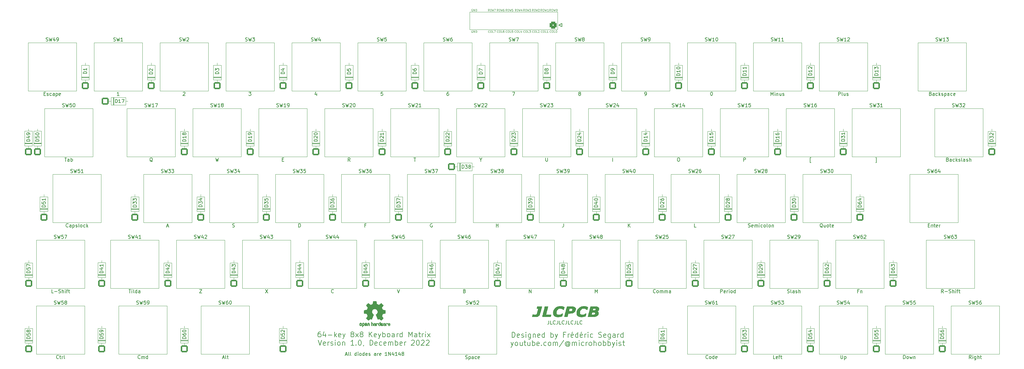
<source format=gto>
G04 #@! TF.GenerationSoftware,KiCad,Pcbnew,(6.0.9)*
G04 #@! TF.CreationDate,2022-12-02T20:03:16-05:00*
G04 #@! TF.ProjectId,Part 7 - Keyboard Basic,50617274-2037-4202-9d20-4b6579626f61,rev?*
G04 #@! TF.SameCoordinates,Original*
G04 #@! TF.FileFunction,Legend,Top*
G04 #@! TF.FilePolarity,Positive*
%FSLAX46Y46*%
G04 Gerber Fmt 4.6, Leading zero omitted, Abs format (unit mm)*
G04 Created by KiCad (PCBNEW (6.0.9)) date 2022-12-02 20:03:16*
%MOMM*%
%LPD*%
G01*
G04 APERTURE LIST*
G04 Aperture macros list*
%AMRoundRect*
0 Rectangle with rounded corners*
0 $1 Rounding radius*
0 $2 $3 $4 $5 $6 $7 $8 $9 X,Y pos of 4 corners*
0 Add a 4 corners polygon primitive as box body*
4,1,4,$2,$3,$4,$5,$6,$7,$8,$9,$2,$3,0*
0 Add four circle primitives for the rounded corners*
1,1,$1+$1,$2,$3*
1,1,$1+$1,$4,$5*
1,1,$1+$1,$6,$7*
1,1,$1+$1,$8,$9*
0 Add four rect primitives between the rounded corners*
20,1,$1+$1,$2,$3,$4,$5,0*
20,1,$1+$1,$4,$5,$6,$7,0*
20,1,$1+$1,$6,$7,$8,$9,0*
20,1,$1+$1,$8,$9,$2,$3,0*%
G04 Aperture macros list end*
%ADD10C,0.150000*%
%ADD11C,0.100000*%
%ADD12C,0.120000*%
%ADD13C,0.010000*%
%ADD14RoundRect,0.200000X0.800000X-0.800000X0.800000X0.800000X-0.800000X0.800000X-0.800000X-0.800000X0*%
%ADD15O,2.000000X2.000000*%
%ADD16C,4.400000*%
%ADD17C,2.100000*%
%ADD18C,2.600000*%
%ADD19RoundRect,0.200000X-0.800000X-0.800000X0.800000X-0.800000X0.800000X0.800000X-0.800000X0.800000X0*%
%ADD20C,3.450000*%
%ADD21RoundRect,0.450000X0.600000X-0.600000X0.600000X0.600000X-0.600000X0.600000X-0.600000X-0.600000X0*%
G04 APERTURE END LIST*
D10*
X194495000Y-48699707D02*
X193504400Y-48217107D01*
D11*
X193225000Y-49487107D02*
X167825000Y-49487107D01*
X167825000Y-49487107D02*
X167825000Y-49487107D01*
X167825000Y-49487107D02*
X193225000Y-49487107D01*
X193225000Y-49487107D02*
X193225000Y-49487107D01*
D10*
X193504400Y-48217107D02*
X194495000Y-47734507D01*
D11*
X167825000Y-44407107D02*
X193225000Y-44407107D01*
X193225000Y-44407107D02*
X193225000Y-44407107D01*
X193225000Y-44407107D02*
X167825000Y-44407107D01*
X167825000Y-44407107D02*
X167825000Y-44407107D01*
X193225000Y-44407107D02*
X193225000Y-44407107D01*
X193225000Y-44407107D02*
X193225000Y-49487107D01*
X193225000Y-49487107D02*
X193225000Y-49487107D01*
X193225000Y-49487107D02*
X193225000Y-44407107D01*
X167825000Y-49487107D02*
X167825000Y-49487107D01*
X167825000Y-49487107D02*
X167825000Y-44407107D01*
X167825000Y-44407107D02*
X167825000Y-44407107D01*
X167825000Y-44407107D02*
X167825000Y-49487107D01*
D10*
X194495000Y-47734507D02*
X194495000Y-48699707D01*
D12*
X186180952Y-44178535D02*
X185997619Y-43892821D01*
X185866666Y-44178535D02*
X185866666Y-43578535D01*
X186076190Y-43578535D01*
X186128571Y-43607107D01*
X186154761Y-43635678D01*
X186180952Y-43692821D01*
X186180952Y-43778535D01*
X186154761Y-43835678D01*
X186128571Y-43864249D01*
X186076190Y-43892821D01*
X185866666Y-43892821D01*
X186521428Y-43578535D02*
X186626190Y-43578535D01*
X186678571Y-43607107D01*
X186730952Y-43664249D01*
X186757142Y-43778535D01*
X186757142Y-43978535D01*
X186730952Y-44092821D01*
X186678571Y-44149964D01*
X186626190Y-44178535D01*
X186521428Y-44178535D01*
X186469047Y-44149964D01*
X186416666Y-44092821D01*
X186390476Y-43978535D01*
X186390476Y-43778535D01*
X186416666Y-43664249D01*
X186469047Y-43607107D01*
X186521428Y-43578535D01*
X186940476Y-43578535D02*
X187071428Y-44178535D01*
X187176190Y-43749964D01*
X187280952Y-44178535D01*
X187411904Y-43578535D01*
X187595238Y-43635678D02*
X187621428Y-43607107D01*
X187673809Y-43578535D01*
X187804761Y-43578535D01*
X187857142Y-43607107D01*
X187883333Y-43635678D01*
X187909523Y-43692821D01*
X187909523Y-43749964D01*
X187883333Y-43835678D01*
X187569047Y-44178535D01*
X187909523Y-44178535D01*
X188757857Y-50336392D02*
X188729285Y-50364964D01*
X188643571Y-50393535D01*
X188586428Y-50393535D01*
X188500714Y-50364964D01*
X188443571Y-50307821D01*
X188415000Y-50250678D01*
X188386428Y-50136392D01*
X188386428Y-50050678D01*
X188415000Y-49936392D01*
X188443571Y-49879249D01*
X188500714Y-49822107D01*
X188586428Y-49793535D01*
X188643571Y-49793535D01*
X188729285Y-49822107D01*
X188757857Y-49850678D01*
X189129285Y-49793535D02*
X189243571Y-49793535D01*
X189300714Y-49822107D01*
X189357857Y-49879249D01*
X189386428Y-49993535D01*
X189386428Y-50193535D01*
X189357857Y-50307821D01*
X189300714Y-50364964D01*
X189243571Y-50393535D01*
X189129285Y-50393535D01*
X189072142Y-50364964D01*
X189015000Y-50307821D01*
X188986428Y-50193535D01*
X188986428Y-49993535D01*
X189015000Y-49879249D01*
X189072142Y-49822107D01*
X189129285Y-49793535D01*
X189929285Y-50393535D02*
X189643571Y-50393535D01*
X189643571Y-49793535D01*
X190443571Y-50393535D02*
X190100714Y-50393535D01*
X190272142Y-50393535D02*
X190272142Y-49793535D01*
X190215000Y-49879249D01*
X190157857Y-49936392D01*
X190100714Y-49964964D01*
X181137857Y-50336392D02*
X181109285Y-50364964D01*
X181023571Y-50393535D01*
X180966428Y-50393535D01*
X180880714Y-50364964D01*
X180823571Y-50307821D01*
X180795000Y-50250678D01*
X180766428Y-50136392D01*
X180766428Y-50050678D01*
X180795000Y-49936392D01*
X180823571Y-49879249D01*
X180880714Y-49822107D01*
X180966428Y-49793535D01*
X181023571Y-49793535D01*
X181109285Y-49822107D01*
X181137857Y-49850678D01*
X181509285Y-49793535D02*
X181623571Y-49793535D01*
X181680714Y-49822107D01*
X181737857Y-49879249D01*
X181766428Y-49993535D01*
X181766428Y-50193535D01*
X181737857Y-50307821D01*
X181680714Y-50364964D01*
X181623571Y-50393535D01*
X181509285Y-50393535D01*
X181452142Y-50364964D01*
X181395000Y-50307821D01*
X181366428Y-50193535D01*
X181366428Y-49993535D01*
X181395000Y-49879249D01*
X181452142Y-49822107D01*
X181509285Y-49793535D01*
X182309285Y-50393535D02*
X182023571Y-50393535D01*
X182023571Y-49793535D01*
X182766428Y-49993535D02*
X182766428Y-50393535D01*
X182623571Y-49764964D02*
X182480714Y-50193535D01*
X182852142Y-50193535D01*
X191197857Y-44178535D02*
X190997857Y-43892821D01*
X190855000Y-44178535D02*
X190855000Y-43578535D01*
X191083571Y-43578535D01*
X191140714Y-43607107D01*
X191169285Y-43635678D01*
X191197857Y-43692821D01*
X191197857Y-43778535D01*
X191169285Y-43835678D01*
X191140714Y-43864249D01*
X191083571Y-43892821D01*
X190855000Y-43892821D01*
X191569285Y-43578535D02*
X191683571Y-43578535D01*
X191740714Y-43607107D01*
X191797857Y-43664249D01*
X191826428Y-43778535D01*
X191826428Y-43978535D01*
X191797857Y-44092821D01*
X191740714Y-44149964D01*
X191683571Y-44178535D01*
X191569285Y-44178535D01*
X191512142Y-44149964D01*
X191455000Y-44092821D01*
X191426428Y-43978535D01*
X191426428Y-43778535D01*
X191455000Y-43664249D01*
X191512142Y-43607107D01*
X191569285Y-43578535D01*
X192026428Y-43578535D02*
X192169285Y-44178535D01*
X192283571Y-43749964D01*
X192397857Y-44178535D01*
X192540714Y-43578535D01*
X192883571Y-43578535D02*
X192940714Y-43578535D01*
X192997857Y-43607107D01*
X193026428Y-43635678D01*
X193055000Y-43692821D01*
X193083571Y-43807107D01*
X193083571Y-43949964D01*
X193055000Y-44064249D01*
X193026428Y-44121392D01*
X192997857Y-44149964D01*
X192940714Y-44178535D01*
X192883571Y-44178535D01*
X192826428Y-44149964D01*
X192797857Y-44121392D01*
X192769285Y-44064249D01*
X192740714Y-43949964D01*
X192740714Y-43807107D01*
X192769285Y-43692821D01*
X192797857Y-43635678D01*
X192826428Y-43607107D01*
X192883571Y-43578535D01*
X178560952Y-44178535D02*
X178377619Y-43892821D01*
X178246666Y-44178535D02*
X178246666Y-43578535D01*
X178456190Y-43578535D01*
X178508571Y-43607107D01*
X178534761Y-43635678D01*
X178560952Y-43692821D01*
X178560952Y-43778535D01*
X178534761Y-43835678D01*
X178508571Y-43864249D01*
X178456190Y-43892821D01*
X178246666Y-43892821D01*
X178901428Y-43578535D02*
X179006190Y-43578535D01*
X179058571Y-43607107D01*
X179110952Y-43664249D01*
X179137142Y-43778535D01*
X179137142Y-43978535D01*
X179110952Y-44092821D01*
X179058571Y-44149964D01*
X179006190Y-44178535D01*
X178901428Y-44178535D01*
X178849047Y-44149964D01*
X178796666Y-44092821D01*
X178770476Y-43978535D01*
X178770476Y-43778535D01*
X178796666Y-43664249D01*
X178849047Y-43607107D01*
X178901428Y-43578535D01*
X179320476Y-43578535D02*
X179451428Y-44178535D01*
X179556190Y-43749964D01*
X179660952Y-44178535D01*
X179791904Y-43578535D01*
X180263333Y-43578535D02*
X180001428Y-43578535D01*
X179975238Y-43864249D01*
X180001428Y-43835678D01*
X180053809Y-43807107D01*
X180184761Y-43807107D01*
X180237142Y-43835678D01*
X180263333Y-43864249D01*
X180289523Y-43921392D01*
X180289523Y-44064249D01*
X180263333Y-44121392D01*
X180237142Y-44149964D01*
X180184761Y-44178535D01*
X180053809Y-44178535D01*
X180001428Y-44149964D01*
X179975238Y-44121392D01*
X186217857Y-50336392D02*
X186189285Y-50364964D01*
X186103571Y-50393535D01*
X186046428Y-50393535D01*
X185960714Y-50364964D01*
X185903571Y-50307821D01*
X185875000Y-50250678D01*
X185846428Y-50136392D01*
X185846428Y-50050678D01*
X185875000Y-49936392D01*
X185903571Y-49879249D01*
X185960714Y-49822107D01*
X186046428Y-49793535D01*
X186103571Y-49793535D01*
X186189285Y-49822107D01*
X186217857Y-49850678D01*
X186589285Y-49793535D02*
X186703571Y-49793535D01*
X186760714Y-49822107D01*
X186817857Y-49879249D01*
X186846428Y-49993535D01*
X186846428Y-50193535D01*
X186817857Y-50307821D01*
X186760714Y-50364964D01*
X186703571Y-50393535D01*
X186589285Y-50393535D01*
X186532142Y-50364964D01*
X186475000Y-50307821D01*
X186446428Y-50193535D01*
X186446428Y-49993535D01*
X186475000Y-49879249D01*
X186532142Y-49822107D01*
X186589285Y-49793535D01*
X187389285Y-50393535D02*
X187103571Y-50393535D01*
X187103571Y-49793535D01*
X187560714Y-49850678D02*
X187589285Y-49822107D01*
X187646428Y-49793535D01*
X187789285Y-49793535D01*
X187846428Y-49822107D01*
X187875000Y-49850678D01*
X187903571Y-49907821D01*
X187903571Y-49964964D01*
X187875000Y-50050678D01*
X187532142Y-50393535D01*
X187903571Y-50393535D01*
D10*
X180064285Y-138628178D02*
X180064285Y-137128178D01*
X180421428Y-137128178D01*
X180635714Y-137199607D01*
X180778571Y-137342464D01*
X180850000Y-137485321D01*
X180921428Y-137771035D01*
X180921428Y-137985321D01*
X180850000Y-138271035D01*
X180778571Y-138413892D01*
X180635714Y-138556749D01*
X180421428Y-138628178D01*
X180064285Y-138628178D01*
X182135714Y-138556749D02*
X181992857Y-138628178D01*
X181707142Y-138628178D01*
X181564285Y-138556749D01*
X181492857Y-138413892D01*
X181492857Y-137842464D01*
X181564285Y-137699607D01*
X181707142Y-137628178D01*
X181992857Y-137628178D01*
X182135714Y-137699607D01*
X182207142Y-137842464D01*
X182207142Y-137985321D01*
X181492857Y-138128178D01*
X182778571Y-138556749D02*
X182921428Y-138628178D01*
X183207142Y-138628178D01*
X183350000Y-138556749D01*
X183421428Y-138413892D01*
X183421428Y-138342464D01*
X183350000Y-138199607D01*
X183207142Y-138128178D01*
X182992857Y-138128178D01*
X182850000Y-138056749D01*
X182778571Y-137913892D01*
X182778571Y-137842464D01*
X182850000Y-137699607D01*
X182992857Y-137628178D01*
X183207142Y-137628178D01*
X183350000Y-137699607D01*
X184064285Y-138628178D02*
X184064285Y-137628178D01*
X184064285Y-137128178D02*
X183992857Y-137199607D01*
X184064285Y-137271035D01*
X184135714Y-137199607D01*
X184064285Y-137128178D01*
X184064285Y-137271035D01*
X185421428Y-137628178D02*
X185421428Y-138842464D01*
X185350000Y-138985321D01*
X185278571Y-139056749D01*
X185135714Y-139128178D01*
X184921428Y-139128178D01*
X184778571Y-139056749D01*
X185421428Y-138556749D02*
X185278571Y-138628178D01*
X184992857Y-138628178D01*
X184850000Y-138556749D01*
X184778571Y-138485321D01*
X184707142Y-138342464D01*
X184707142Y-137913892D01*
X184778571Y-137771035D01*
X184850000Y-137699607D01*
X184992857Y-137628178D01*
X185278571Y-137628178D01*
X185421428Y-137699607D01*
X186135714Y-137628178D02*
X186135714Y-138628178D01*
X186135714Y-137771035D02*
X186207142Y-137699607D01*
X186350000Y-137628178D01*
X186564285Y-137628178D01*
X186707142Y-137699607D01*
X186778571Y-137842464D01*
X186778571Y-138628178D01*
X188064285Y-138556749D02*
X187921428Y-138628178D01*
X187635714Y-138628178D01*
X187492857Y-138556749D01*
X187421428Y-138413892D01*
X187421428Y-137842464D01*
X187492857Y-137699607D01*
X187635714Y-137628178D01*
X187921428Y-137628178D01*
X188064285Y-137699607D01*
X188135714Y-137842464D01*
X188135714Y-137985321D01*
X187421428Y-138128178D01*
X189421428Y-138628178D02*
X189421428Y-137128178D01*
X189421428Y-138556749D02*
X189278571Y-138628178D01*
X188992857Y-138628178D01*
X188850000Y-138556749D01*
X188778571Y-138485321D01*
X188707142Y-138342464D01*
X188707142Y-137913892D01*
X188778571Y-137771035D01*
X188850000Y-137699607D01*
X188992857Y-137628178D01*
X189278571Y-137628178D01*
X189421428Y-137699607D01*
X191278571Y-138628178D02*
X191278571Y-137128178D01*
X191278571Y-137699607D02*
X191421428Y-137628178D01*
X191707142Y-137628178D01*
X191850000Y-137699607D01*
X191921428Y-137771035D01*
X191992857Y-137913892D01*
X191992857Y-138342464D01*
X191921428Y-138485321D01*
X191850000Y-138556749D01*
X191707142Y-138628178D01*
X191421428Y-138628178D01*
X191278571Y-138556749D01*
X192492857Y-137628178D02*
X192850000Y-138628178D01*
X193207142Y-137628178D02*
X192850000Y-138628178D01*
X192707142Y-138985321D01*
X192635714Y-139056749D01*
X192492857Y-139128178D01*
X195421428Y-137842464D02*
X194921428Y-137842464D01*
X194921428Y-138628178D02*
X194921428Y-137128178D01*
X195635714Y-137128178D01*
X196207142Y-138628178D02*
X196207142Y-137628178D01*
X196207142Y-137913892D02*
X196278571Y-137771035D01*
X196350000Y-137699607D01*
X196492857Y-137628178D01*
X196635714Y-137628178D01*
X197707142Y-138556749D02*
X197564285Y-138628178D01*
X197278571Y-138628178D01*
X197135714Y-138556749D01*
X197064285Y-138413892D01*
X197064285Y-137842464D01*
X197135714Y-137699607D01*
X197278571Y-137628178D01*
X197564285Y-137628178D01*
X197707142Y-137699607D01*
X197778571Y-137842464D01*
X197778571Y-137985321D01*
X197064285Y-138128178D01*
X197564285Y-137056749D02*
X197350000Y-137271035D01*
X199064285Y-138628178D02*
X199064285Y-137128178D01*
X199064285Y-138556749D02*
X198921428Y-138628178D01*
X198635714Y-138628178D01*
X198492857Y-138556749D01*
X198421428Y-138485321D01*
X198350000Y-138342464D01*
X198350000Y-137913892D01*
X198421428Y-137771035D01*
X198492857Y-137699607D01*
X198635714Y-137628178D01*
X198921428Y-137628178D01*
X199064285Y-137699607D01*
X200350000Y-138556749D02*
X200207142Y-138628178D01*
X199921428Y-138628178D01*
X199778571Y-138556749D01*
X199707142Y-138413892D01*
X199707142Y-137842464D01*
X199778571Y-137699607D01*
X199921428Y-137628178D01*
X200207142Y-137628178D01*
X200350000Y-137699607D01*
X200421428Y-137842464D01*
X200421428Y-137985321D01*
X199707142Y-138128178D01*
X200207142Y-137056749D02*
X199992857Y-137271035D01*
X201064285Y-138628178D02*
X201064285Y-137628178D01*
X201064285Y-137913892D02*
X201135714Y-137771035D01*
X201207142Y-137699607D01*
X201350000Y-137628178D01*
X201492857Y-137628178D01*
X201992857Y-138628178D02*
X201992857Y-137628178D01*
X201992857Y-137128178D02*
X201921428Y-137199607D01*
X201992857Y-137271035D01*
X202064285Y-137199607D01*
X201992857Y-137128178D01*
X201992857Y-137271035D01*
X203350000Y-138556749D02*
X203207142Y-138628178D01*
X202921428Y-138628178D01*
X202778571Y-138556749D01*
X202707142Y-138485321D01*
X202635714Y-138342464D01*
X202635714Y-137913892D01*
X202707142Y-137771035D01*
X202778571Y-137699607D01*
X202921428Y-137628178D01*
X203207142Y-137628178D01*
X203350000Y-137699607D01*
X205064285Y-138556749D02*
X205278571Y-138628178D01*
X205635714Y-138628178D01*
X205778571Y-138556749D01*
X205850000Y-138485321D01*
X205921428Y-138342464D01*
X205921428Y-138199607D01*
X205850000Y-138056749D01*
X205778571Y-137985321D01*
X205635714Y-137913892D01*
X205350000Y-137842464D01*
X205207142Y-137771035D01*
X205135714Y-137699607D01*
X205064285Y-137556749D01*
X205064285Y-137413892D01*
X205135714Y-137271035D01*
X205207142Y-137199607D01*
X205350000Y-137128178D01*
X205707142Y-137128178D01*
X205921428Y-137199607D01*
X207135714Y-138556749D02*
X206992857Y-138628178D01*
X206707142Y-138628178D01*
X206564285Y-138556749D01*
X206492857Y-138413892D01*
X206492857Y-137842464D01*
X206564285Y-137699607D01*
X206707142Y-137628178D01*
X206992857Y-137628178D01*
X207135714Y-137699607D01*
X207207142Y-137842464D01*
X207207142Y-137985321D01*
X206492857Y-138128178D01*
X208492857Y-137628178D02*
X208492857Y-138842464D01*
X208421428Y-138985321D01*
X208350000Y-139056749D01*
X208207142Y-139128178D01*
X207992857Y-139128178D01*
X207850000Y-139056749D01*
X208492857Y-138556749D02*
X208350000Y-138628178D01*
X208064285Y-138628178D01*
X207921428Y-138556749D01*
X207850000Y-138485321D01*
X207778571Y-138342464D01*
X207778571Y-137913892D01*
X207850000Y-137771035D01*
X207921428Y-137699607D01*
X208064285Y-137628178D01*
X208350000Y-137628178D01*
X208492857Y-137699607D01*
X209850000Y-138628178D02*
X209850000Y-137842464D01*
X209778571Y-137699607D01*
X209635714Y-137628178D01*
X209350000Y-137628178D01*
X209207142Y-137699607D01*
X209850000Y-138556749D02*
X209707142Y-138628178D01*
X209350000Y-138628178D01*
X209207142Y-138556749D01*
X209135714Y-138413892D01*
X209135714Y-138271035D01*
X209207142Y-138128178D01*
X209350000Y-138056749D01*
X209707142Y-138056749D01*
X209850000Y-137985321D01*
X210564285Y-138628178D02*
X210564285Y-137628178D01*
X210564285Y-137913892D02*
X210635714Y-137771035D01*
X210707142Y-137699607D01*
X210850000Y-137628178D01*
X210992857Y-137628178D01*
X212135714Y-138628178D02*
X212135714Y-137128178D01*
X212135714Y-138556749D02*
X211992857Y-138628178D01*
X211707142Y-138628178D01*
X211564285Y-138556749D01*
X211492857Y-138485321D01*
X211421428Y-138342464D01*
X211421428Y-137913892D01*
X211492857Y-137771035D01*
X211564285Y-137699607D01*
X211707142Y-137628178D01*
X211992857Y-137628178D01*
X212135714Y-137699607D01*
X179707142Y-140043178D02*
X180064285Y-141043178D01*
X180421428Y-140043178D02*
X180064285Y-141043178D01*
X179921428Y-141400321D01*
X179850000Y-141471749D01*
X179707142Y-141543178D01*
X181207142Y-141043178D02*
X181064285Y-140971749D01*
X180992857Y-140900321D01*
X180921428Y-140757464D01*
X180921428Y-140328892D01*
X180992857Y-140186035D01*
X181064285Y-140114607D01*
X181207142Y-140043178D01*
X181421428Y-140043178D01*
X181564285Y-140114607D01*
X181635714Y-140186035D01*
X181707142Y-140328892D01*
X181707142Y-140757464D01*
X181635714Y-140900321D01*
X181564285Y-140971749D01*
X181421428Y-141043178D01*
X181207142Y-141043178D01*
X182992857Y-140043178D02*
X182992857Y-141043178D01*
X182350000Y-140043178D02*
X182350000Y-140828892D01*
X182421428Y-140971749D01*
X182564285Y-141043178D01*
X182778571Y-141043178D01*
X182921428Y-140971749D01*
X182992857Y-140900321D01*
X183492857Y-140043178D02*
X184064285Y-140043178D01*
X183707142Y-139543178D02*
X183707142Y-140828892D01*
X183778571Y-140971749D01*
X183921428Y-141043178D01*
X184064285Y-141043178D01*
X185207142Y-140043178D02*
X185207142Y-141043178D01*
X184564285Y-140043178D02*
X184564285Y-140828892D01*
X184635714Y-140971749D01*
X184778571Y-141043178D01*
X184992857Y-141043178D01*
X185135714Y-140971749D01*
X185207142Y-140900321D01*
X185921428Y-141043178D02*
X185921428Y-139543178D01*
X185921428Y-140114607D02*
X186064285Y-140043178D01*
X186350000Y-140043178D01*
X186492857Y-140114607D01*
X186564285Y-140186035D01*
X186635714Y-140328892D01*
X186635714Y-140757464D01*
X186564285Y-140900321D01*
X186492857Y-140971749D01*
X186350000Y-141043178D01*
X186064285Y-141043178D01*
X185921428Y-140971749D01*
X187850000Y-140971749D02*
X187707142Y-141043178D01*
X187421428Y-141043178D01*
X187278571Y-140971749D01*
X187207142Y-140828892D01*
X187207142Y-140257464D01*
X187278571Y-140114607D01*
X187421428Y-140043178D01*
X187707142Y-140043178D01*
X187850000Y-140114607D01*
X187921428Y-140257464D01*
X187921428Y-140400321D01*
X187207142Y-140543178D01*
X188564285Y-140900321D02*
X188635714Y-140971749D01*
X188564285Y-141043178D01*
X188492857Y-140971749D01*
X188564285Y-140900321D01*
X188564285Y-141043178D01*
X189921428Y-140971749D02*
X189778571Y-141043178D01*
X189492857Y-141043178D01*
X189350000Y-140971749D01*
X189278571Y-140900321D01*
X189207142Y-140757464D01*
X189207142Y-140328892D01*
X189278571Y-140186035D01*
X189350000Y-140114607D01*
X189492857Y-140043178D01*
X189778571Y-140043178D01*
X189921428Y-140114607D01*
X190778571Y-141043178D02*
X190635714Y-140971749D01*
X190564285Y-140900321D01*
X190492857Y-140757464D01*
X190492857Y-140328892D01*
X190564285Y-140186035D01*
X190635714Y-140114607D01*
X190778571Y-140043178D01*
X190992857Y-140043178D01*
X191135714Y-140114607D01*
X191207142Y-140186035D01*
X191278571Y-140328892D01*
X191278571Y-140757464D01*
X191207142Y-140900321D01*
X191135714Y-140971749D01*
X190992857Y-141043178D01*
X190778571Y-141043178D01*
X191921428Y-141043178D02*
X191921428Y-140043178D01*
X191921428Y-140186035D02*
X191992857Y-140114607D01*
X192135714Y-140043178D01*
X192350000Y-140043178D01*
X192492857Y-140114607D01*
X192564285Y-140257464D01*
X192564285Y-141043178D01*
X192564285Y-140257464D02*
X192635714Y-140114607D01*
X192778571Y-140043178D01*
X192992857Y-140043178D01*
X193135714Y-140114607D01*
X193207142Y-140257464D01*
X193207142Y-141043178D01*
X194992857Y-139471749D02*
X193707142Y-141400321D01*
X196421428Y-140328892D02*
X196350000Y-140257464D01*
X196207142Y-140186035D01*
X196064285Y-140186035D01*
X195921428Y-140257464D01*
X195850000Y-140328892D01*
X195778571Y-140471749D01*
X195778571Y-140614607D01*
X195850000Y-140757464D01*
X195921428Y-140828892D01*
X196064285Y-140900321D01*
X196207142Y-140900321D01*
X196350000Y-140828892D01*
X196421428Y-140757464D01*
X196421428Y-140186035D02*
X196421428Y-140757464D01*
X196492857Y-140828892D01*
X196564285Y-140828892D01*
X196707142Y-140757464D01*
X196778571Y-140614607D01*
X196778571Y-140257464D01*
X196635714Y-140043178D01*
X196421428Y-139900321D01*
X196135714Y-139828892D01*
X195850000Y-139900321D01*
X195635714Y-140043178D01*
X195492857Y-140257464D01*
X195421428Y-140543178D01*
X195492857Y-140828892D01*
X195635714Y-141043178D01*
X195850000Y-141186035D01*
X196135714Y-141257464D01*
X196421428Y-141186035D01*
X196635714Y-141043178D01*
X197421428Y-141043178D02*
X197421428Y-140043178D01*
X197421428Y-140186035D02*
X197492857Y-140114607D01*
X197635714Y-140043178D01*
X197850000Y-140043178D01*
X197992857Y-140114607D01*
X198064285Y-140257464D01*
X198064285Y-141043178D01*
X198064285Y-140257464D02*
X198135714Y-140114607D01*
X198278571Y-140043178D01*
X198492857Y-140043178D01*
X198635714Y-140114607D01*
X198707142Y-140257464D01*
X198707142Y-141043178D01*
X199421428Y-141043178D02*
X199421428Y-140043178D01*
X199421428Y-139543178D02*
X199350000Y-139614607D01*
X199421428Y-139686035D01*
X199492857Y-139614607D01*
X199421428Y-139543178D01*
X199421428Y-139686035D01*
X200778571Y-140971749D02*
X200635714Y-141043178D01*
X200350000Y-141043178D01*
X200207142Y-140971749D01*
X200135714Y-140900321D01*
X200064285Y-140757464D01*
X200064285Y-140328892D01*
X200135714Y-140186035D01*
X200207142Y-140114607D01*
X200350000Y-140043178D01*
X200635714Y-140043178D01*
X200778571Y-140114607D01*
X201421428Y-141043178D02*
X201421428Y-140043178D01*
X201421428Y-140328892D02*
X201492857Y-140186035D01*
X201564285Y-140114607D01*
X201707142Y-140043178D01*
X201850000Y-140043178D01*
X202564285Y-141043178D02*
X202421428Y-140971749D01*
X202350000Y-140900321D01*
X202278571Y-140757464D01*
X202278571Y-140328892D01*
X202350000Y-140186035D01*
X202421428Y-140114607D01*
X202564285Y-140043178D01*
X202778571Y-140043178D01*
X202921428Y-140114607D01*
X202992857Y-140186035D01*
X203064285Y-140328892D01*
X203064285Y-140757464D01*
X202992857Y-140900321D01*
X202921428Y-140971749D01*
X202778571Y-141043178D01*
X202564285Y-141043178D01*
X203707142Y-141043178D02*
X203707142Y-139543178D01*
X204350000Y-141043178D02*
X204350000Y-140257464D01*
X204278571Y-140114607D01*
X204135714Y-140043178D01*
X203921428Y-140043178D01*
X203778571Y-140114607D01*
X203707142Y-140186035D01*
X205278571Y-141043178D02*
X205135714Y-140971749D01*
X205064285Y-140900321D01*
X204992857Y-140757464D01*
X204992857Y-140328892D01*
X205064285Y-140186035D01*
X205135714Y-140114607D01*
X205278571Y-140043178D01*
X205492857Y-140043178D01*
X205635714Y-140114607D01*
X205707142Y-140186035D01*
X205778571Y-140328892D01*
X205778571Y-140757464D01*
X205707142Y-140900321D01*
X205635714Y-140971749D01*
X205492857Y-141043178D01*
X205278571Y-141043178D01*
X206421428Y-141043178D02*
X206421428Y-139543178D01*
X206421428Y-140114607D02*
X206564285Y-140043178D01*
X206850000Y-140043178D01*
X206992857Y-140114607D01*
X207064285Y-140186035D01*
X207135714Y-140328892D01*
X207135714Y-140757464D01*
X207064285Y-140900321D01*
X206992857Y-140971749D01*
X206850000Y-141043178D01*
X206564285Y-141043178D01*
X206421428Y-140971749D01*
X207778571Y-141043178D02*
X207778571Y-139543178D01*
X207778571Y-140114607D02*
X207921428Y-140043178D01*
X208207142Y-140043178D01*
X208350000Y-140114607D01*
X208421428Y-140186035D01*
X208492857Y-140328892D01*
X208492857Y-140757464D01*
X208421428Y-140900321D01*
X208350000Y-140971749D01*
X208207142Y-141043178D01*
X207921428Y-141043178D01*
X207778571Y-140971749D01*
X208992857Y-140043178D02*
X209350000Y-141043178D01*
X209707142Y-140043178D02*
X209350000Y-141043178D01*
X209207142Y-141400321D01*
X209135714Y-141471749D01*
X208992857Y-141543178D01*
X210278571Y-141043178D02*
X210278571Y-140043178D01*
X210278571Y-139543178D02*
X210207142Y-139614607D01*
X210278571Y-139686035D01*
X210350000Y-139614607D01*
X210278571Y-139543178D01*
X210278571Y-139686035D01*
X210921428Y-140971749D02*
X211064285Y-141043178D01*
X211350000Y-141043178D01*
X211492857Y-140971749D01*
X211564285Y-140828892D01*
X211564285Y-140757464D01*
X211492857Y-140614607D01*
X211350000Y-140543178D01*
X211135714Y-140543178D01*
X210992857Y-140471749D01*
X210921428Y-140328892D01*
X210921428Y-140257464D01*
X210992857Y-140114607D01*
X211135714Y-140043178D01*
X211350000Y-140043178D01*
X211492857Y-140114607D01*
X211992857Y-140043178D02*
X212564285Y-140043178D01*
X212207142Y-139543178D02*
X212207142Y-140828892D01*
X212278571Y-140971749D01*
X212421428Y-141043178D01*
X212564285Y-141043178D01*
X131921428Y-143623773D02*
X132397619Y-143623773D01*
X131826190Y-143909487D02*
X132159523Y-142909487D01*
X132492857Y-143909487D01*
X132969047Y-143909487D02*
X132873809Y-143861868D01*
X132826190Y-143766630D01*
X132826190Y-142909487D01*
X133492857Y-143909487D02*
X133397619Y-143861868D01*
X133350000Y-143766630D01*
X133350000Y-142909487D01*
X135064285Y-143909487D02*
X135064285Y-142909487D01*
X135064285Y-143861868D02*
X134969047Y-143909487D01*
X134778571Y-143909487D01*
X134683333Y-143861868D01*
X134635714Y-143814249D01*
X134588095Y-143719011D01*
X134588095Y-143433297D01*
X134635714Y-143338059D01*
X134683333Y-143290440D01*
X134778571Y-143242821D01*
X134969047Y-143242821D01*
X135064285Y-143290440D01*
X135540476Y-143909487D02*
X135540476Y-143242821D01*
X135540476Y-142909487D02*
X135492857Y-142957107D01*
X135540476Y-143004726D01*
X135588095Y-142957107D01*
X135540476Y-142909487D01*
X135540476Y-143004726D01*
X136159523Y-143909487D02*
X136064285Y-143861868D01*
X136016666Y-143814249D01*
X135969047Y-143719011D01*
X135969047Y-143433297D01*
X136016666Y-143338059D01*
X136064285Y-143290440D01*
X136159523Y-143242821D01*
X136302380Y-143242821D01*
X136397619Y-143290440D01*
X136445238Y-143338059D01*
X136492857Y-143433297D01*
X136492857Y-143719011D01*
X136445238Y-143814249D01*
X136397619Y-143861868D01*
X136302380Y-143909487D01*
X136159523Y-143909487D01*
X137350000Y-143909487D02*
X137350000Y-142909487D01*
X137350000Y-143861868D02*
X137254761Y-143909487D01*
X137064285Y-143909487D01*
X136969047Y-143861868D01*
X136921428Y-143814249D01*
X136873809Y-143719011D01*
X136873809Y-143433297D01*
X136921428Y-143338059D01*
X136969047Y-143290440D01*
X137064285Y-143242821D01*
X137254761Y-143242821D01*
X137350000Y-143290440D01*
X138207142Y-143861868D02*
X138111904Y-143909487D01*
X137921428Y-143909487D01*
X137826190Y-143861868D01*
X137778571Y-143766630D01*
X137778571Y-143385678D01*
X137826190Y-143290440D01*
X137921428Y-143242821D01*
X138111904Y-143242821D01*
X138207142Y-143290440D01*
X138254761Y-143385678D01*
X138254761Y-143480916D01*
X137778571Y-143576154D01*
X138635714Y-143861868D02*
X138730952Y-143909487D01*
X138921428Y-143909487D01*
X139016666Y-143861868D01*
X139064285Y-143766630D01*
X139064285Y-143719011D01*
X139016666Y-143623773D01*
X138921428Y-143576154D01*
X138778571Y-143576154D01*
X138683333Y-143528535D01*
X138635714Y-143433297D01*
X138635714Y-143385678D01*
X138683333Y-143290440D01*
X138778571Y-143242821D01*
X138921428Y-143242821D01*
X139016666Y-143290440D01*
X140683333Y-143909487D02*
X140683333Y-143385678D01*
X140635714Y-143290440D01*
X140540476Y-143242821D01*
X140350000Y-143242821D01*
X140254761Y-143290440D01*
X140683333Y-143861868D02*
X140588095Y-143909487D01*
X140350000Y-143909487D01*
X140254761Y-143861868D01*
X140207142Y-143766630D01*
X140207142Y-143671392D01*
X140254761Y-143576154D01*
X140350000Y-143528535D01*
X140588095Y-143528535D01*
X140683333Y-143480916D01*
X141159523Y-143909487D02*
X141159523Y-143242821D01*
X141159523Y-143433297D02*
X141207142Y-143338059D01*
X141254761Y-143290440D01*
X141350000Y-143242821D01*
X141445238Y-143242821D01*
X142159523Y-143861868D02*
X142064285Y-143909487D01*
X141873809Y-143909487D01*
X141778571Y-143861868D01*
X141730952Y-143766630D01*
X141730952Y-143385678D01*
X141778571Y-143290440D01*
X141873809Y-143242821D01*
X142064285Y-143242821D01*
X142159523Y-143290440D01*
X142207142Y-143385678D01*
X142207142Y-143480916D01*
X141730952Y-143576154D01*
X143921428Y-143909487D02*
X143350000Y-143909487D01*
X143635714Y-143909487D02*
X143635714Y-142909487D01*
X143540476Y-143052345D01*
X143445238Y-143147583D01*
X143350000Y-143195202D01*
X144350000Y-143909487D02*
X144350000Y-142909487D01*
X144921428Y-143909487D01*
X144921428Y-142909487D01*
X145826190Y-143242821D02*
X145826190Y-143909487D01*
X145588095Y-142861868D02*
X145350000Y-143576154D01*
X145969047Y-143576154D01*
X146873809Y-143909487D02*
X146302380Y-143909487D01*
X146588095Y-143909487D02*
X146588095Y-142909487D01*
X146492857Y-143052345D01*
X146397619Y-143147583D01*
X146302380Y-143195202D01*
X147730952Y-143242821D02*
X147730952Y-143909487D01*
X147492857Y-142861868D02*
X147254761Y-143576154D01*
X147873809Y-143576154D01*
X148397619Y-143338059D02*
X148302380Y-143290440D01*
X148254761Y-143242821D01*
X148207142Y-143147583D01*
X148207142Y-143099964D01*
X148254761Y-143004726D01*
X148302380Y-142957107D01*
X148397619Y-142909487D01*
X148588095Y-142909487D01*
X148683333Y-142957107D01*
X148730952Y-143004726D01*
X148778571Y-143099964D01*
X148778571Y-143147583D01*
X148730952Y-143242821D01*
X148683333Y-143290440D01*
X148588095Y-143338059D01*
X148397619Y-143338059D01*
X148302380Y-143385678D01*
X148254761Y-143433297D01*
X148207142Y-143528535D01*
X148207142Y-143719011D01*
X148254761Y-143814249D01*
X148302380Y-143861868D01*
X148397619Y-143909487D01*
X148588095Y-143909487D01*
X148683333Y-143861868D01*
X148730952Y-143814249D01*
X148778571Y-143719011D01*
X148778571Y-143528535D01*
X148730952Y-143433297D01*
X148683333Y-143385678D01*
X148588095Y-143338059D01*
D12*
X168637857Y-49822107D02*
X168580714Y-49793535D01*
X168495000Y-49793535D01*
X168409285Y-49822107D01*
X168352142Y-49879249D01*
X168323571Y-49936392D01*
X168295000Y-50050678D01*
X168295000Y-50136392D01*
X168323571Y-50250678D01*
X168352142Y-50307821D01*
X168409285Y-50364964D01*
X168495000Y-50393535D01*
X168552142Y-50393535D01*
X168637857Y-50364964D01*
X168666428Y-50336392D01*
X168666428Y-50136392D01*
X168552142Y-50136392D01*
X168923571Y-50393535D02*
X168923571Y-49793535D01*
X169266428Y-50393535D01*
X169266428Y-49793535D01*
X169552142Y-50393535D02*
X169552142Y-49793535D01*
X169695000Y-49793535D01*
X169780714Y-49822107D01*
X169837857Y-49879249D01*
X169866428Y-49936392D01*
X169895000Y-50050678D01*
X169895000Y-50136392D01*
X169866428Y-50250678D01*
X169837857Y-50307821D01*
X169780714Y-50364964D01*
X169695000Y-50393535D01*
X169552142Y-50393535D01*
X176020952Y-44178535D02*
X175837619Y-43892821D01*
X175706666Y-44178535D02*
X175706666Y-43578535D01*
X175916190Y-43578535D01*
X175968571Y-43607107D01*
X175994761Y-43635678D01*
X176020952Y-43692821D01*
X176020952Y-43778535D01*
X175994761Y-43835678D01*
X175968571Y-43864249D01*
X175916190Y-43892821D01*
X175706666Y-43892821D01*
X176361428Y-43578535D02*
X176466190Y-43578535D01*
X176518571Y-43607107D01*
X176570952Y-43664249D01*
X176597142Y-43778535D01*
X176597142Y-43978535D01*
X176570952Y-44092821D01*
X176518571Y-44149964D01*
X176466190Y-44178535D01*
X176361428Y-44178535D01*
X176309047Y-44149964D01*
X176256666Y-44092821D01*
X176230476Y-43978535D01*
X176230476Y-43778535D01*
X176256666Y-43664249D01*
X176309047Y-43607107D01*
X176361428Y-43578535D01*
X176780476Y-43578535D02*
X176911428Y-44178535D01*
X177016190Y-43749964D01*
X177120952Y-44178535D01*
X177251904Y-43578535D01*
X177697142Y-43578535D02*
X177592380Y-43578535D01*
X177540000Y-43607107D01*
X177513809Y-43635678D01*
X177461428Y-43721392D01*
X177435238Y-43835678D01*
X177435238Y-44064249D01*
X177461428Y-44121392D01*
X177487619Y-44149964D01*
X177540000Y-44178535D01*
X177644761Y-44178535D01*
X177697142Y-44149964D01*
X177723333Y-44121392D01*
X177749523Y-44064249D01*
X177749523Y-43921392D01*
X177723333Y-43864249D01*
X177697142Y-43835678D01*
X177644761Y-43807107D01*
X177540000Y-43807107D01*
X177487619Y-43835678D01*
X177461428Y-43864249D01*
X177435238Y-43921392D01*
X183677857Y-50336392D02*
X183649285Y-50364964D01*
X183563571Y-50393535D01*
X183506428Y-50393535D01*
X183420714Y-50364964D01*
X183363571Y-50307821D01*
X183335000Y-50250678D01*
X183306428Y-50136392D01*
X183306428Y-50050678D01*
X183335000Y-49936392D01*
X183363571Y-49879249D01*
X183420714Y-49822107D01*
X183506428Y-49793535D01*
X183563571Y-49793535D01*
X183649285Y-49822107D01*
X183677857Y-49850678D01*
X184049285Y-49793535D02*
X184163571Y-49793535D01*
X184220714Y-49822107D01*
X184277857Y-49879249D01*
X184306428Y-49993535D01*
X184306428Y-50193535D01*
X184277857Y-50307821D01*
X184220714Y-50364964D01*
X184163571Y-50393535D01*
X184049285Y-50393535D01*
X183992142Y-50364964D01*
X183935000Y-50307821D01*
X183906428Y-50193535D01*
X183906428Y-49993535D01*
X183935000Y-49879249D01*
X183992142Y-49822107D01*
X184049285Y-49793535D01*
X184849285Y-50393535D02*
X184563571Y-50393535D01*
X184563571Y-49793535D01*
X184992142Y-49793535D02*
X185363571Y-49793535D01*
X185163571Y-50022107D01*
X185249285Y-50022107D01*
X185306428Y-50050678D01*
X185335000Y-50079249D01*
X185363571Y-50136392D01*
X185363571Y-50279249D01*
X185335000Y-50336392D01*
X185306428Y-50364964D01*
X185249285Y-50393535D01*
X185077857Y-50393535D01*
X185020714Y-50364964D01*
X184992142Y-50336392D01*
X173517857Y-50336392D02*
X173489285Y-50364964D01*
X173403571Y-50393535D01*
X173346428Y-50393535D01*
X173260714Y-50364964D01*
X173203571Y-50307821D01*
X173175000Y-50250678D01*
X173146428Y-50136392D01*
X173146428Y-50050678D01*
X173175000Y-49936392D01*
X173203571Y-49879249D01*
X173260714Y-49822107D01*
X173346428Y-49793535D01*
X173403571Y-49793535D01*
X173489285Y-49822107D01*
X173517857Y-49850678D01*
X173889285Y-49793535D02*
X174003571Y-49793535D01*
X174060714Y-49822107D01*
X174117857Y-49879249D01*
X174146428Y-49993535D01*
X174146428Y-50193535D01*
X174117857Y-50307821D01*
X174060714Y-50364964D01*
X174003571Y-50393535D01*
X173889285Y-50393535D01*
X173832142Y-50364964D01*
X173775000Y-50307821D01*
X173746428Y-50193535D01*
X173746428Y-49993535D01*
X173775000Y-49879249D01*
X173832142Y-49822107D01*
X173889285Y-49793535D01*
X174689285Y-50393535D02*
X174403571Y-50393535D01*
X174403571Y-49793535D01*
X174832142Y-49793535D02*
X175232142Y-49793535D01*
X174975000Y-50393535D01*
D10*
X124685714Y-137028178D02*
X124400000Y-137028178D01*
X124257142Y-137099607D01*
X124185714Y-137171035D01*
X124042857Y-137385321D01*
X123971428Y-137671035D01*
X123971428Y-138242464D01*
X124042857Y-138385321D01*
X124114285Y-138456749D01*
X124257142Y-138528178D01*
X124542857Y-138528178D01*
X124685714Y-138456749D01*
X124757142Y-138385321D01*
X124828571Y-138242464D01*
X124828571Y-137885321D01*
X124757142Y-137742464D01*
X124685714Y-137671035D01*
X124542857Y-137599607D01*
X124257142Y-137599607D01*
X124114285Y-137671035D01*
X124042857Y-137742464D01*
X123971428Y-137885321D01*
X126114285Y-137528178D02*
X126114285Y-138528178D01*
X125757142Y-136956749D02*
X125400000Y-138028178D01*
X126328571Y-138028178D01*
X126900000Y-137956749D02*
X128042857Y-137956749D01*
X128757142Y-138528178D02*
X128757142Y-137028178D01*
X128900000Y-137956749D02*
X129328571Y-138528178D01*
X129328571Y-137528178D02*
X128757142Y-138099607D01*
X130542857Y-138456749D02*
X130400000Y-138528178D01*
X130114285Y-138528178D01*
X129971428Y-138456749D01*
X129900000Y-138313892D01*
X129900000Y-137742464D01*
X129971428Y-137599607D01*
X130114285Y-137528178D01*
X130400000Y-137528178D01*
X130542857Y-137599607D01*
X130614285Y-137742464D01*
X130614285Y-137885321D01*
X129900000Y-138028178D01*
X131114285Y-137528178D02*
X131471428Y-138528178D01*
X131828571Y-137528178D02*
X131471428Y-138528178D01*
X131328571Y-138885321D01*
X131257142Y-138956749D01*
X131114285Y-139028178D01*
X133757142Y-137671035D02*
X133614285Y-137599607D01*
X133542857Y-137528178D01*
X133471428Y-137385321D01*
X133471428Y-137313892D01*
X133542857Y-137171035D01*
X133614285Y-137099607D01*
X133757142Y-137028178D01*
X134042857Y-137028178D01*
X134185714Y-137099607D01*
X134257142Y-137171035D01*
X134328571Y-137313892D01*
X134328571Y-137385321D01*
X134257142Y-137528178D01*
X134185714Y-137599607D01*
X134042857Y-137671035D01*
X133757142Y-137671035D01*
X133614285Y-137742464D01*
X133542857Y-137813892D01*
X133471428Y-137956749D01*
X133471428Y-138242464D01*
X133542857Y-138385321D01*
X133614285Y-138456749D01*
X133757142Y-138528178D01*
X134042857Y-138528178D01*
X134185714Y-138456749D01*
X134257142Y-138385321D01*
X134328571Y-138242464D01*
X134328571Y-137956749D01*
X134257142Y-137813892D01*
X134185714Y-137742464D01*
X134042857Y-137671035D01*
X134828571Y-138528178D02*
X135614285Y-137528178D01*
X134828571Y-137528178D02*
X135614285Y-138528178D01*
X136400000Y-137671035D02*
X136257142Y-137599607D01*
X136185714Y-137528178D01*
X136114285Y-137385321D01*
X136114285Y-137313892D01*
X136185714Y-137171035D01*
X136257142Y-137099607D01*
X136400000Y-137028178D01*
X136685714Y-137028178D01*
X136828571Y-137099607D01*
X136900000Y-137171035D01*
X136971428Y-137313892D01*
X136971428Y-137385321D01*
X136900000Y-137528178D01*
X136828571Y-137599607D01*
X136685714Y-137671035D01*
X136400000Y-137671035D01*
X136257142Y-137742464D01*
X136185714Y-137813892D01*
X136114285Y-137956749D01*
X136114285Y-138242464D01*
X136185714Y-138385321D01*
X136257142Y-138456749D01*
X136400000Y-138528178D01*
X136685714Y-138528178D01*
X136828571Y-138456749D01*
X136900000Y-138385321D01*
X136971428Y-138242464D01*
X136971428Y-137956749D01*
X136900000Y-137813892D01*
X136828571Y-137742464D01*
X136685714Y-137671035D01*
X138757142Y-138528178D02*
X138757142Y-137028178D01*
X139614285Y-138528178D02*
X138971428Y-137671035D01*
X139614285Y-137028178D02*
X138757142Y-137885321D01*
X140828571Y-138456749D02*
X140685714Y-138528178D01*
X140400000Y-138528178D01*
X140257142Y-138456749D01*
X140185714Y-138313892D01*
X140185714Y-137742464D01*
X140257142Y-137599607D01*
X140400000Y-137528178D01*
X140685714Y-137528178D01*
X140828571Y-137599607D01*
X140900000Y-137742464D01*
X140900000Y-137885321D01*
X140185714Y-138028178D01*
X141400000Y-137528178D02*
X141757142Y-138528178D01*
X142114285Y-137528178D02*
X141757142Y-138528178D01*
X141614285Y-138885321D01*
X141542857Y-138956749D01*
X141400000Y-139028178D01*
X142685714Y-138528178D02*
X142685714Y-137028178D01*
X142685714Y-137599607D02*
X142828571Y-137528178D01*
X143114285Y-137528178D01*
X143257142Y-137599607D01*
X143328571Y-137671035D01*
X143400000Y-137813892D01*
X143400000Y-138242464D01*
X143328571Y-138385321D01*
X143257142Y-138456749D01*
X143114285Y-138528178D01*
X142828571Y-138528178D01*
X142685714Y-138456749D01*
X144257142Y-138528178D02*
X144114285Y-138456749D01*
X144042857Y-138385321D01*
X143971428Y-138242464D01*
X143971428Y-137813892D01*
X144042857Y-137671035D01*
X144114285Y-137599607D01*
X144257142Y-137528178D01*
X144471428Y-137528178D01*
X144614285Y-137599607D01*
X144685714Y-137671035D01*
X144757142Y-137813892D01*
X144757142Y-138242464D01*
X144685714Y-138385321D01*
X144614285Y-138456749D01*
X144471428Y-138528178D01*
X144257142Y-138528178D01*
X146042857Y-138528178D02*
X146042857Y-137742464D01*
X145971428Y-137599607D01*
X145828571Y-137528178D01*
X145542857Y-137528178D01*
X145400000Y-137599607D01*
X146042857Y-138456749D02*
X145900000Y-138528178D01*
X145542857Y-138528178D01*
X145400000Y-138456749D01*
X145328571Y-138313892D01*
X145328571Y-138171035D01*
X145400000Y-138028178D01*
X145542857Y-137956749D01*
X145900000Y-137956749D01*
X146042857Y-137885321D01*
X146757142Y-138528178D02*
X146757142Y-137528178D01*
X146757142Y-137813892D02*
X146828571Y-137671035D01*
X146900000Y-137599607D01*
X147042857Y-137528178D01*
X147185714Y-137528178D01*
X148328571Y-138528178D02*
X148328571Y-137028178D01*
X148328571Y-138456749D02*
X148185714Y-138528178D01*
X147900000Y-138528178D01*
X147757142Y-138456749D01*
X147685714Y-138385321D01*
X147614285Y-138242464D01*
X147614285Y-137813892D01*
X147685714Y-137671035D01*
X147757142Y-137599607D01*
X147900000Y-137528178D01*
X148185714Y-137528178D01*
X148328571Y-137599607D01*
X150185714Y-138528178D02*
X150185714Y-137028178D01*
X150685714Y-138099607D01*
X151185714Y-137028178D01*
X151185714Y-138528178D01*
X152542857Y-138528178D02*
X152542857Y-137742464D01*
X152471428Y-137599607D01*
X152328571Y-137528178D01*
X152042857Y-137528178D01*
X151900000Y-137599607D01*
X152542857Y-138456749D02*
X152400000Y-138528178D01*
X152042857Y-138528178D01*
X151900000Y-138456749D01*
X151828571Y-138313892D01*
X151828571Y-138171035D01*
X151900000Y-138028178D01*
X152042857Y-137956749D01*
X152400000Y-137956749D01*
X152542857Y-137885321D01*
X153042857Y-137528178D02*
X153614285Y-137528178D01*
X153257142Y-137028178D02*
X153257142Y-138313892D01*
X153328571Y-138456749D01*
X153471428Y-138528178D01*
X153614285Y-138528178D01*
X154114285Y-138528178D02*
X154114285Y-137528178D01*
X154114285Y-137813892D02*
X154185714Y-137671035D01*
X154257142Y-137599607D01*
X154400000Y-137528178D01*
X154542857Y-137528178D01*
X155042857Y-138528178D02*
X155042857Y-137528178D01*
X155042857Y-137028178D02*
X154971428Y-137099607D01*
X155042857Y-137171035D01*
X155114285Y-137099607D01*
X155042857Y-137028178D01*
X155042857Y-137171035D01*
X155614285Y-138528178D02*
X156400000Y-137528178D01*
X155614285Y-137528178D02*
X156400000Y-138528178D01*
X124042857Y-139443178D02*
X124542857Y-140943178D01*
X125042857Y-139443178D01*
X126114285Y-140871749D02*
X125971428Y-140943178D01*
X125685714Y-140943178D01*
X125542857Y-140871749D01*
X125471428Y-140728892D01*
X125471428Y-140157464D01*
X125542857Y-140014607D01*
X125685714Y-139943178D01*
X125971428Y-139943178D01*
X126114285Y-140014607D01*
X126185714Y-140157464D01*
X126185714Y-140300321D01*
X125471428Y-140443178D01*
X126828571Y-140943178D02*
X126828571Y-139943178D01*
X126828571Y-140228892D02*
X126900000Y-140086035D01*
X126971428Y-140014607D01*
X127114285Y-139943178D01*
X127257142Y-139943178D01*
X127685714Y-140871749D02*
X127828571Y-140943178D01*
X128114285Y-140943178D01*
X128257142Y-140871749D01*
X128328571Y-140728892D01*
X128328571Y-140657464D01*
X128257142Y-140514607D01*
X128114285Y-140443178D01*
X127900000Y-140443178D01*
X127757142Y-140371749D01*
X127685714Y-140228892D01*
X127685714Y-140157464D01*
X127757142Y-140014607D01*
X127900000Y-139943178D01*
X128114285Y-139943178D01*
X128257142Y-140014607D01*
X128971428Y-140943178D02*
X128971428Y-139943178D01*
X128971428Y-139443178D02*
X128900000Y-139514607D01*
X128971428Y-139586035D01*
X129042857Y-139514607D01*
X128971428Y-139443178D01*
X128971428Y-139586035D01*
X129900000Y-140943178D02*
X129757142Y-140871749D01*
X129685714Y-140800321D01*
X129614285Y-140657464D01*
X129614285Y-140228892D01*
X129685714Y-140086035D01*
X129757142Y-140014607D01*
X129900000Y-139943178D01*
X130114285Y-139943178D01*
X130257142Y-140014607D01*
X130328571Y-140086035D01*
X130400000Y-140228892D01*
X130400000Y-140657464D01*
X130328571Y-140800321D01*
X130257142Y-140871749D01*
X130114285Y-140943178D01*
X129900000Y-140943178D01*
X131042857Y-139943178D02*
X131042857Y-140943178D01*
X131042857Y-140086035D02*
X131114285Y-140014607D01*
X131257142Y-139943178D01*
X131471428Y-139943178D01*
X131614285Y-140014607D01*
X131685714Y-140157464D01*
X131685714Y-140943178D01*
X134328571Y-140943178D02*
X133471428Y-140943178D01*
X133900000Y-140943178D02*
X133900000Y-139443178D01*
X133757142Y-139657464D01*
X133614285Y-139800321D01*
X133471428Y-139871749D01*
X134971428Y-140800321D02*
X135042857Y-140871749D01*
X134971428Y-140943178D01*
X134900000Y-140871749D01*
X134971428Y-140800321D01*
X134971428Y-140943178D01*
X135971428Y-139443178D02*
X136114285Y-139443178D01*
X136257142Y-139514607D01*
X136328571Y-139586035D01*
X136400000Y-139728892D01*
X136471428Y-140014607D01*
X136471428Y-140371749D01*
X136400000Y-140657464D01*
X136328571Y-140800321D01*
X136257142Y-140871749D01*
X136114285Y-140943178D01*
X135971428Y-140943178D01*
X135828571Y-140871749D01*
X135757142Y-140800321D01*
X135685714Y-140657464D01*
X135614285Y-140371749D01*
X135614285Y-140014607D01*
X135685714Y-139728892D01*
X135757142Y-139586035D01*
X135828571Y-139514607D01*
X135971428Y-139443178D01*
X137185714Y-140871749D02*
X137185714Y-140943178D01*
X137114285Y-141086035D01*
X137042857Y-141157464D01*
X138971428Y-140943178D02*
X138971428Y-139443178D01*
X139328571Y-139443178D01*
X139542857Y-139514607D01*
X139685714Y-139657464D01*
X139757142Y-139800321D01*
X139828571Y-140086035D01*
X139828571Y-140300321D01*
X139757142Y-140586035D01*
X139685714Y-140728892D01*
X139542857Y-140871749D01*
X139328571Y-140943178D01*
X138971428Y-140943178D01*
X141042857Y-140871749D02*
X140900000Y-140943178D01*
X140614285Y-140943178D01*
X140471428Y-140871749D01*
X140400000Y-140728892D01*
X140400000Y-140157464D01*
X140471428Y-140014607D01*
X140614285Y-139943178D01*
X140900000Y-139943178D01*
X141042857Y-140014607D01*
X141114285Y-140157464D01*
X141114285Y-140300321D01*
X140400000Y-140443178D01*
X142400000Y-140871749D02*
X142257142Y-140943178D01*
X141971428Y-140943178D01*
X141828571Y-140871749D01*
X141757142Y-140800321D01*
X141685714Y-140657464D01*
X141685714Y-140228892D01*
X141757142Y-140086035D01*
X141828571Y-140014607D01*
X141971428Y-139943178D01*
X142257142Y-139943178D01*
X142400000Y-140014607D01*
X143614285Y-140871749D02*
X143471428Y-140943178D01*
X143185714Y-140943178D01*
X143042857Y-140871749D01*
X142971428Y-140728892D01*
X142971428Y-140157464D01*
X143042857Y-140014607D01*
X143185714Y-139943178D01*
X143471428Y-139943178D01*
X143614285Y-140014607D01*
X143685714Y-140157464D01*
X143685714Y-140300321D01*
X142971428Y-140443178D01*
X144328571Y-140943178D02*
X144328571Y-139943178D01*
X144328571Y-140086035D02*
X144400000Y-140014607D01*
X144542857Y-139943178D01*
X144757142Y-139943178D01*
X144900000Y-140014607D01*
X144971428Y-140157464D01*
X144971428Y-140943178D01*
X144971428Y-140157464D02*
X145042857Y-140014607D01*
X145185714Y-139943178D01*
X145400000Y-139943178D01*
X145542857Y-140014607D01*
X145614285Y-140157464D01*
X145614285Y-140943178D01*
X146328571Y-140943178D02*
X146328571Y-139443178D01*
X146328571Y-140014607D02*
X146471428Y-139943178D01*
X146757142Y-139943178D01*
X146900000Y-140014607D01*
X146971428Y-140086035D01*
X147042857Y-140228892D01*
X147042857Y-140657464D01*
X146971428Y-140800321D01*
X146900000Y-140871749D01*
X146757142Y-140943178D01*
X146471428Y-140943178D01*
X146328571Y-140871749D01*
X148257142Y-140871749D02*
X148114285Y-140943178D01*
X147828571Y-140943178D01*
X147685714Y-140871749D01*
X147614285Y-140728892D01*
X147614285Y-140157464D01*
X147685714Y-140014607D01*
X147828571Y-139943178D01*
X148114285Y-139943178D01*
X148257142Y-140014607D01*
X148328571Y-140157464D01*
X148328571Y-140300321D01*
X147614285Y-140443178D01*
X148971428Y-140943178D02*
X148971428Y-139943178D01*
X148971428Y-140228892D02*
X149042857Y-140086035D01*
X149114285Y-140014607D01*
X149257142Y-139943178D01*
X149400000Y-139943178D01*
X150971428Y-139586035D02*
X151042857Y-139514607D01*
X151185714Y-139443178D01*
X151542857Y-139443178D01*
X151685714Y-139514607D01*
X151757142Y-139586035D01*
X151828571Y-139728892D01*
X151828571Y-139871749D01*
X151757142Y-140086035D01*
X150900000Y-140943178D01*
X151828571Y-140943178D01*
X152757142Y-139443178D02*
X152900000Y-139443178D01*
X153042857Y-139514607D01*
X153114285Y-139586035D01*
X153185714Y-139728892D01*
X153257142Y-140014607D01*
X153257142Y-140371749D01*
X153185714Y-140657464D01*
X153114285Y-140800321D01*
X153042857Y-140871749D01*
X152900000Y-140943178D01*
X152757142Y-140943178D01*
X152614285Y-140871749D01*
X152542857Y-140800321D01*
X152471428Y-140657464D01*
X152400000Y-140371749D01*
X152400000Y-140014607D01*
X152471428Y-139728892D01*
X152542857Y-139586035D01*
X152614285Y-139514607D01*
X152757142Y-139443178D01*
X153828571Y-139586035D02*
X153900000Y-139514607D01*
X154042857Y-139443178D01*
X154400000Y-139443178D01*
X154542857Y-139514607D01*
X154614285Y-139586035D01*
X154685714Y-139728892D01*
X154685714Y-139871749D01*
X154614285Y-140086035D01*
X153757142Y-140943178D01*
X154685714Y-140943178D01*
X155257142Y-139586035D02*
X155328571Y-139514607D01*
X155471428Y-139443178D01*
X155828571Y-139443178D01*
X155971428Y-139514607D01*
X156042857Y-139586035D01*
X156114285Y-139728892D01*
X156114285Y-139871749D01*
X156042857Y-140086035D01*
X155185714Y-140943178D01*
X156114285Y-140943178D01*
D12*
X188657857Y-44178535D02*
X188457857Y-43892821D01*
X188315000Y-44178535D02*
X188315000Y-43578535D01*
X188543571Y-43578535D01*
X188600714Y-43607107D01*
X188629285Y-43635678D01*
X188657857Y-43692821D01*
X188657857Y-43778535D01*
X188629285Y-43835678D01*
X188600714Y-43864249D01*
X188543571Y-43892821D01*
X188315000Y-43892821D01*
X189029285Y-43578535D02*
X189143571Y-43578535D01*
X189200714Y-43607107D01*
X189257857Y-43664249D01*
X189286428Y-43778535D01*
X189286428Y-43978535D01*
X189257857Y-44092821D01*
X189200714Y-44149964D01*
X189143571Y-44178535D01*
X189029285Y-44178535D01*
X188972142Y-44149964D01*
X188915000Y-44092821D01*
X188886428Y-43978535D01*
X188886428Y-43778535D01*
X188915000Y-43664249D01*
X188972142Y-43607107D01*
X189029285Y-43578535D01*
X189486428Y-43578535D02*
X189629285Y-44178535D01*
X189743571Y-43749964D01*
X189857857Y-44178535D01*
X190000714Y-43578535D01*
X190543571Y-44178535D02*
X190200714Y-44178535D01*
X190372142Y-44178535D02*
X190372142Y-43578535D01*
X190315000Y-43664249D01*
X190257857Y-43721392D01*
X190200714Y-43749964D01*
X168637857Y-43607107D02*
X168580714Y-43578535D01*
X168495000Y-43578535D01*
X168409285Y-43607107D01*
X168352142Y-43664249D01*
X168323571Y-43721392D01*
X168295000Y-43835678D01*
X168295000Y-43921392D01*
X168323571Y-44035678D01*
X168352142Y-44092821D01*
X168409285Y-44149964D01*
X168495000Y-44178535D01*
X168552142Y-44178535D01*
X168637857Y-44149964D01*
X168666428Y-44121392D01*
X168666428Y-43921392D01*
X168552142Y-43921392D01*
X168923571Y-44178535D02*
X168923571Y-43578535D01*
X169266428Y-44178535D01*
X169266428Y-43578535D01*
X169552142Y-44178535D02*
X169552142Y-43578535D01*
X169695000Y-43578535D01*
X169780714Y-43607107D01*
X169837857Y-43664249D01*
X169866428Y-43721392D01*
X169895000Y-43835678D01*
X169895000Y-43921392D01*
X169866428Y-44035678D01*
X169837857Y-44092821D01*
X169780714Y-44149964D01*
X169695000Y-44178535D01*
X169552142Y-44178535D01*
X178597857Y-50336392D02*
X178569285Y-50364964D01*
X178483571Y-50393535D01*
X178426428Y-50393535D01*
X178340714Y-50364964D01*
X178283571Y-50307821D01*
X178255000Y-50250678D01*
X178226428Y-50136392D01*
X178226428Y-50050678D01*
X178255000Y-49936392D01*
X178283571Y-49879249D01*
X178340714Y-49822107D01*
X178426428Y-49793535D01*
X178483571Y-49793535D01*
X178569285Y-49822107D01*
X178597857Y-49850678D01*
X178969285Y-49793535D02*
X179083571Y-49793535D01*
X179140714Y-49822107D01*
X179197857Y-49879249D01*
X179226428Y-49993535D01*
X179226428Y-50193535D01*
X179197857Y-50307821D01*
X179140714Y-50364964D01*
X179083571Y-50393535D01*
X178969285Y-50393535D01*
X178912142Y-50364964D01*
X178855000Y-50307821D01*
X178826428Y-50193535D01*
X178826428Y-49993535D01*
X178855000Y-49879249D01*
X178912142Y-49822107D01*
X178969285Y-49793535D01*
X179769285Y-50393535D02*
X179483571Y-50393535D01*
X179483571Y-49793535D01*
X180255000Y-49793535D02*
X179969285Y-49793535D01*
X179940714Y-50079249D01*
X179969285Y-50050678D01*
X180026428Y-50022107D01*
X180169285Y-50022107D01*
X180226428Y-50050678D01*
X180255000Y-50079249D01*
X180283571Y-50136392D01*
X180283571Y-50279249D01*
X180255000Y-50336392D01*
X180226428Y-50364964D01*
X180169285Y-50393535D01*
X180026428Y-50393535D01*
X179969285Y-50364964D01*
X179940714Y-50336392D01*
D10*
X190680952Y-133809487D02*
X190680952Y-134523773D01*
X190633333Y-134666630D01*
X190538095Y-134761868D01*
X190395238Y-134809487D01*
X190300000Y-134809487D01*
X191633333Y-134809487D02*
X191157142Y-134809487D01*
X191157142Y-133809487D01*
X192538095Y-134714249D02*
X192490476Y-134761868D01*
X192347619Y-134809487D01*
X192252380Y-134809487D01*
X192109523Y-134761868D01*
X192014285Y-134666630D01*
X191966666Y-134571392D01*
X191919047Y-134380916D01*
X191919047Y-134238059D01*
X191966666Y-134047583D01*
X192014285Y-133952345D01*
X192109523Y-133857107D01*
X192252380Y-133809487D01*
X192347619Y-133809487D01*
X192490476Y-133857107D01*
X192538095Y-133904726D01*
X193252380Y-133809487D02*
X193252380Y-134523773D01*
X193204761Y-134666630D01*
X193109523Y-134761868D01*
X192966666Y-134809487D01*
X192871428Y-134809487D01*
X194204761Y-134809487D02*
X193728571Y-134809487D01*
X193728571Y-133809487D01*
X195109523Y-134714249D02*
X195061904Y-134761868D01*
X194919047Y-134809487D01*
X194823809Y-134809487D01*
X194680952Y-134761868D01*
X194585714Y-134666630D01*
X194538095Y-134571392D01*
X194490476Y-134380916D01*
X194490476Y-134238059D01*
X194538095Y-134047583D01*
X194585714Y-133952345D01*
X194680952Y-133857107D01*
X194823809Y-133809487D01*
X194919047Y-133809487D01*
X195061904Y-133857107D01*
X195109523Y-133904726D01*
X195823809Y-133809487D02*
X195823809Y-134523773D01*
X195776190Y-134666630D01*
X195680952Y-134761868D01*
X195538095Y-134809487D01*
X195442857Y-134809487D01*
X196776190Y-134809487D02*
X196300000Y-134809487D01*
X196300000Y-133809487D01*
X197680952Y-134714249D02*
X197633333Y-134761868D01*
X197490476Y-134809487D01*
X197395238Y-134809487D01*
X197252380Y-134761868D01*
X197157142Y-134666630D01*
X197109523Y-134571392D01*
X197061904Y-134380916D01*
X197061904Y-134238059D01*
X197109523Y-134047583D01*
X197157142Y-133952345D01*
X197252380Y-133857107D01*
X197395238Y-133809487D01*
X197490476Y-133809487D01*
X197633333Y-133857107D01*
X197680952Y-133904726D01*
X198395238Y-133809487D02*
X198395238Y-134523773D01*
X198347619Y-134666630D01*
X198252380Y-134761868D01*
X198109523Y-134809487D01*
X198014285Y-134809487D01*
X199347619Y-134809487D02*
X198871428Y-134809487D01*
X198871428Y-133809487D01*
X200252380Y-134714249D02*
X200204761Y-134761868D01*
X200061904Y-134809487D01*
X199966666Y-134809487D01*
X199823809Y-134761868D01*
X199728571Y-134666630D01*
X199680952Y-134571392D01*
X199633333Y-134380916D01*
X199633333Y-134238059D01*
X199680952Y-134047583D01*
X199728571Y-133952345D01*
X199823809Y-133857107D01*
X199966666Y-133809487D01*
X200061904Y-133809487D01*
X200204761Y-133857107D01*
X200252380Y-133904726D01*
D12*
X173480952Y-44178535D02*
X173297619Y-43892821D01*
X173166666Y-44178535D02*
X173166666Y-43578535D01*
X173376190Y-43578535D01*
X173428571Y-43607107D01*
X173454761Y-43635678D01*
X173480952Y-43692821D01*
X173480952Y-43778535D01*
X173454761Y-43835678D01*
X173428571Y-43864249D01*
X173376190Y-43892821D01*
X173166666Y-43892821D01*
X173821428Y-43578535D02*
X173926190Y-43578535D01*
X173978571Y-43607107D01*
X174030952Y-43664249D01*
X174057142Y-43778535D01*
X174057142Y-43978535D01*
X174030952Y-44092821D01*
X173978571Y-44149964D01*
X173926190Y-44178535D01*
X173821428Y-44178535D01*
X173769047Y-44149964D01*
X173716666Y-44092821D01*
X173690476Y-43978535D01*
X173690476Y-43778535D01*
X173716666Y-43664249D01*
X173769047Y-43607107D01*
X173821428Y-43578535D01*
X174240476Y-43578535D02*
X174371428Y-44178535D01*
X174476190Y-43749964D01*
X174580952Y-44178535D01*
X174711904Y-43578535D01*
X174869047Y-43578535D02*
X175235714Y-43578535D01*
X175000000Y-44178535D01*
X191297857Y-50336392D02*
X191269285Y-50364964D01*
X191183571Y-50393535D01*
X191126428Y-50393535D01*
X191040714Y-50364964D01*
X190983571Y-50307821D01*
X190955000Y-50250678D01*
X190926428Y-50136392D01*
X190926428Y-50050678D01*
X190955000Y-49936392D01*
X190983571Y-49879249D01*
X191040714Y-49822107D01*
X191126428Y-49793535D01*
X191183571Y-49793535D01*
X191269285Y-49822107D01*
X191297857Y-49850678D01*
X191669285Y-49793535D02*
X191783571Y-49793535D01*
X191840714Y-49822107D01*
X191897857Y-49879249D01*
X191926428Y-49993535D01*
X191926428Y-50193535D01*
X191897857Y-50307821D01*
X191840714Y-50364964D01*
X191783571Y-50393535D01*
X191669285Y-50393535D01*
X191612142Y-50364964D01*
X191555000Y-50307821D01*
X191526428Y-50193535D01*
X191526428Y-49993535D01*
X191555000Y-49879249D01*
X191612142Y-49822107D01*
X191669285Y-49793535D01*
X192469285Y-50393535D02*
X192183571Y-50393535D01*
X192183571Y-49793535D01*
X192783571Y-49793535D02*
X192840714Y-49793535D01*
X192897857Y-49822107D01*
X192926428Y-49850678D01*
X192955000Y-49907821D01*
X192983571Y-50022107D01*
X192983571Y-50164964D01*
X192955000Y-50279249D01*
X192926428Y-50336392D01*
X192897857Y-50364964D01*
X192840714Y-50393535D01*
X192783571Y-50393535D01*
X192726428Y-50364964D01*
X192697857Y-50336392D01*
X192669285Y-50279249D01*
X192640714Y-50164964D01*
X192640714Y-50022107D01*
X192669285Y-49907821D01*
X192697857Y-49850678D01*
X192726428Y-49822107D01*
X192783571Y-49793535D01*
X181194395Y-44178535D02*
X181011062Y-43892821D01*
X180880109Y-44178535D02*
X180880109Y-43578535D01*
X181089633Y-43578535D01*
X181142014Y-43607107D01*
X181168204Y-43635678D01*
X181194395Y-43692821D01*
X181194395Y-43778535D01*
X181168204Y-43835678D01*
X181142014Y-43864249D01*
X181089633Y-43892821D01*
X180880109Y-43892821D01*
X181534871Y-43578535D02*
X181639633Y-43578535D01*
X181692014Y-43607107D01*
X181744395Y-43664249D01*
X181770585Y-43778535D01*
X181770585Y-43978535D01*
X181744395Y-44092821D01*
X181692014Y-44149964D01*
X181639633Y-44178535D01*
X181534871Y-44178535D01*
X181482490Y-44149964D01*
X181430109Y-44092821D01*
X181403919Y-43978535D01*
X181403919Y-43778535D01*
X181430109Y-43664249D01*
X181482490Y-43607107D01*
X181534871Y-43578535D01*
X181953919Y-43578535D02*
X182084871Y-44178535D01*
X182189633Y-43749964D01*
X182294395Y-44178535D01*
X182425347Y-43578535D01*
X182870585Y-43778535D02*
X182870585Y-44178535D01*
X182739633Y-43549964D02*
X182608681Y-43978535D01*
X182949157Y-43978535D01*
X183640952Y-44178535D02*
X183457619Y-43892821D01*
X183326666Y-44178535D02*
X183326666Y-43578535D01*
X183536190Y-43578535D01*
X183588571Y-43607107D01*
X183614761Y-43635678D01*
X183640952Y-43692821D01*
X183640952Y-43778535D01*
X183614761Y-43835678D01*
X183588571Y-43864249D01*
X183536190Y-43892821D01*
X183326666Y-43892821D01*
X183981428Y-43578535D02*
X184086190Y-43578535D01*
X184138571Y-43607107D01*
X184190952Y-43664249D01*
X184217142Y-43778535D01*
X184217142Y-43978535D01*
X184190952Y-44092821D01*
X184138571Y-44149964D01*
X184086190Y-44178535D01*
X183981428Y-44178535D01*
X183929047Y-44149964D01*
X183876666Y-44092821D01*
X183850476Y-43978535D01*
X183850476Y-43778535D01*
X183876666Y-43664249D01*
X183929047Y-43607107D01*
X183981428Y-43578535D01*
X184400476Y-43578535D02*
X184531428Y-44178535D01*
X184636190Y-43749964D01*
X184740952Y-44178535D01*
X184871904Y-43578535D01*
X185029047Y-43578535D02*
X185369523Y-43578535D01*
X185186190Y-43807107D01*
X185264761Y-43807107D01*
X185317142Y-43835678D01*
X185343333Y-43864249D01*
X185369523Y-43921392D01*
X185369523Y-44064249D01*
X185343333Y-44121392D01*
X185317142Y-44149964D01*
X185264761Y-44178535D01*
X185107619Y-44178535D01*
X185055238Y-44149964D01*
X185029047Y-44121392D01*
X176057857Y-50336392D02*
X176029285Y-50364964D01*
X175943571Y-50393535D01*
X175886428Y-50393535D01*
X175800714Y-50364964D01*
X175743571Y-50307821D01*
X175715000Y-50250678D01*
X175686428Y-50136392D01*
X175686428Y-50050678D01*
X175715000Y-49936392D01*
X175743571Y-49879249D01*
X175800714Y-49822107D01*
X175886428Y-49793535D01*
X175943571Y-49793535D01*
X176029285Y-49822107D01*
X176057857Y-49850678D01*
X176429285Y-49793535D02*
X176543571Y-49793535D01*
X176600714Y-49822107D01*
X176657857Y-49879249D01*
X176686428Y-49993535D01*
X176686428Y-50193535D01*
X176657857Y-50307821D01*
X176600714Y-50364964D01*
X176543571Y-50393535D01*
X176429285Y-50393535D01*
X176372142Y-50364964D01*
X176315000Y-50307821D01*
X176286428Y-50193535D01*
X176286428Y-49993535D01*
X176315000Y-49879249D01*
X176372142Y-49822107D01*
X176429285Y-49793535D01*
X177229285Y-50393535D02*
X176943571Y-50393535D01*
X176943571Y-49793535D01*
X177686428Y-49793535D02*
X177572142Y-49793535D01*
X177515000Y-49822107D01*
X177486428Y-49850678D01*
X177429285Y-49936392D01*
X177400714Y-50050678D01*
X177400714Y-50279249D01*
X177429285Y-50336392D01*
X177457857Y-50364964D01*
X177515000Y-50393535D01*
X177629285Y-50393535D01*
X177686428Y-50364964D01*
X177715000Y-50336392D01*
X177743571Y-50279249D01*
X177743571Y-50136392D01*
X177715000Y-50079249D01*
X177686428Y-50050678D01*
X177629285Y-50022107D01*
X177515000Y-50022107D01*
X177457857Y-50050678D01*
X177429285Y-50079249D01*
X177400714Y-50136392D01*
D10*
X138202380Y-119980392D02*
X137202380Y-119980392D01*
X137202380Y-119742297D01*
X137250000Y-119599440D01*
X137345238Y-119504202D01*
X137440476Y-119456583D01*
X137630952Y-119408964D01*
X137773809Y-119408964D01*
X137964285Y-119456583D01*
X138059523Y-119504202D01*
X138154761Y-119599440D01*
X138202380Y-119742297D01*
X138202380Y-119980392D01*
X137535714Y-118551821D02*
X138202380Y-118551821D01*
X137154761Y-118789916D02*
X137869047Y-119028011D01*
X137869047Y-118408964D01*
X137202380Y-117551821D02*
X137202380Y-118028011D01*
X137678571Y-118075630D01*
X137630952Y-118028011D01*
X137583333Y-117932773D01*
X137583333Y-117694678D01*
X137630952Y-117599440D01*
X137678571Y-117551821D01*
X137773809Y-117504202D01*
X138011904Y-117504202D01*
X138107142Y-117551821D01*
X138154761Y-117599440D01*
X138202380Y-117694678D01*
X138202380Y-117932773D01*
X138154761Y-118028011D01*
X138107142Y-118075630D01*
X83941666Y-52812868D02*
X84084523Y-52860487D01*
X84322619Y-52860487D01*
X84417857Y-52812868D01*
X84465476Y-52765249D01*
X84513095Y-52670011D01*
X84513095Y-52574773D01*
X84465476Y-52479535D01*
X84417857Y-52431916D01*
X84322619Y-52384297D01*
X84132142Y-52336678D01*
X84036904Y-52289059D01*
X83989285Y-52241440D01*
X83941666Y-52146202D01*
X83941666Y-52050964D01*
X83989285Y-51955726D01*
X84036904Y-51908107D01*
X84132142Y-51860487D01*
X84370238Y-51860487D01*
X84513095Y-51908107D01*
X84846428Y-51860487D02*
X85084523Y-52860487D01*
X85275000Y-52146202D01*
X85465476Y-52860487D01*
X85703571Y-51860487D01*
X86036904Y-51955726D02*
X86084523Y-51908107D01*
X86179761Y-51860487D01*
X86417857Y-51860487D01*
X86513095Y-51908107D01*
X86560714Y-51955726D01*
X86608333Y-52050964D01*
X86608333Y-52146202D01*
X86560714Y-52289059D01*
X85989285Y-52860487D01*
X86608333Y-52860487D01*
X84989285Y-67703726D02*
X85036904Y-67656107D01*
X85132142Y-67608487D01*
X85370238Y-67608487D01*
X85465476Y-67656107D01*
X85513095Y-67703726D01*
X85560714Y-67798964D01*
X85560714Y-67894202D01*
X85513095Y-68037059D01*
X84941666Y-68608487D01*
X85560714Y-68608487D01*
X193002976Y-90912868D02*
X193145833Y-90960487D01*
X193383928Y-90960487D01*
X193479166Y-90912868D01*
X193526785Y-90865249D01*
X193574404Y-90770011D01*
X193574404Y-90674773D01*
X193526785Y-90579535D01*
X193479166Y-90531916D01*
X193383928Y-90484297D01*
X193193452Y-90436678D01*
X193098214Y-90389059D01*
X193050595Y-90341440D01*
X193002976Y-90246202D01*
X193002976Y-90150964D01*
X193050595Y-90055726D01*
X193098214Y-90008107D01*
X193193452Y-89960487D01*
X193431547Y-89960487D01*
X193574404Y-90008107D01*
X193907738Y-89960487D02*
X194145833Y-90960487D01*
X194336309Y-90246202D01*
X194526785Y-90960487D01*
X194764880Y-89960487D01*
X195050595Y-89960487D02*
X195669642Y-89960487D01*
X195336309Y-90341440D01*
X195479166Y-90341440D01*
X195574404Y-90389059D01*
X195622023Y-90436678D01*
X195669642Y-90531916D01*
X195669642Y-90770011D01*
X195622023Y-90865249D01*
X195574404Y-90912868D01*
X195479166Y-90960487D01*
X195193452Y-90960487D01*
X195098214Y-90912868D01*
X195050595Y-90865249D01*
X196145833Y-90960487D02*
X196336309Y-90960487D01*
X196431547Y-90912868D01*
X196479166Y-90865249D01*
X196574404Y-90722392D01*
X196622023Y-90531916D01*
X196622023Y-90150964D01*
X196574404Y-90055726D01*
X196526785Y-90008107D01*
X196431547Y-89960487D01*
X196241071Y-89960487D01*
X196145833Y-90008107D01*
X196098214Y-90055726D01*
X196050595Y-90150964D01*
X196050595Y-90389059D01*
X196098214Y-90484297D01*
X196145833Y-90531916D01*
X196241071Y-90579535D01*
X196431547Y-90579535D01*
X196526785Y-90531916D01*
X196574404Y-90484297D01*
X196622023Y-90389059D01*
X194955357Y-105708487D02*
X194955357Y-106422773D01*
X194907738Y-106565630D01*
X194812500Y-106660868D01*
X194669642Y-106708487D01*
X194574404Y-106708487D01*
X273965476Y-52812868D02*
X274108333Y-52860487D01*
X274346428Y-52860487D01*
X274441666Y-52812868D01*
X274489285Y-52765249D01*
X274536904Y-52670011D01*
X274536904Y-52574773D01*
X274489285Y-52479535D01*
X274441666Y-52431916D01*
X274346428Y-52384297D01*
X274155952Y-52336678D01*
X274060714Y-52289059D01*
X274013095Y-52241440D01*
X273965476Y-52146202D01*
X273965476Y-52050964D01*
X274013095Y-51955726D01*
X274060714Y-51908107D01*
X274155952Y-51860487D01*
X274394047Y-51860487D01*
X274536904Y-51908107D01*
X274870238Y-51860487D02*
X275108333Y-52860487D01*
X275298809Y-52146202D01*
X275489285Y-52860487D01*
X275727380Y-51860487D01*
X276632142Y-52860487D02*
X276060714Y-52860487D01*
X276346428Y-52860487D02*
X276346428Y-51860487D01*
X276251190Y-52003345D01*
X276155952Y-52098583D01*
X276060714Y-52146202D01*
X277013095Y-51955726D02*
X277060714Y-51908107D01*
X277155952Y-51860487D01*
X277394047Y-51860487D01*
X277489285Y-51908107D01*
X277536904Y-51955726D01*
X277584523Y-52050964D01*
X277584523Y-52146202D01*
X277536904Y-52289059D01*
X276965476Y-52860487D01*
X277584523Y-52860487D01*
X274394047Y-68608487D02*
X274394047Y-67608487D01*
X274775000Y-67608487D01*
X274870238Y-67656107D01*
X274917857Y-67703726D01*
X274965476Y-67798964D01*
X274965476Y-67941821D01*
X274917857Y-68037059D01*
X274870238Y-68084678D01*
X274775000Y-68132297D01*
X274394047Y-68132297D01*
X275536904Y-68608487D02*
X275441666Y-68560868D01*
X275394047Y-68465630D01*
X275394047Y-67608487D01*
X276346428Y-67941821D02*
X276346428Y-68608487D01*
X275917857Y-67941821D02*
X275917857Y-68465630D01*
X275965476Y-68560868D01*
X276060714Y-68608487D01*
X276203571Y-68608487D01*
X276298809Y-68560868D01*
X276346428Y-68513249D01*
X276775000Y-68560868D02*
X276870238Y-68608487D01*
X277060714Y-68608487D01*
X277155952Y-68560868D01*
X277203571Y-68465630D01*
X277203571Y-68418011D01*
X277155952Y-68322773D01*
X277060714Y-68275154D01*
X276917857Y-68275154D01*
X276822619Y-68227535D01*
X276775000Y-68132297D01*
X276775000Y-68084678D01*
X276822619Y-67989440D01*
X276917857Y-67941821D01*
X277060714Y-67941821D01*
X277155952Y-67989440D01*
X247702380Y-62790392D02*
X246702380Y-62790392D01*
X246702380Y-62552297D01*
X246750000Y-62409440D01*
X246845238Y-62314202D01*
X246940476Y-62266583D01*
X247130952Y-62218964D01*
X247273809Y-62218964D01*
X247464285Y-62266583D01*
X247559523Y-62314202D01*
X247654761Y-62409440D01*
X247702380Y-62552297D01*
X247702380Y-62790392D01*
X247702380Y-61266583D02*
X247702380Y-61838011D01*
X247702380Y-61552297D02*
X246702380Y-61552297D01*
X246845238Y-61647535D01*
X246940476Y-61742773D01*
X246988095Y-61838011D01*
X247702380Y-60314202D02*
X247702380Y-60885630D01*
X247702380Y-60599916D02*
X246702380Y-60599916D01*
X246845238Y-60695154D01*
X246940476Y-60790392D01*
X246988095Y-60885630D01*
X247702380Y-138990392D02*
X246702380Y-138990392D01*
X246702380Y-138752297D01*
X246750000Y-138609440D01*
X246845238Y-138514202D01*
X246940476Y-138466583D01*
X247130952Y-138418964D01*
X247273809Y-138418964D01*
X247464285Y-138466583D01*
X247559523Y-138514202D01*
X247654761Y-138609440D01*
X247702380Y-138752297D01*
X247702380Y-138990392D01*
X246702380Y-137514202D02*
X246702380Y-137990392D01*
X247178571Y-138038011D01*
X247130952Y-137990392D01*
X247083333Y-137895154D01*
X247083333Y-137657059D01*
X247130952Y-137561821D01*
X247178571Y-137514202D01*
X247273809Y-137466583D01*
X247511904Y-137466583D01*
X247607142Y-137514202D01*
X247654761Y-137561821D01*
X247702380Y-137657059D01*
X247702380Y-137895154D01*
X247654761Y-137990392D01*
X247607142Y-138038011D01*
X246702380Y-137133249D02*
X246702380Y-136514202D01*
X247083333Y-136847535D01*
X247083333Y-136704678D01*
X247130952Y-136609440D01*
X247178571Y-136561821D01*
X247273809Y-136514202D01*
X247511904Y-136514202D01*
X247607142Y-136561821D01*
X247654761Y-136609440D01*
X247702380Y-136704678D01*
X247702380Y-136990392D01*
X247654761Y-137085630D01*
X247607142Y-137133249D01*
X207290476Y-71862868D02*
X207433333Y-71910487D01*
X207671428Y-71910487D01*
X207766666Y-71862868D01*
X207814285Y-71815249D01*
X207861904Y-71720011D01*
X207861904Y-71624773D01*
X207814285Y-71529535D01*
X207766666Y-71481916D01*
X207671428Y-71434297D01*
X207480952Y-71386678D01*
X207385714Y-71339059D01*
X207338095Y-71291440D01*
X207290476Y-71196202D01*
X207290476Y-71100964D01*
X207338095Y-71005726D01*
X207385714Y-70958107D01*
X207480952Y-70910487D01*
X207719047Y-70910487D01*
X207861904Y-70958107D01*
X208195238Y-70910487D02*
X208433333Y-71910487D01*
X208623809Y-71196202D01*
X208814285Y-71910487D01*
X209052380Y-70910487D01*
X209385714Y-71005726D02*
X209433333Y-70958107D01*
X209528571Y-70910487D01*
X209766666Y-70910487D01*
X209861904Y-70958107D01*
X209909523Y-71005726D01*
X209957142Y-71100964D01*
X209957142Y-71196202D01*
X209909523Y-71339059D01*
X209338095Y-71910487D01*
X209957142Y-71910487D01*
X210814285Y-71243821D02*
X210814285Y-71910487D01*
X210576190Y-70862868D02*
X210338095Y-71577154D01*
X210957142Y-71577154D01*
X209100000Y-87658487D02*
X209100000Y-86658487D01*
X47746726Y-109962868D02*
X47889583Y-110010487D01*
X48127678Y-110010487D01*
X48222916Y-109962868D01*
X48270535Y-109915249D01*
X48318154Y-109820011D01*
X48318154Y-109724773D01*
X48270535Y-109629535D01*
X48222916Y-109581916D01*
X48127678Y-109534297D01*
X47937202Y-109486678D01*
X47841964Y-109439059D01*
X47794345Y-109391440D01*
X47746726Y-109296202D01*
X47746726Y-109200964D01*
X47794345Y-109105726D01*
X47841964Y-109058107D01*
X47937202Y-109010487D01*
X48175297Y-109010487D01*
X48318154Y-109058107D01*
X48651488Y-109010487D02*
X48889583Y-110010487D01*
X49080059Y-109296202D01*
X49270535Y-110010487D01*
X49508630Y-109010487D01*
X50365773Y-109010487D02*
X49889583Y-109010487D01*
X49841964Y-109486678D01*
X49889583Y-109439059D01*
X49984821Y-109391440D01*
X50222916Y-109391440D01*
X50318154Y-109439059D01*
X50365773Y-109486678D01*
X50413392Y-109581916D01*
X50413392Y-109820011D01*
X50365773Y-109915249D01*
X50318154Y-109962868D01*
X50222916Y-110010487D01*
X49984821Y-110010487D01*
X49889583Y-109962868D01*
X49841964Y-109915249D01*
X50746726Y-109010487D02*
X51413392Y-109010487D01*
X50984821Y-110010487D01*
X47508630Y-125758487D02*
X47032440Y-125758487D01*
X47032440Y-124758487D01*
X47841964Y-125377535D02*
X48603869Y-125377535D01*
X49032440Y-125710868D02*
X49175297Y-125758487D01*
X49413392Y-125758487D01*
X49508630Y-125710868D01*
X49556250Y-125663249D01*
X49603869Y-125568011D01*
X49603869Y-125472773D01*
X49556250Y-125377535D01*
X49508630Y-125329916D01*
X49413392Y-125282297D01*
X49222916Y-125234678D01*
X49127678Y-125187059D01*
X49080059Y-125139440D01*
X49032440Y-125044202D01*
X49032440Y-124948964D01*
X49080059Y-124853726D01*
X49127678Y-124806107D01*
X49222916Y-124758487D01*
X49461011Y-124758487D01*
X49603869Y-124806107D01*
X50032440Y-125758487D02*
X50032440Y-124758487D01*
X50461011Y-125758487D02*
X50461011Y-125234678D01*
X50413392Y-125139440D01*
X50318154Y-125091821D01*
X50175297Y-125091821D01*
X50080059Y-125139440D01*
X50032440Y-125187059D01*
X50937202Y-125758487D02*
X50937202Y-125091821D01*
X50937202Y-124758487D02*
X50889583Y-124806107D01*
X50937202Y-124853726D01*
X50984821Y-124806107D01*
X50937202Y-124758487D01*
X50937202Y-124853726D01*
X51270535Y-125091821D02*
X51651488Y-125091821D01*
X51413392Y-125758487D02*
X51413392Y-124901345D01*
X51461011Y-124806107D01*
X51556250Y-124758487D01*
X51651488Y-124758487D01*
X51841964Y-125091821D02*
X52222916Y-125091821D01*
X51984821Y-124758487D02*
X51984821Y-125615630D01*
X52032440Y-125710868D01*
X52127678Y-125758487D01*
X52222916Y-125758487D01*
X198241666Y-52812868D02*
X198384523Y-52860487D01*
X198622619Y-52860487D01*
X198717857Y-52812868D01*
X198765476Y-52765249D01*
X198813095Y-52670011D01*
X198813095Y-52574773D01*
X198765476Y-52479535D01*
X198717857Y-52431916D01*
X198622619Y-52384297D01*
X198432142Y-52336678D01*
X198336904Y-52289059D01*
X198289285Y-52241440D01*
X198241666Y-52146202D01*
X198241666Y-52050964D01*
X198289285Y-51955726D01*
X198336904Y-51908107D01*
X198432142Y-51860487D01*
X198670238Y-51860487D01*
X198813095Y-51908107D01*
X199146428Y-51860487D02*
X199384523Y-52860487D01*
X199575000Y-52146202D01*
X199765476Y-52860487D01*
X200003571Y-51860487D01*
X200527380Y-52289059D02*
X200432142Y-52241440D01*
X200384523Y-52193821D01*
X200336904Y-52098583D01*
X200336904Y-52050964D01*
X200384523Y-51955726D01*
X200432142Y-51908107D01*
X200527380Y-51860487D01*
X200717857Y-51860487D01*
X200813095Y-51908107D01*
X200860714Y-51955726D01*
X200908333Y-52050964D01*
X200908333Y-52098583D01*
X200860714Y-52193821D01*
X200813095Y-52241440D01*
X200717857Y-52289059D01*
X200527380Y-52289059D01*
X200432142Y-52336678D01*
X200384523Y-52384297D01*
X200336904Y-52479535D01*
X200336904Y-52670011D01*
X200384523Y-52765249D01*
X200432142Y-52812868D01*
X200527380Y-52860487D01*
X200717857Y-52860487D01*
X200813095Y-52812868D01*
X200860714Y-52765249D01*
X200908333Y-52670011D01*
X200908333Y-52479535D01*
X200860714Y-52384297D01*
X200813095Y-52336678D01*
X200717857Y-52289059D01*
X199479761Y-68037059D02*
X199384523Y-67989440D01*
X199336904Y-67941821D01*
X199289285Y-67846583D01*
X199289285Y-67798964D01*
X199336904Y-67703726D01*
X199384523Y-67656107D01*
X199479761Y-67608487D01*
X199670238Y-67608487D01*
X199765476Y-67656107D01*
X199813095Y-67703726D01*
X199860714Y-67798964D01*
X199860714Y-67846583D01*
X199813095Y-67941821D01*
X199765476Y-67989440D01*
X199670238Y-68037059D01*
X199479761Y-68037059D01*
X199384523Y-68084678D01*
X199336904Y-68132297D01*
X199289285Y-68227535D01*
X199289285Y-68418011D01*
X199336904Y-68513249D01*
X199384523Y-68560868D01*
X199479761Y-68608487D01*
X199670238Y-68608487D01*
X199765476Y-68560868D01*
X199813095Y-68513249D01*
X199860714Y-68418011D01*
X199860714Y-68227535D01*
X199813095Y-68132297D01*
X199765476Y-68084678D01*
X199670238Y-68037059D01*
X88227476Y-109962961D02*
X88370333Y-110010580D01*
X88608428Y-110010580D01*
X88703666Y-109962961D01*
X88751285Y-109915342D01*
X88798904Y-109820104D01*
X88798904Y-109724866D01*
X88751285Y-109629628D01*
X88703666Y-109582009D01*
X88608428Y-109534390D01*
X88417952Y-109486771D01*
X88322714Y-109439152D01*
X88275095Y-109391533D01*
X88227476Y-109296295D01*
X88227476Y-109201057D01*
X88275095Y-109105819D01*
X88322714Y-109058200D01*
X88417952Y-109010580D01*
X88656047Y-109010580D01*
X88798904Y-109058200D01*
X89132238Y-109010580D02*
X89370333Y-110010580D01*
X89560809Y-109296295D01*
X89751285Y-110010580D01*
X89989380Y-109010580D01*
X90798904Y-109343914D02*
X90798904Y-110010580D01*
X90560809Y-108962961D02*
X90322714Y-109677247D01*
X90941761Y-109677247D01*
X91275095Y-109105819D02*
X91322714Y-109058200D01*
X91417952Y-109010580D01*
X91656047Y-109010580D01*
X91751285Y-109058200D01*
X91798904Y-109105819D01*
X91846523Y-109201057D01*
X91846523Y-109296295D01*
X91798904Y-109439152D01*
X91227476Y-110010580D01*
X91846523Y-110010580D01*
X89703666Y-124758580D02*
X90370333Y-124758580D01*
X89703666Y-125758580D01*
X90370333Y-125758580D01*
X190502380Y-62314202D02*
X189502380Y-62314202D01*
X189502380Y-62076107D01*
X189550000Y-61933249D01*
X189645238Y-61838011D01*
X189740476Y-61790392D01*
X189930952Y-61742773D01*
X190073809Y-61742773D01*
X190264285Y-61790392D01*
X190359523Y-61838011D01*
X190454761Y-61933249D01*
X190502380Y-62076107D01*
X190502380Y-62314202D01*
X189930952Y-61171345D02*
X189883333Y-61266583D01*
X189835714Y-61314202D01*
X189740476Y-61361821D01*
X189692857Y-61361821D01*
X189597619Y-61314202D01*
X189550000Y-61266583D01*
X189502380Y-61171345D01*
X189502380Y-60980868D01*
X189550000Y-60885630D01*
X189597619Y-60838011D01*
X189692857Y-60790392D01*
X189740476Y-60790392D01*
X189835714Y-60838011D01*
X189883333Y-60885630D01*
X189930952Y-60980868D01*
X189930952Y-61171345D01*
X189978571Y-61266583D01*
X190026190Y-61314202D01*
X190121428Y-61361821D01*
X190311904Y-61361821D01*
X190407142Y-61314202D01*
X190454761Y-61266583D01*
X190502380Y-61171345D01*
X190502380Y-60980868D01*
X190454761Y-60885630D01*
X190407142Y-60838011D01*
X190311904Y-60790392D01*
X190121428Y-60790392D01*
X190026190Y-60838011D01*
X189978571Y-60885630D01*
X189930952Y-60980868D01*
X195309487Y-120001392D02*
X194309487Y-120001392D01*
X194309487Y-119763297D01*
X194357107Y-119620440D01*
X194452345Y-119525202D01*
X194547583Y-119477583D01*
X194738059Y-119429964D01*
X194880916Y-119429964D01*
X195071392Y-119477583D01*
X195166630Y-119525202D01*
X195261868Y-119620440D01*
X195309487Y-119763297D01*
X195309487Y-120001392D01*
X194642821Y-118572821D02*
X195309487Y-118572821D01*
X194261868Y-118810916D02*
X194976154Y-119049011D01*
X194976154Y-118429964D01*
X194738059Y-117906154D02*
X194690440Y-118001392D01*
X194642821Y-118049011D01*
X194547583Y-118096630D01*
X194499964Y-118096630D01*
X194404726Y-118049011D01*
X194357107Y-118001392D01*
X194309487Y-117906154D01*
X194309487Y-117715678D01*
X194357107Y-117620440D01*
X194404726Y-117572821D01*
X194499964Y-117525202D01*
X194547583Y-117525202D01*
X194642821Y-117572821D01*
X194690440Y-117620440D01*
X194738059Y-117715678D01*
X194738059Y-117906154D01*
X194785678Y-118001392D01*
X194833297Y-118049011D01*
X194928535Y-118096630D01*
X195119011Y-118096630D01*
X195214249Y-118049011D01*
X195261868Y-118001392D01*
X195309487Y-117906154D01*
X195309487Y-117715678D01*
X195261868Y-117620440D01*
X195214249Y-117572821D01*
X195119011Y-117525202D01*
X194928535Y-117525202D01*
X194833297Y-117572821D01*
X194785678Y-117620440D01*
X194738059Y-117715678D01*
X181002380Y-81890392D02*
X180002380Y-81890392D01*
X180002380Y-81652297D01*
X180050000Y-81509440D01*
X180145238Y-81414202D01*
X180240476Y-81366583D01*
X180430952Y-81318964D01*
X180573809Y-81318964D01*
X180764285Y-81366583D01*
X180859523Y-81414202D01*
X180954761Y-81509440D01*
X181002380Y-81652297D01*
X181002380Y-81890392D01*
X180097619Y-80938011D02*
X180050000Y-80890392D01*
X180002380Y-80795154D01*
X180002380Y-80557059D01*
X180050000Y-80461821D01*
X180097619Y-80414202D01*
X180192857Y-80366583D01*
X180288095Y-80366583D01*
X180430952Y-80414202D01*
X181002380Y-80985630D01*
X181002380Y-80366583D01*
X180002380Y-80033249D02*
X180002380Y-79414202D01*
X180383333Y-79747535D01*
X180383333Y-79604678D01*
X180430952Y-79509440D01*
X180478571Y-79461821D01*
X180573809Y-79414202D01*
X180811904Y-79414202D01*
X180907142Y-79461821D01*
X180954761Y-79509440D01*
X181002380Y-79604678D01*
X181002380Y-79890392D01*
X180954761Y-79985630D01*
X180907142Y-80033249D01*
X95302380Y-62304202D02*
X94302380Y-62304202D01*
X94302380Y-62066107D01*
X94350000Y-61923249D01*
X94445238Y-61828011D01*
X94540476Y-61780392D01*
X94730952Y-61732773D01*
X94873809Y-61732773D01*
X95064285Y-61780392D01*
X95159523Y-61828011D01*
X95254761Y-61923249D01*
X95302380Y-62066107D01*
X95302380Y-62304202D01*
X94302380Y-61399440D02*
X94302380Y-60780392D01*
X94683333Y-61113726D01*
X94683333Y-60970868D01*
X94730952Y-60875630D01*
X94778571Y-60828011D01*
X94873809Y-60780392D01*
X95111904Y-60780392D01*
X95207142Y-60828011D01*
X95254761Y-60875630D01*
X95302380Y-60970868D01*
X95302380Y-61256583D01*
X95254761Y-61351821D01*
X95207142Y-61399440D01*
X257202380Y-81915792D02*
X256202380Y-81915792D01*
X256202380Y-81677697D01*
X256250000Y-81534840D01*
X256345238Y-81439602D01*
X256440476Y-81391983D01*
X256630952Y-81344364D01*
X256773809Y-81344364D01*
X256964285Y-81391983D01*
X257059523Y-81439602D01*
X257154761Y-81534840D01*
X257202380Y-81677697D01*
X257202380Y-81915792D01*
X257202380Y-80391983D02*
X257202380Y-80963411D01*
X257202380Y-80677697D02*
X256202380Y-80677697D01*
X256345238Y-80772935D01*
X256440476Y-80868173D01*
X256488095Y-80963411D01*
X256202380Y-79534840D02*
X256202380Y-79725316D01*
X256250000Y-79820554D01*
X256297619Y-79868173D01*
X256440476Y-79963411D01*
X256630952Y-80011030D01*
X257011904Y-80011030D01*
X257107142Y-79963411D01*
X257154761Y-79915792D01*
X257202380Y-79820554D01*
X257202380Y-79630078D01*
X257154761Y-79534840D01*
X257107142Y-79487221D01*
X257011904Y-79439602D01*
X256773809Y-79439602D01*
X256678571Y-79487221D01*
X256630952Y-79534840D01*
X256583333Y-79630078D01*
X256583333Y-79820554D01*
X256630952Y-79915792D01*
X256678571Y-79963411D01*
X256773809Y-80011030D01*
X114302380Y-138980392D02*
X113302380Y-138980392D01*
X113302380Y-138742297D01*
X113350000Y-138599440D01*
X113445238Y-138504202D01*
X113540476Y-138456583D01*
X113730952Y-138408964D01*
X113873809Y-138408964D01*
X114064285Y-138456583D01*
X114159523Y-138504202D01*
X114254761Y-138599440D01*
X114302380Y-138742297D01*
X114302380Y-138980392D01*
X113302380Y-137504202D02*
X113302380Y-137980392D01*
X113778571Y-138028011D01*
X113730952Y-137980392D01*
X113683333Y-137885154D01*
X113683333Y-137647059D01*
X113730952Y-137551821D01*
X113778571Y-137504202D01*
X113873809Y-137456583D01*
X114111904Y-137456583D01*
X114207142Y-137504202D01*
X114254761Y-137551821D01*
X114302380Y-137647059D01*
X114302380Y-137885154D01*
X114254761Y-137980392D01*
X114207142Y-138028011D01*
X113397619Y-137075630D02*
X113350000Y-137028011D01*
X113302380Y-136932773D01*
X113302380Y-136694678D01*
X113350000Y-136599440D01*
X113397619Y-136551821D01*
X113492857Y-136504202D01*
X113588095Y-136504202D01*
X113730952Y-136551821D01*
X114302380Y-137123249D01*
X114302380Y-136504202D01*
X47746726Y-129012868D02*
X47889583Y-129060487D01*
X48127678Y-129060487D01*
X48222916Y-129012868D01*
X48270535Y-128965249D01*
X48318154Y-128870011D01*
X48318154Y-128774773D01*
X48270535Y-128679535D01*
X48222916Y-128631916D01*
X48127678Y-128584297D01*
X47937202Y-128536678D01*
X47841964Y-128489059D01*
X47794345Y-128441440D01*
X47746726Y-128346202D01*
X47746726Y-128250964D01*
X47794345Y-128155726D01*
X47841964Y-128108107D01*
X47937202Y-128060487D01*
X48175297Y-128060487D01*
X48318154Y-128108107D01*
X48651488Y-128060487D02*
X48889583Y-129060487D01*
X49080059Y-128346202D01*
X49270535Y-129060487D01*
X49508630Y-128060487D01*
X50365773Y-128060487D02*
X49889583Y-128060487D01*
X49841964Y-128536678D01*
X49889583Y-128489059D01*
X49984821Y-128441440D01*
X50222916Y-128441440D01*
X50318154Y-128489059D01*
X50365773Y-128536678D01*
X50413392Y-128631916D01*
X50413392Y-128870011D01*
X50365773Y-128965249D01*
X50318154Y-129012868D01*
X50222916Y-129060487D01*
X49984821Y-129060487D01*
X49889583Y-129012868D01*
X49841964Y-128965249D01*
X50984821Y-128489059D02*
X50889583Y-128441440D01*
X50841964Y-128393821D01*
X50794345Y-128298583D01*
X50794345Y-128250964D01*
X50841964Y-128155726D01*
X50889583Y-128108107D01*
X50984821Y-128060487D01*
X51175297Y-128060487D01*
X51270535Y-128108107D01*
X51318154Y-128155726D01*
X51365773Y-128250964D01*
X51365773Y-128298583D01*
X51318154Y-128393821D01*
X51270535Y-128441440D01*
X51175297Y-128489059D01*
X50984821Y-128489059D01*
X50889583Y-128536678D01*
X50841964Y-128584297D01*
X50794345Y-128679535D01*
X50794345Y-128870011D01*
X50841964Y-128965249D01*
X50889583Y-129012868D01*
X50984821Y-129060487D01*
X51175297Y-129060487D01*
X51270535Y-129012868D01*
X51318154Y-128965249D01*
X51365773Y-128870011D01*
X51365773Y-128679535D01*
X51318154Y-128584297D01*
X51270535Y-128536678D01*
X51175297Y-128489059D01*
X49008630Y-144713249D02*
X48961011Y-144760868D01*
X48818154Y-144808487D01*
X48722916Y-144808487D01*
X48580059Y-144760868D01*
X48484821Y-144665630D01*
X48437202Y-144570392D01*
X48389583Y-144379916D01*
X48389583Y-144237059D01*
X48437202Y-144046583D01*
X48484821Y-143951345D01*
X48580059Y-143856107D01*
X48722916Y-143808487D01*
X48818154Y-143808487D01*
X48961011Y-143856107D01*
X49008630Y-143903726D01*
X49294345Y-144141821D02*
X49675297Y-144141821D01*
X49437202Y-143808487D02*
X49437202Y-144665630D01*
X49484821Y-144760868D01*
X49580059Y-144808487D01*
X49675297Y-144808487D01*
X50008630Y-144808487D02*
X50008630Y-144141821D01*
X50008630Y-144332297D02*
X50056250Y-144237059D01*
X50103869Y-144189440D01*
X50199107Y-144141821D01*
X50294345Y-144141821D01*
X50770535Y-144808487D02*
X50675297Y-144760868D01*
X50627678Y-144665630D01*
X50627678Y-143808487D01*
X271502380Y-119926892D02*
X270502380Y-119926892D01*
X270502380Y-119688797D01*
X270550000Y-119545940D01*
X270645238Y-119450702D01*
X270740476Y-119403083D01*
X270930952Y-119355464D01*
X271073809Y-119355464D01*
X271264285Y-119403083D01*
X271359523Y-119450702D01*
X271454761Y-119545940D01*
X271502380Y-119688797D01*
X271502380Y-119926892D01*
X270502380Y-118498321D02*
X270502380Y-118688797D01*
X270550000Y-118784035D01*
X270597619Y-118831654D01*
X270740476Y-118926892D01*
X270930952Y-118974511D01*
X271311904Y-118974511D01*
X271407142Y-118926892D01*
X271454761Y-118879273D01*
X271502380Y-118784035D01*
X271502380Y-118593559D01*
X271454761Y-118498321D01*
X271407142Y-118450702D01*
X271311904Y-118403083D01*
X271073809Y-118403083D01*
X270978571Y-118450702D01*
X270930952Y-118498321D01*
X270883333Y-118593559D01*
X270883333Y-118784035D01*
X270930952Y-118879273D01*
X270978571Y-118926892D01*
X271073809Y-118974511D01*
X270597619Y-118022130D02*
X270550000Y-117974511D01*
X270502380Y-117879273D01*
X270502380Y-117641178D01*
X270550000Y-117545940D01*
X270597619Y-117498321D01*
X270692857Y-117450702D01*
X270788095Y-117450702D01*
X270930952Y-117498321D01*
X271502380Y-118069749D01*
X271502380Y-117450702D01*
X240627476Y-109962961D02*
X240770333Y-110010580D01*
X241008428Y-110010580D01*
X241103666Y-109962961D01*
X241151285Y-109915342D01*
X241198904Y-109820104D01*
X241198904Y-109724866D01*
X241151285Y-109629628D01*
X241103666Y-109582009D01*
X241008428Y-109534390D01*
X240817952Y-109486771D01*
X240722714Y-109439152D01*
X240675095Y-109391533D01*
X240627476Y-109296295D01*
X240627476Y-109201057D01*
X240675095Y-109105819D01*
X240722714Y-109058200D01*
X240817952Y-109010580D01*
X241056047Y-109010580D01*
X241198904Y-109058200D01*
X241532238Y-109010580D02*
X241770333Y-110010580D01*
X241960809Y-109296295D01*
X242151285Y-110010580D01*
X242389380Y-109010580D01*
X242722714Y-109105819D02*
X242770333Y-109058200D01*
X242865571Y-109010580D01*
X243103666Y-109010580D01*
X243198904Y-109058200D01*
X243246523Y-109105819D01*
X243294142Y-109201057D01*
X243294142Y-109296295D01*
X243246523Y-109439152D01*
X242675095Y-110010580D01*
X243294142Y-110010580D01*
X243627476Y-109010580D02*
X244294142Y-109010580D01*
X243865571Y-110010580D01*
X240294142Y-125758580D02*
X240294142Y-124758580D01*
X240675095Y-124758580D01*
X240770333Y-124806200D01*
X240817952Y-124853819D01*
X240865571Y-124949057D01*
X240865571Y-125091914D01*
X240817952Y-125187152D01*
X240770333Y-125234771D01*
X240675095Y-125282390D01*
X240294142Y-125282390D01*
X241675095Y-125710961D02*
X241579857Y-125758580D01*
X241389380Y-125758580D01*
X241294142Y-125710961D01*
X241246523Y-125615723D01*
X241246523Y-125234771D01*
X241294142Y-125139533D01*
X241389380Y-125091914D01*
X241579857Y-125091914D01*
X241675095Y-125139533D01*
X241722714Y-125234771D01*
X241722714Y-125330009D01*
X241246523Y-125425247D01*
X242151285Y-125758580D02*
X242151285Y-125091914D01*
X242151285Y-125282390D02*
X242198904Y-125187152D01*
X242246523Y-125139533D01*
X242341761Y-125091914D01*
X242437000Y-125091914D01*
X242770333Y-125758580D02*
X242770333Y-125091914D01*
X242770333Y-124758580D02*
X242722714Y-124806200D01*
X242770333Y-124853819D01*
X242817952Y-124806200D01*
X242770333Y-124758580D01*
X242770333Y-124853819D01*
X243389380Y-125758580D02*
X243294142Y-125710961D01*
X243246523Y-125663342D01*
X243198904Y-125568104D01*
X243198904Y-125282390D01*
X243246523Y-125187152D01*
X243294142Y-125139533D01*
X243389380Y-125091914D01*
X243532238Y-125091914D01*
X243627476Y-125139533D01*
X243675095Y-125187152D01*
X243722714Y-125282390D01*
X243722714Y-125568104D01*
X243675095Y-125663342D01*
X243627476Y-125710961D01*
X243532238Y-125758580D01*
X243389380Y-125758580D01*
X244579857Y-125758580D02*
X244579857Y-124758580D01*
X244579857Y-125710961D02*
X244484619Y-125758580D01*
X244294142Y-125758580D01*
X244198904Y-125710961D01*
X244151285Y-125663342D01*
X244103666Y-125568104D01*
X244103666Y-125282390D01*
X244151285Y-125187152D01*
X244198904Y-125139533D01*
X244294142Y-125091914D01*
X244484619Y-125091914D01*
X244579857Y-125139533D01*
X212052976Y-90912868D02*
X212195833Y-90960487D01*
X212433928Y-90960487D01*
X212529166Y-90912868D01*
X212576785Y-90865249D01*
X212624404Y-90770011D01*
X212624404Y-90674773D01*
X212576785Y-90579535D01*
X212529166Y-90531916D01*
X212433928Y-90484297D01*
X212243452Y-90436678D01*
X212148214Y-90389059D01*
X212100595Y-90341440D01*
X212052976Y-90246202D01*
X212052976Y-90150964D01*
X212100595Y-90055726D01*
X212148214Y-90008107D01*
X212243452Y-89960487D01*
X212481547Y-89960487D01*
X212624404Y-90008107D01*
X212957738Y-89960487D02*
X213195833Y-90960487D01*
X213386309Y-90246202D01*
X213576785Y-90960487D01*
X213814880Y-89960487D01*
X214624404Y-90293821D02*
X214624404Y-90960487D01*
X214386309Y-89912868D02*
X214148214Y-90627154D01*
X214767261Y-90627154D01*
X215338690Y-89960487D02*
X215433928Y-89960487D01*
X215529166Y-90008107D01*
X215576785Y-90055726D01*
X215624404Y-90150964D01*
X215672023Y-90341440D01*
X215672023Y-90579535D01*
X215624404Y-90770011D01*
X215576785Y-90865249D01*
X215529166Y-90912868D01*
X215433928Y-90960487D01*
X215338690Y-90960487D01*
X215243452Y-90912868D01*
X215195833Y-90865249D01*
X215148214Y-90770011D01*
X215100595Y-90579535D01*
X215100595Y-90341440D01*
X215148214Y-90150964D01*
X215195833Y-90055726D01*
X215243452Y-90008107D01*
X215338690Y-89960487D01*
X213600595Y-106708487D02*
X213600595Y-105708487D01*
X214172023Y-106708487D02*
X213743452Y-106137059D01*
X214172023Y-105708487D02*
X213600595Y-106279916D01*
X226340476Y-71863061D02*
X226483333Y-71910680D01*
X226721428Y-71910680D01*
X226816666Y-71863061D01*
X226864285Y-71815442D01*
X226911904Y-71720204D01*
X226911904Y-71624966D01*
X226864285Y-71529728D01*
X226816666Y-71482109D01*
X226721428Y-71434490D01*
X226530952Y-71386871D01*
X226435714Y-71339252D01*
X226388095Y-71291633D01*
X226340476Y-71196395D01*
X226340476Y-71101157D01*
X226388095Y-71005919D01*
X226435714Y-70958300D01*
X226530952Y-70910680D01*
X226769047Y-70910680D01*
X226911904Y-70958300D01*
X227245238Y-70910680D02*
X227483333Y-71910680D01*
X227673809Y-71196395D01*
X227864285Y-71910680D01*
X228102380Y-70910680D01*
X229007142Y-71910680D02*
X228435714Y-71910680D01*
X228721428Y-71910680D02*
X228721428Y-70910680D01*
X228626190Y-71053538D01*
X228530952Y-71148776D01*
X228435714Y-71196395D01*
X229864285Y-71244014D02*
X229864285Y-71910680D01*
X229626190Y-70863061D02*
X229388095Y-71577347D01*
X230007142Y-71577347D01*
X228054761Y-86658680D02*
X228245238Y-86658680D01*
X228340476Y-86706300D01*
X228435714Y-86801538D01*
X228483333Y-86992014D01*
X228483333Y-87325347D01*
X228435714Y-87515823D01*
X228340476Y-87611061D01*
X228245238Y-87658680D01*
X228054761Y-87658680D01*
X227959523Y-87611061D01*
X227864285Y-87515823D01*
X227816666Y-87325347D01*
X227816666Y-86992014D01*
X227864285Y-86801538D01*
X227959523Y-86706300D01*
X228054761Y-86658680D01*
X92990476Y-71862868D02*
X93133333Y-71910487D01*
X93371428Y-71910487D01*
X93466666Y-71862868D01*
X93514285Y-71815249D01*
X93561904Y-71720011D01*
X93561904Y-71624773D01*
X93514285Y-71529535D01*
X93466666Y-71481916D01*
X93371428Y-71434297D01*
X93180952Y-71386678D01*
X93085714Y-71339059D01*
X93038095Y-71291440D01*
X92990476Y-71196202D01*
X92990476Y-71100964D01*
X93038095Y-71005726D01*
X93085714Y-70958107D01*
X93180952Y-70910487D01*
X93419047Y-70910487D01*
X93561904Y-70958107D01*
X93895238Y-70910487D02*
X94133333Y-71910487D01*
X94323809Y-71196202D01*
X94514285Y-71910487D01*
X94752380Y-70910487D01*
X95657142Y-71910487D02*
X95085714Y-71910487D01*
X95371428Y-71910487D02*
X95371428Y-70910487D01*
X95276190Y-71053345D01*
X95180952Y-71148583D01*
X95085714Y-71196202D01*
X96228571Y-71339059D02*
X96133333Y-71291440D01*
X96085714Y-71243821D01*
X96038095Y-71148583D01*
X96038095Y-71100964D01*
X96085714Y-71005726D01*
X96133333Y-70958107D01*
X96228571Y-70910487D01*
X96419047Y-70910487D01*
X96514285Y-70958107D01*
X96561904Y-71005726D01*
X96609523Y-71100964D01*
X96609523Y-71148583D01*
X96561904Y-71243821D01*
X96514285Y-71291440D01*
X96419047Y-71339059D01*
X96228571Y-71339059D01*
X96133333Y-71386678D01*
X96085714Y-71434297D01*
X96038095Y-71529535D01*
X96038095Y-71720011D01*
X96085714Y-71815249D01*
X96133333Y-71862868D01*
X96228571Y-71910487D01*
X96419047Y-71910487D01*
X96514285Y-71862868D01*
X96561904Y-71815249D01*
X96609523Y-71720011D01*
X96609523Y-71529535D01*
X96561904Y-71434297D01*
X96514285Y-71386678D01*
X96419047Y-71339059D01*
X94371428Y-86658487D02*
X94609523Y-87658487D01*
X94800000Y-86944202D01*
X94990476Y-87658487D01*
X95228571Y-86658487D01*
X161902380Y-81890392D02*
X160902380Y-81890392D01*
X160902380Y-81652297D01*
X160950000Y-81509440D01*
X161045238Y-81414202D01*
X161140476Y-81366583D01*
X161330952Y-81318964D01*
X161473809Y-81318964D01*
X161664285Y-81366583D01*
X161759523Y-81414202D01*
X161854761Y-81509440D01*
X161902380Y-81652297D01*
X161902380Y-81890392D01*
X160997619Y-80938011D02*
X160950000Y-80890392D01*
X160902380Y-80795154D01*
X160902380Y-80557059D01*
X160950000Y-80461821D01*
X160997619Y-80414202D01*
X161092857Y-80366583D01*
X161188095Y-80366583D01*
X161330952Y-80414202D01*
X161902380Y-80985630D01*
X161902380Y-80366583D01*
X160997619Y-79985630D02*
X160950000Y-79938011D01*
X160902380Y-79842773D01*
X160902380Y-79604678D01*
X160950000Y-79509440D01*
X160997619Y-79461821D01*
X161092857Y-79414202D01*
X161188095Y-79414202D01*
X161330952Y-79461821D01*
X161902380Y-80033249D01*
X161902380Y-79414202D01*
X252402380Y-119980392D02*
X251402380Y-119980392D01*
X251402380Y-119742297D01*
X251450000Y-119599440D01*
X251545238Y-119504202D01*
X251640476Y-119456583D01*
X251830952Y-119408964D01*
X251973809Y-119408964D01*
X252164285Y-119456583D01*
X252259523Y-119504202D01*
X252354761Y-119599440D01*
X252402380Y-119742297D01*
X252402380Y-119980392D01*
X251497619Y-119028011D02*
X251450000Y-118980392D01*
X251402380Y-118885154D01*
X251402380Y-118647059D01*
X251450000Y-118551821D01*
X251497619Y-118504202D01*
X251592857Y-118456583D01*
X251688095Y-118456583D01*
X251830952Y-118504202D01*
X252402380Y-119075630D01*
X252402380Y-118456583D01*
X252402380Y-117980392D02*
X252402380Y-117789916D01*
X252354761Y-117694678D01*
X252307142Y-117647059D01*
X252164285Y-117551821D01*
X251973809Y-117504202D01*
X251592857Y-117504202D01*
X251497619Y-117551821D01*
X251450000Y-117599440D01*
X251402380Y-117694678D01*
X251402380Y-117885154D01*
X251450000Y-117980392D01*
X251497619Y-118028011D01*
X251592857Y-118075630D01*
X251830952Y-118075630D01*
X251926190Y-118028011D01*
X251973809Y-117980392D01*
X252021428Y-117885154D01*
X252021428Y-117694678D01*
X251973809Y-117599440D01*
X251926190Y-117551821D01*
X251830952Y-117504202D01*
X100102380Y-119990392D02*
X99102380Y-119990392D01*
X99102380Y-119752297D01*
X99150000Y-119609440D01*
X99245238Y-119514202D01*
X99340476Y-119466583D01*
X99530952Y-119418964D01*
X99673809Y-119418964D01*
X99864285Y-119466583D01*
X99959523Y-119514202D01*
X100054761Y-119609440D01*
X100102380Y-119752297D01*
X100102380Y-119990392D01*
X99435714Y-118561821D02*
X100102380Y-118561821D01*
X99054761Y-118799916D02*
X99769047Y-119038011D01*
X99769047Y-118418964D01*
X99102380Y-118133249D02*
X99102380Y-117514202D01*
X99483333Y-117847535D01*
X99483333Y-117704678D01*
X99530952Y-117609440D01*
X99578571Y-117561821D01*
X99673809Y-117514202D01*
X99911904Y-117514202D01*
X100007142Y-117561821D01*
X100054761Y-117609440D01*
X100102380Y-117704678D01*
X100102380Y-117990392D01*
X100054761Y-118085630D01*
X100007142Y-118133249D01*
X102991666Y-52812868D02*
X103134523Y-52860487D01*
X103372619Y-52860487D01*
X103467857Y-52812868D01*
X103515476Y-52765249D01*
X103563095Y-52670011D01*
X103563095Y-52574773D01*
X103515476Y-52479535D01*
X103467857Y-52431916D01*
X103372619Y-52384297D01*
X103182142Y-52336678D01*
X103086904Y-52289059D01*
X103039285Y-52241440D01*
X102991666Y-52146202D01*
X102991666Y-52050964D01*
X103039285Y-51955726D01*
X103086904Y-51908107D01*
X103182142Y-51860487D01*
X103420238Y-51860487D01*
X103563095Y-51908107D01*
X103896428Y-51860487D02*
X104134523Y-52860487D01*
X104325000Y-52146202D01*
X104515476Y-52860487D01*
X104753571Y-51860487D01*
X105039285Y-51860487D02*
X105658333Y-51860487D01*
X105325000Y-52241440D01*
X105467857Y-52241440D01*
X105563095Y-52289059D01*
X105610714Y-52336678D01*
X105658333Y-52431916D01*
X105658333Y-52670011D01*
X105610714Y-52765249D01*
X105563095Y-52812868D01*
X105467857Y-52860487D01*
X105182142Y-52860487D01*
X105086904Y-52812868D01*
X105039285Y-52765249D01*
X103991666Y-67608487D02*
X104610714Y-67608487D01*
X104277380Y-67989440D01*
X104420238Y-67989440D01*
X104515476Y-68037059D01*
X104563095Y-68084678D01*
X104610714Y-68179916D01*
X104610714Y-68418011D01*
X104563095Y-68513249D01*
X104515476Y-68560868D01*
X104420238Y-68608487D01*
X104134523Y-68608487D01*
X104039285Y-68560868D01*
X103991666Y-68513249D01*
X43352380Y-81880392D02*
X42352380Y-81880392D01*
X42352380Y-81642297D01*
X42400000Y-81499440D01*
X42495238Y-81404202D01*
X42590476Y-81356583D01*
X42780952Y-81308964D01*
X42923809Y-81308964D01*
X43114285Y-81356583D01*
X43209523Y-81404202D01*
X43304761Y-81499440D01*
X43352380Y-81642297D01*
X43352380Y-81880392D01*
X42352380Y-80404202D02*
X42352380Y-80880392D01*
X42828571Y-80928011D01*
X42780952Y-80880392D01*
X42733333Y-80785154D01*
X42733333Y-80547059D01*
X42780952Y-80451821D01*
X42828571Y-80404202D01*
X42923809Y-80356583D01*
X43161904Y-80356583D01*
X43257142Y-80404202D01*
X43304761Y-80451821D01*
X43352380Y-80547059D01*
X43352380Y-80785154D01*
X43304761Y-80880392D01*
X43257142Y-80928011D01*
X42352380Y-79737535D02*
X42352380Y-79642297D01*
X42400000Y-79547059D01*
X42447619Y-79499440D01*
X42542857Y-79451821D01*
X42733333Y-79404202D01*
X42971428Y-79404202D01*
X43161904Y-79451821D01*
X43257142Y-79499440D01*
X43304761Y-79547059D01*
X43352380Y-79642297D01*
X43352380Y-79737535D01*
X43304761Y-79832773D01*
X43257142Y-79880392D01*
X43161904Y-79928011D01*
X42971428Y-79975630D01*
X42733333Y-79975630D01*
X42542857Y-79928011D01*
X42447619Y-79880392D01*
X42400000Y-79832773D01*
X42352380Y-79737535D01*
X40802380Y-119926892D02*
X39802380Y-119926892D01*
X39802380Y-119688797D01*
X39850000Y-119545940D01*
X39945238Y-119450702D01*
X40040476Y-119403083D01*
X40230952Y-119355464D01*
X40373809Y-119355464D01*
X40564285Y-119403083D01*
X40659523Y-119450702D01*
X40754761Y-119545940D01*
X40802380Y-119688797D01*
X40802380Y-119926892D01*
X39802380Y-118450702D02*
X39802380Y-118926892D01*
X40278571Y-118974511D01*
X40230952Y-118926892D01*
X40183333Y-118831654D01*
X40183333Y-118593559D01*
X40230952Y-118498321D01*
X40278571Y-118450702D01*
X40373809Y-118403083D01*
X40611904Y-118403083D01*
X40707142Y-118450702D01*
X40754761Y-118498321D01*
X40802380Y-118593559D01*
X40802380Y-118831654D01*
X40754761Y-118926892D01*
X40707142Y-118974511D01*
X39802380Y-118069749D02*
X39802380Y-117403083D01*
X40802380Y-117831654D01*
X65416714Y-70709487D02*
X65416714Y-69709487D01*
X65654809Y-69709487D01*
X65797666Y-69757107D01*
X65892904Y-69852345D01*
X65940523Y-69947583D01*
X65988142Y-70138059D01*
X65988142Y-70280916D01*
X65940523Y-70471392D01*
X65892904Y-70566630D01*
X65797666Y-70661868D01*
X65654809Y-70709487D01*
X65416714Y-70709487D01*
X66940523Y-70709487D02*
X66369095Y-70709487D01*
X66654809Y-70709487D02*
X66654809Y-69709487D01*
X66559571Y-69852345D01*
X66464333Y-69947583D01*
X66369095Y-69995202D01*
X67273857Y-69709487D02*
X67940523Y-69709487D01*
X67511952Y-70709487D01*
X61902380Y-119980392D02*
X60902380Y-119980392D01*
X60902380Y-119742297D01*
X60950000Y-119599440D01*
X61045238Y-119504202D01*
X61140476Y-119456583D01*
X61330952Y-119408964D01*
X61473809Y-119408964D01*
X61664285Y-119456583D01*
X61759523Y-119504202D01*
X61854761Y-119599440D01*
X61902380Y-119742297D01*
X61902380Y-119980392D01*
X61235714Y-118551821D02*
X61902380Y-118551821D01*
X60854761Y-118789916D02*
X61569047Y-119028011D01*
X61569047Y-118408964D01*
X61902380Y-117504202D02*
X61902380Y-118075630D01*
X61902380Y-117789916D02*
X60902380Y-117789916D01*
X61045238Y-117885154D01*
X61140476Y-117980392D01*
X61188095Y-118075630D01*
X114302380Y-62314202D02*
X113302380Y-62314202D01*
X113302380Y-62076107D01*
X113350000Y-61933249D01*
X113445238Y-61838011D01*
X113540476Y-61790392D01*
X113730952Y-61742773D01*
X113873809Y-61742773D01*
X114064285Y-61790392D01*
X114159523Y-61838011D01*
X114254761Y-61933249D01*
X114302380Y-62076107D01*
X114302380Y-62314202D01*
X113635714Y-60885630D02*
X114302380Y-60885630D01*
X113254761Y-61123726D02*
X113969047Y-61361821D01*
X113969047Y-60742773D01*
X40802380Y-138990392D02*
X39802380Y-138990392D01*
X39802380Y-138752297D01*
X39850000Y-138609440D01*
X39945238Y-138514202D01*
X40040476Y-138466583D01*
X40230952Y-138418964D01*
X40373809Y-138418964D01*
X40564285Y-138466583D01*
X40659523Y-138514202D01*
X40754761Y-138609440D01*
X40802380Y-138752297D01*
X40802380Y-138990392D01*
X39802380Y-137514202D02*
X39802380Y-137990392D01*
X40278571Y-138038011D01*
X40230952Y-137990392D01*
X40183333Y-137895154D01*
X40183333Y-137657059D01*
X40230952Y-137561821D01*
X40278571Y-137514202D01*
X40373809Y-137466583D01*
X40611904Y-137466583D01*
X40707142Y-137514202D01*
X40754761Y-137561821D01*
X40802380Y-137657059D01*
X40802380Y-137895154D01*
X40754761Y-137990392D01*
X40707142Y-138038011D01*
X40230952Y-136895154D02*
X40183333Y-136990392D01*
X40135714Y-137038011D01*
X40040476Y-137085630D01*
X39992857Y-137085630D01*
X39897619Y-137038011D01*
X39850000Y-136990392D01*
X39802380Y-136895154D01*
X39802380Y-136704678D01*
X39850000Y-136609440D01*
X39897619Y-136561821D01*
X39992857Y-136514202D01*
X40040476Y-136514202D01*
X40135714Y-136561821D01*
X40183333Y-136609440D01*
X40230952Y-136704678D01*
X40230952Y-136895154D01*
X40278571Y-136990392D01*
X40326190Y-137038011D01*
X40421428Y-137085630D01*
X40611904Y-137085630D01*
X40707142Y-137038011D01*
X40754761Y-136990392D01*
X40802380Y-136895154D01*
X40802380Y-136704678D01*
X40754761Y-136609440D01*
X40707142Y-136561821D01*
X40611904Y-136514202D01*
X40421428Y-136514202D01*
X40326190Y-136561821D01*
X40278571Y-136609440D01*
X40230952Y-136704678D01*
X145377476Y-109962961D02*
X145520333Y-110010580D01*
X145758428Y-110010580D01*
X145853666Y-109962961D01*
X145901285Y-109915342D01*
X145948904Y-109820104D01*
X145948904Y-109724866D01*
X145901285Y-109629628D01*
X145853666Y-109582009D01*
X145758428Y-109534390D01*
X145567952Y-109486771D01*
X145472714Y-109439152D01*
X145425095Y-109391533D01*
X145377476Y-109296295D01*
X145377476Y-109201057D01*
X145425095Y-109105819D01*
X145472714Y-109058200D01*
X145567952Y-109010580D01*
X145806047Y-109010580D01*
X145948904Y-109058200D01*
X146282238Y-109010580D02*
X146520333Y-110010580D01*
X146710809Y-109296295D01*
X146901285Y-110010580D01*
X147139380Y-109010580D01*
X147948904Y-109343914D02*
X147948904Y-110010580D01*
X147710809Y-108962961D02*
X147472714Y-109677247D01*
X148091761Y-109677247D01*
X148948904Y-109010580D02*
X148472714Y-109010580D01*
X148425095Y-109486771D01*
X148472714Y-109439152D01*
X148567952Y-109391533D01*
X148806047Y-109391533D01*
X148901285Y-109439152D01*
X148948904Y-109486771D01*
X148996523Y-109582009D01*
X148996523Y-109820104D01*
X148948904Y-109915342D01*
X148901285Y-109962961D01*
X148806047Y-110010580D01*
X148567952Y-110010580D01*
X148472714Y-109962961D01*
X148425095Y-109915342D01*
X146853666Y-124758580D02*
X147187000Y-125758580D01*
X147520333Y-124758580D01*
X185802380Y-100890392D02*
X184802380Y-100890392D01*
X184802380Y-100652297D01*
X184850000Y-100509440D01*
X184945238Y-100414202D01*
X185040476Y-100366583D01*
X185230952Y-100318964D01*
X185373809Y-100318964D01*
X185564285Y-100366583D01*
X185659523Y-100414202D01*
X185754761Y-100509440D01*
X185802380Y-100652297D01*
X185802380Y-100890392D01*
X184802380Y-99985630D02*
X184802380Y-99366583D01*
X185183333Y-99699916D01*
X185183333Y-99557059D01*
X185230952Y-99461821D01*
X185278571Y-99414202D01*
X185373809Y-99366583D01*
X185611904Y-99366583D01*
X185707142Y-99414202D01*
X185754761Y-99461821D01*
X185802380Y-99557059D01*
X185802380Y-99842773D01*
X185754761Y-99938011D01*
X185707142Y-99985630D01*
X185802380Y-98890392D02*
X185802380Y-98699916D01*
X185754761Y-98604678D01*
X185707142Y-98557059D01*
X185564285Y-98461821D01*
X185373809Y-98414202D01*
X184992857Y-98414202D01*
X184897619Y-98461821D01*
X184850000Y-98509440D01*
X184802380Y-98604678D01*
X184802380Y-98795154D01*
X184850000Y-98890392D01*
X184897619Y-98938011D01*
X184992857Y-98985630D01*
X185230952Y-98985630D01*
X185326190Y-98938011D01*
X185373809Y-98890392D01*
X185421428Y-98795154D01*
X185421428Y-98604678D01*
X185373809Y-98509440D01*
X185326190Y-98461821D01*
X185230952Y-98414202D01*
X141091666Y-52812868D02*
X141234523Y-52860487D01*
X141472619Y-52860487D01*
X141567857Y-52812868D01*
X141615476Y-52765249D01*
X141663095Y-52670011D01*
X141663095Y-52574773D01*
X141615476Y-52479535D01*
X141567857Y-52431916D01*
X141472619Y-52384297D01*
X141282142Y-52336678D01*
X141186904Y-52289059D01*
X141139285Y-52241440D01*
X141091666Y-52146202D01*
X141091666Y-52050964D01*
X141139285Y-51955726D01*
X141186904Y-51908107D01*
X141282142Y-51860487D01*
X141520238Y-51860487D01*
X141663095Y-51908107D01*
X141996428Y-51860487D02*
X142234523Y-52860487D01*
X142425000Y-52146202D01*
X142615476Y-52860487D01*
X142853571Y-51860487D01*
X143710714Y-51860487D02*
X143234523Y-51860487D01*
X143186904Y-52336678D01*
X143234523Y-52289059D01*
X143329761Y-52241440D01*
X143567857Y-52241440D01*
X143663095Y-52289059D01*
X143710714Y-52336678D01*
X143758333Y-52431916D01*
X143758333Y-52670011D01*
X143710714Y-52765249D01*
X143663095Y-52812868D01*
X143567857Y-52860487D01*
X143329761Y-52860487D01*
X143234523Y-52812868D01*
X143186904Y-52765249D01*
X142663095Y-67608487D02*
X142186904Y-67608487D01*
X142139285Y-68084678D01*
X142186904Y-68037059D01*
X142282142Y-67989440D01*
X142520238Y-67989440D01*
X142615476Y-68037059D01*
X142663095Y-68084678D01*
X142710714Y-68179916D01*
X142710714Y-68418011D01*
X142663095Y-68513249D01*
X142615476Y-68560868D01*
X142520238Y-68608487D01*
X142282142Y-68608487D01*
X142186904Y-68560868D01*
X142139285Y-68513249D01*
X142902380Y-81890392D02*
X141902380Y-81890392D01*
X141902380Y-81652297D01*
X141950000Y-81509440D01*
X142045238Y-81414202D01*
X142140476Y-81366583D01*
X142330952Y-81318964D01*
X142473809Y-81318964D01*
X142664285Y-81366583D01*
X142759523Y-81414202D01*
X142854761Y-81509440D01*
X142902380Y-81652297D01*
X142902380Y-81890392D01*
X141997619Y-80938011D02*
X141950000Y-80890392D01*
X141902380Y-80795154D01*
X141902380Y-80557059D01*
X141950000Y-80461821D01*
X141997619Y-80414202D01*
X142092857Y-80366583D01*
X142188095Y-80366583D01*
X142330952Y-80414202D01*
X142902380Y-80985630D01*
X142902380Y-80366583D01*
X142902380Y-79414202D02*
X142902380Y-79985630D01*
X142902380Y-79699916D02*
X141902380Y-79699916D01*
X142045238Y-79795154D01*
X142140476Y-79890392D01*
X142188095Y-79985630D01*
X150140476Y-71862868D02*
X150283333Y-71910487D01*
X150521428Y-71910487D01*
X150616666Y-71862868D01*
X150664285Y-71815249D01*
X150711904Y-71720011D01*
X150711904Y-71624773D01*
X150664285Y-71529535D01*
X150616666Y-71481916D01*
X150521428Y-71434297D01*
X150330952Y-71386678D01*
X150235714Y-71339059D01*
X150188095Y-71291440D01*
X150140476Y-71196202D01*
X150140476Y-71100964D01*
X150188095Y-71005726D01*
X150235714Y-70958107D01*
X150330952Y-70910487D01*
X150569047Y-70910487D01*
X150711904Y-70958107D01*
X151045238Y-70910487D02*
X151283333Y-71910487D01*
X151473809Y-71196202D01*
X151664285Y-71910487D01*
X151902380Y-70910487D01*
X152235714Y-71005726D02*
X152283333Y-70958107D01*
X152378571Y-70910487D01*
X152616666Y-70910487D01*
X152711904Y-70958107D01*
X152759523Y-71005726D01*
X152807142Y-71100964D01*
X152807142Y-71196202D01*
X152759523Y-71339059D01*
X152188095Y-71910487D01*
X152807142Y-71910487D01*
X153759523Y-71910487D02*
X153188095Y-71910487D01*
X153473809Y-71910487D02*
X153473809Y-70910487D01*
X153378571Y-71053345D01*
X153283333Y-71148583D01*
X153188095Y-71196202D01*
X151664285Y-86658487D02*
X152235714Y-86658487D01*
X151950000Y-87658487D02*
X151950000Y-86658487D01*
X128602380Y-100880392D02*
X127602380Y-100880392D01*
X127602380Y-100642297D01*
X127650000Y-100499440D01*
X127745238Y-100404202D01*
X127840476Y-100356583D01*
X128030952Y-100308964D01*
X128173809Y-100308964D01*
X128364285Y-100356583D01*
X128459523Y-100404202D01*
X128554761Y-100499440D01*
X128602380Y-100642297D01*
X128602380Y-100880392D01*
X127602380Y-99975630D02*
X127602380Y-99356583D01*
X127983333Y-99689916D01*
X127983333Y-99547059D01*
X128030952Y-99451821D01*
X128078571Y-99404202D01*
X128173809Y-99356583D01*
X128411904Y-99356583D01*
X128507142Y-99404202D01*
X128554761Y-99451821D01*
X128602380Y-99547059D01*
X128602380Y-99832773D01*
X128554761Y-99928011D01*
X128507142Y-99975630D01*
X127602380Y-98499440D02*
X127602380Y-98689916D01*
X127650000Y-98785154D01*
X127697619Y-98832773D01*
X127840476Y-98928011D01*
X128030952Y-98975630D01*
X128411904Y-98975630D01*
X128507142Y-98928011D01*
X128554761Y-98880392D01*
X128602380Y-98785154D01*
X128602380Y-98594678D01*
X128554761Y-98499440D01*
X128507142Y-98451821D01*
X128411904Y-98404202D01*
X128173809Y-98404202D01*
X128078571Y-98451821D01*
X128030952Y-98499440D01*
X127983333Y-98594678D01*
X127983333Y-98785154D01*
X128030952Y-98880392D01*
X128078571Y-98928011D01*
X128173809Y-98975630D01*
X57152380Y-62240702D02*
X56152380Y-62240702D01*
X56152380Y-62002607D01*
X56200000Y-61859749D01*
X56295238Y-61764511D01*
X56390476Y-61716892D01*
X56580952Y-61669273D01*
X56723809Y-61669273D01*
X56914285Y-61716892D01*
X57009523Y-61764511D01*
X57104761Y-61859749D01*
X57152380Y-62002607D01*
X57152380Y-62240702D01*
X57152380Y-60716892D02*
X57152380Y-61288321D01*
X57152380Y-61002607D02*
X56152380Y-61002607D01*
X56295238Y-61097845D01*
X56390476Y-61193083D01*
X56438095Y-61288321D01*
X231102976Y-90912868D02*
X231245833Y-90960487D01*
X231483928Y-90960487D01*
X231579166Y-90912868D01*
X231626785Y-90865249D01*
X231674404Y-90770011D01*
X231674404Y-90674773D01*
X231626785Y-90579535D01*
X231579166Y-90531916D01*
X231483928Y-90484297D01*
X231293452Y-90436678D01*
X231198214Y-90389059D01*
X231150595Y-90341440D01*
X231102976Y-90246202D01*
X231102976Y-90150964D01*
X231150595Y-90055726D01*
X231198214Y-90008107D01*
X231293452Y-89960487D01*
X231531547Y-89960487D01*
X231674404Y-90008107D01*
X232007738Y-89960487D02*
X232245833Y-90960487D01*
X232436309Y-90246202D01*
X232626785Y-90960487D01*
X232864880Y-89960487D01*
X233198214Y-90055726D02*
X233245833Y-90008107D01*
X233341071Y-89960487D01*
X233579166Y-89960487D01*
X233674404Y-90008107D01*
X233722023Y-90055726D01*
X233769642Y-90150964D01*
X233769642Y-90246202D01*
X233722023Y-90389059D01*
X233150595Y-90960487D01*
X233769642Y-90960487D01*
X234626785Y-89960487D02*
X234436309Y-89960487D01*
X234341071Y-90008107D01*
X234293452Y-90055726D01*
X234198214Y-90198583D01*
X234150595Y-90389059D01*
X234150595Y-90770011D01*
X234198214Y-90865249D01*
X234245833Y-90912868D01*
X234341071Y-90960487D01*
X234531547Y-90960487D01*
X234626785Y-90912868D01*
X234674404Y-90865249D01*
X234722023Y-90770011D01*
X234722023Y-90531916D01*
X234674404Y-90436678D01*
X234626785Y-90389059D01*
X234531547Y-90341440D01*
X234341071Y-90341440D01*
X234245833Y-90389059D01*
X234198214Y-90436678D01*
X234150595Y-90531916D01*
X233222023Y-106708487D02*
X232745833Y-106708487D01*
X232745833Y-105708487D01*
X85802380Y-138980392D02*
X84802380Y-138980392D01*
X84802380Y-138742297D01*
X84850000Y-138599440D01*
X84945238Y-138504202D01*
X85040476Y-138456583D01*
X85230952Y-138408964D01*
X85373809Y-138408964D01*
X85564285Y-138456583D01*
X85659523Y-138504202D01*
X85754761Y-138599440D01*
X85802380Y-138742297D01*
X85802380Y-138980392D01*
X84802380Y-137551821D02*
X84802380Y-137742297D01*
X84850000Y-137837535D01*
X84897619Y-137885154D01*
X85040476Y-137980392D01*
X85230952Y-138028011D01*
X85611904Y-138028011D01*
X85707142Y-137980392D01*
X85754761Y-137932773D01*
X85802380Y-137837535D01*
X85802380Y-137647059D01*
X85754761Y-137551821D01*
X85707142Y-137504202D01*
X85611904Y-137456583D01*
X85373809Y-137456583D01*
X85278571Y-137504202D01*
X85230952Y-137551821D01*
X85183333Y-137647059D01*
X85183333Y-137837535D01*
X85230952Y-137932773D01*
X85278571Y-137980392D01*
X85373809Y-138028011D01*
X84802380Y-136837535D02*
X84802380Y-136742297D01*
X84850000Y-136647059D01*
X84897619Y-136599440D01*
X84992857Y-136551821D01*
X85183333Y-136504202D01*
X85421428Y-136504202D01*
X85611904Y-136551821D01*
X85707142Y-136599440D01*
X85754761Y-136647059D01*
X85802380Y-136742297D01*
X85802380Y-136837535D01*
X85754761Y-136932773D01*
X85707142Y-136980392D01*
X85611904Y-137028011D01*
X85421428Y-137075630D01*
X85183333Y-137075630D01*
X84992857Y-137028011D01*
X84897619Y-136980392D01*
X84850000Y-136932773D01*
X84802380Y-136837535D01*
X85802380Y-81890392D02*
X84802380Y-81890392D01*
X84802380Y-81652297D01*
X84850000Y-81509440D01*
X84945238Y-81414202D01*
X85040476Y-81366583D01*
X85230952Y-81318964D01*
X85373809Y-81318964D01*
X85564285Y-81366583D01*
X85659523Y-81414202D01*
X85754761Y-81509440D01*
X85802380Y-81652297D01*
X85802380Y-81890392D01*
X85802380Y-80366583D02*
X85802380Y-80938011D01*
X85802380Y-80652297D02*
X84802380Y-80652297D01*
X84945238Y-80747535D01*
X85040476Y-80842773D01*
X85088095Y-80938011D01*
X85230952Y-79795154D02*
X85183333Y-79890392D01*
X85135714Y-79938011D01*
X85040476Y-79985630D01*
X84992857Y-79985630D01*
X84897619Y-79938011D01*
X84850000Y-79890392D01*
X84802380Y-79795154D01*
X84802380Y-79604678D01*
X84850000Y-79509440D01*
X84897619Y-79461821D01*
X84992857Y-79414202D01*
X85040476Y-79414202D01*
X85135714Y-79461821D01*
X85183333Y-79509440D01*
X85230952Y-79604678D01*
X85230952Y-79795154D01*
X85278571Y-79890392D01*
X85326190Y-79938011D01*
X85421428Y-79985630D01*
X85611904Y-79985630D01*
X85707142Y-79938011D01*
X85754761Y-79890392D01*
X85802380Y-79795154D01*
X85802380Y-79604678D01*
X85754761Y-79509440D01*
X85707142Y-79461821D01*
X85611904Y-79414202D01*
X85421428Y-79414202D01*
X85326190Y-79461821D01*
X85278571Y-79509440D01*
X85230952Y-79604678D01*
X290602380Y-119980392D02*
X289602380Y-119980392D01*
X289602380Y-119742297D01*
X289650000Y-119599440D01*
X289745238Y-119504202D01*
X289840476Y-119456583D01*
X290030952Y-119408964D01*
X290173809Y-119408964D01*
X290364285Y-119456583D01*
X290459523Y-119504202D01*
X290554761Y-119599440D01*
X290602380Y-119742297D01*
X290602380Y-119980392D01*
X289602380Y-118551821D02*
X289602380Y-118742297D01*
X289650000Y-118837535D01*
X289697619Y-118885154D01*
X289840476Y-118980392D01*
X290030952Y-119028011D01*
X290411904Y-119028011D01*
X290507142Y-118980392D01*
X290554761Y-118932773D01*
X290602380Y-118837535D01*
X290602380Y-118647059D01*
X290554761Y-118551821D01*
X290507142Y-118504202D01*
X290411904Y-118456583D01*
X290173809Y-118456583D01*
X290078571Y-118504202D01*
X290030952Y-118551821D01*
X289983333Y-118647059D01*
X289983333Y-118837535D01*
X290030952Y-118932773D01*
X290078571Y-118980392D01*
X290173809Y-119028011D01*
X289602380Y-118123249D02*
X289602380Y-117504202D01*
X289983333Y-117837535D01*
X289983333Y-117694678D01*
X290030952Y-117599440D01*
X290078571Y-117551821D01*
X290173809Y-117504202D01*
X290411904Y-117504202D01*
X290507142Y-117551821D01*
X290554761Y-117599440D01*
X290602380Y-117694678D01*
X290602380Y-117980392D01*
X290554761Y-118075630D01*
X290507142Y-118123249D01*
X262002380Y-100890392D02*
X261002380Y-100890392D01*
X261002380Y-100652297D01*
X261050000Y-100509440D01*
X261145238Y-100414202D01*
X261240476Y-100366583D01*
X261430952Y-100318964D01*
X261573809Y-100318964D01*
X261764285Y-100366583D01*
X261859523Y-100414202D01*
X261954761Y-100509440D01*
X262002380Y-100652297D01*
X262002380Y-100890392D01*
X261002380Y-99985630D02*
X261002380Y-99366583D01*
X261383333Y-99699916D01*
X261383333Y-99557059D01*
X261430952Y-99461821D01*
X261478571Y-99414202D01*
X261573809Y-99366583D01*
X261811904Y-99366583D01*
X261907142Y-99414202D01*
X261954761Y-99461821D01*
X262002380Y-99557059D01*
X262002380Y-99842773D01*
X261954761Y-99938011D01*
X261907142Y-99985630D01*
X261002380Y-98747535D02*
X261002380Y-98652297D01*
X261050000Y-98557059D01*
X261097619Y-98509440D01*
X261192857Y-98461821D01*
X261383333Y-98414202D01*
X261621428Y-98414202D01*
X261811904Y-98461821D01*
X261907142Y-98509440D01*
X261954761Y-98557059D01*
X262002380Y-98652297D01*
X262002380Y-98747535D01*
X261954761Y-98842773D01*
X261907142Y-98890392D01*
X261811904Y-98938011D01*
X261621428Y-98985630D01*
X261383333Y-98985630D01*
X261192857Y-98938011D01*
X261097619Y-98890392D01*
X261050000Y-98842773D01*
X261002380Y-98747535D01*
X285802380Y-62790392D02*
X284802380Y-62790392D01*
X284802380Y-62552297D01*
X284850000Y-62409440D01*
X284945238Y-62314202D01*
X285040476Y-62266583D01*
X285230952Y-62218964D01*
X285373809Y-62218964D01*
X285564285Y-62266583D01*
X285659523Y-62314202D01*
X285754761Y-62409440D01*
X285802380Y-62552297D01*
X285802380Y-62790392D01*
X285802380Y-61266583D02*
X285802380Y-61838011D01*
X285802380Y-61552297D02*
X284802380Y-61552297D01*
X284945238Y-61647535D01*
X285040476Y-61742773D01*
X285088095Y-61838011D01*
X284802380Y-60933249D02*
X284802380Y-60314202D01*
X285183333Y-60647535D01*
X285183333Y-60504678D01*
X285230952Y-60409440D01*
X285278571Y-60361821D01*
X285373809Y-60314202D01*
X285611904Y-60314202D01*
X285707142Y-60361821D01*
X285754761Y-60409440D01*
X285802380Y-60504678D01*
X285802380Y-60790392D01*
X285754761Y-60885630D01*
X285707142Y-60933249D01*
X123802380Y-81890392D02*
X122802380Y-81890392D01*
X122802380Y-81652297D01*
X122850000Y-81509440D01*
X122945238Y-81414202D01*
X123040476Y-81366583D01*
X123230952Y-81318964D01*
X123373809Y-81318964D01*
X123564285Y-81366583D01*
X123659523Y-81414202D01*
X123754761Y-81509440D01*
X123802380Y-81652297D01*
X123802380Y-81890392D01*
X122897619Y-80938011D02*
X122850000Y-80890392D01*
X122802380Y-80795154D01*
X122802380Y-80557059D01*
X122850000Y-80461821D01*
X122897619Y-80414202D01*
X122992857Y-80366583D01*
X123088095Y-80366583D01*
X123230952Y-80414202D01*
X123802380Y-80985630D01*
X123802380Y-80366583D01*
X122802380Y-79747535D02*
X122802380Y-79652297D01*
X122850000Y-79557059D01*
X122897619Y-79509440D01*
X122992857Y-79461821D01*
X123183333Y-79414202D01*
X123421428Y-79414202D01*
X123611904Y-79461821D01*
X123707142Y-79509440D01*
X123754761Y-79557059D01*
X123802380Y-79652297D01*
X123802380Y-79747535D01*
X123754761Y-79842773D01*
X123707142Y-79890392D01*
X123611904Y-79938011D01*
X123421428Y-79985630D01*
X123183333Y-79985630D01*
X122992857Y-79938011D01*
X122897619Y-79890392D01*
X122850000Y-79842773D01*
X122802380Y-79747535D01*
X245390476Y-71862761D02*
X245533333Y-71910380D01*
X245771428Y-71910380D01*
X245866666Y-71862761D01*
X245914285Y-71815142D01*
X245961904Y-71719904D01*
X245961904Y-71624666D01*
X245914285Y-71529428D01*
X245866666Y-71481809D01*
X245771428Y-71434190D01*
X245580952Y-71386571D01*
X245485714Y-71338952D01*
X245438095Y-71291333D01*
X245390476Y-71196095D01*
X245390476Y-71100857D01*
X245438095Y-71005619D01*
X245485714Y-70958000D01*
X245580952Y-70910380D01*
X245819047Y-70910380D01*
X245961904Y-70958000D01*
X246295238Y-70910380D02*
X246533333Y-71910380D01*
X246723809Y-71196095D01*
X246914285Y-71910380D01*
X247152380Y-70910380D01*
X248057142Y-71910380D02*
X247485714Y-71910380D01*
X247771428Y-71910380D02*
X247771428Y-70910380D01*
X247676190Y-71053238D01*
X247580952Y-71148476D01*
X247485714Y-71196095D01*
X248961904Y-70910380D02*
X248485714Y-70910380D01*
X248438095Y-71386571D01*
X248485714Y-71338952D01*
X248580952Y-71291333D01*
X248819047Y-71291333D01*
X248914285Y-71338952D01*
X248961904Y-71386571D01*
X249009523Y-71481809D01*
X249009523Y-71719904D01*
X248961904Y-71815142D01*
X248914285Y-71862761D01*
X248819047Y-71910380D01*
X248580952Y-71910380D01*
X248485714Y-71862761D01*
X248438095Y-71815142D01*
X246938095Y-87658380D02*
X246938095Y-86658380D01*
X247319047Y-86658380D01*
X247414285Y-86706000D01*
X247461904Y-86753619D01*
X247509523Y-86848857D01*
X247509523Y-86991714D01*
X247461904Y-87086952D01*
X247414285Y-87134571D01*
X247319047Y-87182190D01*
X246938095Y-87182190D01*
X200002380Y-81890392D02*
X199002380Y-81890392D01*
X199002380Y-81652297D01*
X199050000Y-81509440D01*
X199145238Y-81414202D01*
X199240476Y-81366583D01*
X199430952Y-81318964D01*
X199573809Y-81318964D01*
X199764285Y-81366583D01*
X199859523Y-81414202D01*
X199954761Y-81509440D01*
X200002380Y-81652297D01*
X200002380Y-81890392D01*
X199097619Y-80938011D02*
X199050000Y-80890392D01*
X199002380Y-80795154D01*
X199002380Y-80557059D01*
X199050000Y-80461821D01*
X199097619Y-80414202D01*
X199192857Y-80366583D01*
X199288095Y-80366583D01*
X199430952Y-80414202D01*
X200002380Y-80985630D01*
X200002380Y-80366583D01*
X199335714Y-79509440D02*
X200002380Y-79509440D01*
X198954761Y-79747535D02*
X199669047Y-79985630D01*
X199669047Y-79366583D01*
X104802380Y-81890392D02*
X103802380Y-81890392D01*
X103802380Y-81652297D01*
X103850000Y-81509440D01*
X103945238Y-81414202D01*
X104040476Y-81366583D01*
X104230952Y-81318964D01*
X104373809Y-81318964D01*
X104564285Y-81366583D01*
X104659523Y-81414202D01*
X104754761Y-81509440D01*
X104802380Y-81652297D01*
X104802380Y-81890392D01*
X104802380Y-80366583D02*
X104802380Y-80938011D01*
X104802380Y-80652297D02*
X103802380Y-80652297D01*
X103945238Y-80747535D01*
X104040476Y-80842773D01*
X104088095Y-80938011D01*
X104802380Y-79890392D02*
X104802380Y-79699916D01*
X104754761Y-79604678D01*
X104707142Y-79557059D01*
X104564285Y-79461821D01*
X104373809Y-79414202D01*
X103992857Y-79414202D01*
X103897619Y-79461821D01*
X103850000Y-79509440D01*
X103802380Y-79604678D01*
X103802380Y-79795154D01*
X103850000Y-79890392D01*
X103897619Y-79938011D01*
X103992857Y-79985630D01*
X104230952Y-79985630D01*
X104326190Y-79938011D01*
X104373809Y-79890392D01*
X104421428Y-79795154D01*
X104421428Y-79604678D01*
X104373809Y-79509440D01*
X104326190Y-79461821D01*
X104230952Y-79414202D01*
X119102380Y-119980392D02*
X118102380Y-119980392D01*
X118102380Y-119742297D01*
X118150000Y-119599440D01*
X118245238Y-119504202D01*
X118340476Y-119456583D01*
X118530952Y-119408964D01*
X118673809Y-119408964D01*
X118864285Y-119456583D01*
X118959523Y-119504202D01*
X119054761Y-119599440D01*
X119102380Y-119742297D01*
X119102380Y-119980392D01*
X118435714Y-118551821D02*
X119102380Y-118551821D01*
X118054761Y-118789916D02*
X118769047Y-119028011D01*
X118769047Y-118408964D01*
X118435714Y-117599440D02*
X119102380Y-117599440D01*
X118054761Y-117837535D02*
X118769047Y-118075630D01*
X118769047Y-117456583D01*
X281002380Y-100890392D02*
X280002380Y-100890392D01*
X280002380Y-100652297D01*
X280050000Y-100509440D01*
X280145238Y-100414202D01*
X280240476Y-100366583D01*
X280430952Y-100318964D01*
X280573809Y-100318964D01*
X280764285Y-100366583D01*
X280859523Y-100414202D01*
X280954761Y-100509440D01*
X281002380Y-100652297D01*
X281002380Y-100890392D01*
X280002380Y-99461821D02*
X280002380Y-99652297D01*
X280050000Y-99747535D01*
X280097619Y-99795154D01*
X280240476Y-99890392D01*
X280430952Y-99938011D01*
X280811904Y-99938011D01*
X280907142Y-99890392D01*
X280954761Y-99842773D01*
X281002380Y-99747535D01*
X281002380Y-99557059D01*
X280954761Y-99461821D01*
X280907142Y-99414202D01*
X280811904Y-99366583D01*
X280573809Y-99366583D01*
X280478571Y-99414202D01*
X280430952Y-99461821D01*
X280383333Y-99557059D01*
X280383333Y-99747535D01*
X280430952Y-99842773D01*
X280478571Y-99890392D01*
X280573809Y-99938011D01*
X280335714Y-98509440D02*
X281002380Y-98509440D01*
X279954761Y-98747535D02*
X280669047Y-98985630D01*
X280669047Y-98366583D01*
X45365476Y-52812868D02*
X45508333Y-52860487D01*
X45746428Y-52860487D01*
X45841666Y-52812868D01*
X45889285Y-52765249D01*
X45936904Y-52670011D01*
X45936904Y-52574773D01*
X45889285Y-52479535D01*
X45841666Y-52431916D01*
X45746428Y-52384297D01*
X45555952Y-52336678D01*
X45460714Y-52289059D01*
X45413095Y-52241440D01*
X45365476Y-52146202D01*
X45365476Y-52050964D01*
X45413095Y-51955726D01*
X45460714Y-51908107D01*
X45555952Y-51860487D01*
X45794047Y-51860487D01*
X45936904Y-51908107D01*
X46270238Y-51860487D02*
X46508333Y-52860487D01*
X46698809Y-52146202D01*
X46889285Y-52860487D01*
X47127380Y-51860487D01*
X47936904Y-52193821D02*
X47936904Y-52860487D01*
X47698809Y-51812868D02*
X47460714Y-52527154D01*
X48079761Y-52527154D01*
X48508333Y-52860487D02*
X48698809Y-52860487D01*
X48794047Y-52812868D01*
X48841666Y-52765249D01*
X48936904Y-52622392D01*
X48984523Y-52431916D01*
X48984523Y-52050964D01*
X48936904Y-51955726D01*
X48889285Y-51908107D01*
X48794047Y-51860487D01*
X48603571Y-51860487D01*
X48508333Y-51908107D01*
X48460714Y-51955726D01*
X48413095Y-52050964D01*
X48413095Y-52289059D01*
X48460714Y-52384297D01*
X48508333Y-52431916D01*
X48603571Y-52479535D01*
X48794047Y-52479535D01*
X48889285Y-52431916D01*
X48936904Y-52384297D01*
X48984523Y-52289059D01*
X44794047Y-68084678D02*
X45127380Y-68084678D01*
X45270238Y-68608487D02*
X44794047Y-68608487D01*
X44794047Y-67608487D01*
X45270238Y-67608487D01*
X45651190Y-68560868D02*
X45746428Y-68608487D01*
X45936904Y-68608487D01*
X46032142Y-68560868D01*
X46079761Y-68465630D01*
X46079761Y-68418011D01*
X46032142Y-68322773D01*
X45936904Y-68275154D01*
X45794047Y-68275154D01*
X45698809Y-68227535D01*
X45651190Y-68132297D01*
X45651190Y-68084678D01*
X45698809Y-67989440D01*
X45794047Y-67941821D01*
X45936904Y-67941821D01*
X46032142Y-67989440D01*
X46936904Y-68560868D02*
X46841666Y-68608487D01*
X46651190Y-68608487D01*
X46555952Y-68560868D01*
X46508333Y-68513249D01*
X46460714Y-68418011D01*
X46460714Y-68132297D01*
X46508333Y-68037059D01*
X46555952Y-67989440D01*
X46651190Y-67941821D01*
X46841666Y-67941821D01*
X46936904Y-67989440D01*
X47794047Y-68608487D02*
X47794047Y-68084678D01*
X47746428Y-67989440D01*
X47651190Y-67941821D01*
X47460714Y-67941821D01*
X47365476Y-67989440D01*
X47794047Y-68560868D02*
X47698809Y-68608487D01*
X47460714Y-68608487D01*
X47365476Y-68560868D01*
X47317857Y-68465630D01*
X47317857Y-68370392D01*
X47365476Y-68275154D01*
X47460714Y-68227535D01*
X47698809Y-68227535D01*
X47794047Y-68179916D01*
X48270238Y-67941821D02*
X48270238Y-68941821D01*
X48270238Y-67989440D02*
X48365476Y-67941821D01*
X48555952Y-67941821D01*
X48651190Y-67989440D01*
X48698809Y-68037059D01*
X48746428Y-68132297D01*
X48746428Y-68418011D01*
X48698809Y-68513249D01*
X48651190Y-68560868D01*
X48555952Y-68608487D01*
X48365476Y-68608487D01*
X48270238Y-68560868D01*
X49555952Y-68560868D02*
X49460714Y-68608487D01*
X49270238Y-68608487D01*
X49175000Y-68560868D01*
X49127380Y-68465630D01*
X49127380Y-68084678D01*
X49175000Y-67989440D01*
X49270238Y-67941821D01*
X49460714Y-67941821D01*
X49555952Y-67989440D01*
X49603571Y-68084678D01*
X49603571Y-68179916D01*
X49127380Y-68275154D01*
X285802380Y-138990392D02*
X284802380Y-138990392D01*
X284802380Y-138752297D01*
X284850000Y-138609440D01*
X284945238Y-138514202D01*
X285040476Y-138466583D01*
X285230952Y-138418964D01*
X285373809Y-138418964D01*
X285564285Y-138466583D01*
X285659523Y-138514202D01*
X285754761Y-138609440D01*
X285802380Y-138752297D01*
X285802380Y-138990392D01*
X284802380Y-137514202D02*
X284802380Y-137990392D01*
X285278571Y-138038011D01*
X285230952Y-137990392D01*
X285183333Y-137895154D01*
X285183333Y-137657059D01*
X285230952Y-137561821D01*
X285278571Y-137514202D01*
X285373809Y-137466583D01*
X285611904Y-137466583D01*
X285707142Y-137514202D01*
X285754761Y-137561821D01*
X285802380Y-137657059D01*
X285802380Y-137895154D01*
X285754761Y-137990392D01*
X285707142Y-138038011D01*
X284802380Y-136561821D02*
X284802380Y-137038011D01*
X285278571Y-137085630D01*
X285230952Y-137038011D01*
X285183333Y-136942773D01*
X285183333Y-136704678D01*
X285230952Y-136609440D01*
X285278571Y-136561821D01*
X285373809Y-136514202D01*
X285611904Y-136514202D01*
X285707142Y-136561821D01*
X285754761Y-136609440D01*
X285802380Y-136704678D01*
X285802380Y-136942773D01*
X285754761Y-137038011D01*
X285707142Y-137085630D01*
X307302976Y-71862761D02*
X307445833Y-71910380D01*
X307683928Y-71910380D01*
X307779166Y-71862761D01*
X307826785Y-71815142D01*
X307874404Y-71719904D01*
X307874404Y-71624666D01*
X307826785Y-71529428D01*
X307779166Y-71481809D01*
X307683928Y-71434190D01*
X307493452Y-71386571D01*
X307398214Y-71338952D01*
X307350595Y-71291333D01*
X307302976Y-71196095D01*
X307302976Y-71100857D01*
X307350595Y-71005619D01*
X307398214Y-70958000D01*
X307493452Y-70910380D01*
X307731547Y-70910380D01*
X307874404Y-70958000D01*
X308207738Y-70910380D02*
X308445833Y-71910380D01*
X308636309Y-71196095D01*
X308826785Y-71910380D01*
X309064880Y-70910380D01*
X309350595Y-70910380D02*
X309969642Y-70910380D01*
X309636309Y-71291333D01*
X309779166Y-71291333D01*
X309874404Y-71338952D01*
X309922023Y-71386571D01*
X309969642Y-71481809D01*
X309969642Y-71719904D01*
X309922023Y-71815142D01*
X309874404Y-71862761D01*
X309779166Y-71910380D01*
X309493452Y-71910380D01*
X309398214Y-71862761D01*
X309350595Y-71815142D01*
X310350595Y-71005619D02*
X310398214Y-70958000D01*
X310493452Y-70910380D01*
X310731547Y-70910380D01*
X310826785Y-70958000D01*
X310874404Y-71005619D01*
X310922023Y-71100857D01*
X310922023Y-71196095D01*
X310874404Y-71338952D01*
X310302976Y-71910380D01*
X310922023Y-71910380D01*
X305922023Y-87134571D02*
X306064880Y-87182190D01*
X306112500Y-87229809D01*
X306160119Y-87325047D01*
X306160119Y-87467904D01*
X306112500Y-87563142D01*
X306064880Y-87610761D01*
X305969642Y-87658380D01*
X305588690Y-87658380D01*
X305588690Y-86658380D01*
X305922023Y-86658380D01*
X306017261Y-86706000D01*
X306064880Y-86753619D01*
X306112500Y-86848857D01*
X306112500Y-86944095D01*
X306064880Y-87039333D01*
X306017261Y-87086952D01*
X305922023Y-87134571D01*
X305588690Y-87134571D01*
X307017261Y-87658380D02*
X307017261Y-87134571D01*
X306969642Y-87039333D01*
X306874404Y-86991714D01*
X306683928Y-86991714D01*
X306588690Y-87039333D01*
X307017261Y-87610761D02*
X306922023Y-87658380D01*
X306683928Y-87658380D01*
X306588690Y-87610761D01*
X306541071Y-87515523D01*
X306541071Y-87420285D01*
X306588690Y-87325047D01*
X306683928Y-87277428D01*
X306922023Y-87277428D01*
X307017261Y-87229809D01*
X307922023Y-87610761D02*
X307826785Y-87658380D01*
X307636309Y-87658380D01*
X307541071Y-87610761D01*
X307493452Y-87563142D01*
X307445833Y-87467904D01*
X307445833Y-87182190D01*
X307493452Y-87086952D01*
X307541071Y-87039333D01*
X307636309Y-86991714D01*
X307826785Y-86991714D01*
X307922023Y-87039333D01*
X308350595Y-87658380D02*
X308350595Y-86658380D01*
X308445833Y-87277428D02*
X308731547Y-87658380D01*
X308731547Y-86991714D02*
X308350595Y-87372666D01*
X309112500Y-87610761D02*
X309207738Y-87658380D01*
X309398214Y-87658380D01*
X309493452Y-87610761D01*
X309541071Y-87515523D01*
X309541071Y-87467904D01*
X309493452Y-87372666D01*
X309398214Y-87325047D01*
X309255357Y-87325047D01*
X309160119Y-87277428D01*
X309112500Y-87182190D01*
X309112500Y-87134571D01*
X309160119Y-87039333D01*
X309255357Y-86991714D01*
X309398214Y-86991714D01*
X309493452Y-87039333D01*
X310112500Y-87658380D02*
X310017261Y-87610761D01*
X309969642Y-87515523D01*
X309969642Y-86658380D01*
X310922023Y-87658380D02*
X310922023Y-87134571D01*
X310874404Y-87039333D01*
X310779166Y-86991714D01*
X310588690Y-86991714D01*
X310493452Y-87039333D01*
X310922023Y-87610761D02*
X310826785Y-87658380D01*
X310588690Y-87658380D01*
X310493452Y-87610761D01*
X310445833Y-87515523D01*
X310445833Y-87420285D01*
X310493452Y-87325047D01*
X310588690Y-87277428D01*
X310826785Y-87277428D01*
X310922023Y-87229809D01*
X311350595Y-87610761D02*
X311445833Y-87658380D01*
X311636309Y-87658380D01*
X311731547Y-87610761D01*
X311779166Y-87515523D01*
X311779166Y-87467904D01*
X311731547Y-87372666D01*
X311636309Y-87325047D01*
X311493452Y-87325047D01*
X311398214Y-87277428D01*
X311350595Y-87182190D01*
X311350595Y-87134571D01*
X311398214Y-87039333D01*
X311493452Y-86991714D01*
X311636309Y-86991714D01*
X311731547Y-87039333D01*
X312207738Y-87658380D02*
X312207738Y-86658380D01*
X312636309Y-87658380D02*
X312636309Y-87134571D01*
X312588690Y-87039333D01*
X312493452Y-86991714D01*
X312350595Y-86991714D01*
X312255357Y-87039333D01*
X312207738Y-87086952D01*
X293015476Y-129012961D02*
X293158333Y-129060580D01*
X293396428Y-129060580D01*
X293491666Y-129012961D01*
X293539285Y-128965342D01*
X293586904Y-128870104D01*
X293586904Y-128774866D01*
X293539285Y-128679628D01*
X293491666Y-128632009D01*
X293396428Y-128584390D01*
X293205952Y-128536771D01*
X293110714Y-128489152D01*
X293063095Y-128441533D01*
X293015476Y-128346295D01*
X293015476Y-128251057D01*
X293063095Y-128155819D01*
X293110714Y-128108200D01*
X293205952Y-128060580D01*
X293444047Y-128060580D01*
X293586904Y-128108200D01*
X293920238Y-128060580D02*
X294158333Y-129060580D01*
X294348809Y-128346295D01*
X294539285Y-129060580D01*
X294777380Y-128060580D01*
X295634523Y-128060580D02*
X295158333Y-128060580D01*
X295110714Y-128536771D01*
X295158333Y-128489152D01*
X295253571Y-128441533D01*
X295491666Y-128441533D01*
X295586904Y-128489152D01*
X295634523Y-128536771D01*
X295682142Y-128632009D01*
X295682142Y-128870104D01*
X295634523Y-128965342D01*
X295586904Y-129012961D01*
X295491666Y-129060580D01*
X295253571Y-129060580D01*
X295158333Y-129012961D01*
X295110714Y-128965342D01*
X296586904Y-128060580D02*
X296110714Y-128060580D01*
X296063095Y-128536771D01*
X296110714Y-128489152D01*
X296205952Y-128441533D01*
X296444047Y-128441533D01*
X296539285Y-128489152D01*
X296586904Y-128536771D01*
X296634523Y-128632009D01*
X296634523Y-128870104D01*
X296586904Y-128965342D01*
X296539285Y-129012961D01*
X296444047Y-129060580D01*
X296205952Y-129060580D01*
X296110714Y-129012961D01*
X296063095Y-128965342D01*
X293134523Y-144808580D02*
X293134523Y-143808580D01*
X293372619Y-143808580D01*
X293515476Y-143856200D01*
X293610714Y-143951438D01*
X293658333Y-144046676D01*
X293705952Y-144237152D01*
X293705952Y-144380009D01*
X293658333Y-144570485D01*
X293610714Y-144665723D01*
X293515476Y-144760961D01*
X293372619Y-144808580D01*
X293134523Y-144808580D01*
X294277380Y-144808580D02*
X294182142Y-144760961D01*
X294134523Y-144713342D01*
X294086904Y-144618104D01*
X294086904Y-144332390D01*
X294134523Y-144237152D01*
X294182142Y-144189533D01*
X294277380Y-144141914D01*
X294420238Y-144141914D01*
X294515476Y-144189533D01*
X294563095Y-144237152D01*
X294610714Y-144332390D01*
X294610714Y-144618104D01*
X294563095Y-144713342D01*
X294515476Y-144760961D01*
X294420238Y-144808580D01*
X294277380Y-144808580D01*
X294944047Y-144141914D02*
X295134523Y-144808580D01*
X295325000Y-144332390D01*
X295515476Y-144808580D01*
X295705952Y-144141914D01*
X296086904Y-144141914D02*
X296086904Y-144808580D01*
X296086904Y-144237152D02*
X296134523Y-144189533D01*
X296229761Y-144141914D01*
X296372619Y-144141914D01*
X296467857Y-144189533D01*
X296515476Y-144284771D01*
X296515476Y-144808580D01*
X278710476Y-109954761D02*
X278853333Y-110002380D01*
X279091428Y-110002380D01*
X279186666Y-109954761D01*
X279234285Y-109907142D01*
X279281904Y-109811904D01*
X279281904Y-109716666D01*
X279234285Y-109621428D01*
X279186666Y-109573809D01*
X279091428Y-109526190D01*
X278900952Y-109478571D01*
X278805714Y-109430952D01*
X278758095Y-109383333D01*
X278710476Y-109288095D01*
X278710476Y-109192857D01*
X278758095Y-109097619D01*
X278805714Y-109050000D01*
X278900952Y-109002380D01*
X279139047Y-109002380D01*
X279281904Y-109050000D01*
X279615238Y-109002380D02*
X279853333Y-110002380D01*
X280043809Y-109288095D01*
X280234285Y-110002380D01*
X280472380Y-109002380D01*
X281281904Y-109002380D02*
X281091428Y-109002380D01*
X280996190Y-109050000D01*
X280948571Y-109097619D01*
X280853333Y-109240476D01*
X280805714Y-109430952D01*
X280805714Y-109811904D01*
X280853333Y-109907142D01*
X280900952Y-109954761D01*
X280996190Y-110002380D01*
X281186666Y-110002380D01*
X281281904Y-109954761D01*
X281329523Y-109907142D01*
X281377142Y-109811904D01*
X281377142Y-109573809D01*
X281329523Y-109478571D01*
X281281904Y-109430952D01*
X281186666Y-109383333D01*
X280996190Y-109383333D01*
X280900952Y-109430952D01*
X280853333Y-109478571D01*
X280805714Y-109573809D01*
X281758095Y-109097619D02*
X281805714Y-109050000D01*
X281900952Y-109002380D01*
X282139047Y-109002380D01*
X282234285Y-109050000D01*
X282281904Y-109097619D01*
X282329523Y-109192857D01*
X282329523Y-109288095D01*
X282281904Y-109430952D01*
X281710476Y-110002380D01*
X282329523Y-110002380D01*
X280227476Y-125234771D02*
X279894142Y-125234771D01*
X279894142Y-125758580D02*
X279894142Y-124758580D01*
X280370333Y-124758580D01*
X280751285Y-125091914D02*
X280751285Y-125758580D01*
X280751285Y-125187152D02*
X280798904Y-125139533D01*
X280894142Y-125091914D01*
X281037000Y-125091914D01*
X281132238Y-125139533D01*
X281179857Y-125234771D01*
X281179857Y-125758580D01*
X160141666Y-52812868D02*
X160284523Y-52860487D01*
X160522619Y-52860487D01*
X160617857Y-52812868D01*
X160665476Y-52765249D01*
X160713095Y-52670011D01*
X160713095Y-52574773D01*
X160665476Y-52479535D01*
X160617857Y-52431916D01*
X160522619Y-52384297D01*
X160332142Y-52336678D01*
X160236904Y-52289059D01*
X160189285Y-52241440D01*
X160141666Y-52146202D01*
X160141666Y-52050964D01*
X160189285Y-51955726D01*
X160236904Y-51908107D01*
X160332142Y-51860487D01*
X160570238Y-51860487D01*
X160713095Y-51908107D01*
X161046428Y-51860487D02*
X161284523Y-52860487D01*
X161475000Y-52146202D01*
X161665476Y-52860487D01*
X161903571Y-51860487D01*
X162713095Y-51860487D02*
X162522619Y-51860487D01*
X162427380Y-51908107D01*
X162379761Y-51955726D01*
X162284523Y-52098583D01*
X162236904Y-52289059D01*
X162236904Y-52670011D01*
X162284523Y-52765249D01*
X162332142Y-52812868D01*
X162427380Y-52860487D01*
X162617857Y-52860487D01*
X162713095Y-52812868D01*
X162760714Y-52765249D01*
X162808333Y-52670011D01*
X162808333Y-52431916D01*
X162760714Y-52336678D01*
X162713095Y-52289059D01*
X162617857Y-52241440D01*
X162427380Y-52241440D01*
X162332142Y-52289059D01*
X162284523Y-52336678D01*
X162236904Y-52431916D01*
X161665476Y-67608487D02*
X161475000Y-67608487D01*
X161379761Y-67656107D01*
X161332142Y-67703726D01*
X161236904Y-67846583D01*
X161189285Y-68037059D01*
X161189285Y-68418011D01*
X161236904Y-68513249D01*
X161284523Y-68560868D01*
X161379761Y-68608487D01*
X161570238Y-68608487D01*
X161665476Y-68560868D01*
X161713095Y-68513249D01*
X161760714Y-68418011D01*
X161760714Y-68179916D01*
X161713095Y-68084678D01*
X161665476Y-68037059D01*
X161570238Y-67989440D01*
X161379761Y-67989440D01*
X161284523Y-68037059D01*
X161236904Y-68084678D01*
X161189285Y-68179916D01*
X188240476Y-71862868D02*
X188383333Y-71910487D01*
X188621428Y-71910487D01*
X188716666Y-71862868D01*
X188764285Y-71815249D01*
X188811904Y-71720011D01*
X188811904Y-71624773D01*
X188764285Y-71529535D01*
X188716666Y-71481916D01*
X188621428Y-71434297D01*
X188430952Y-71386678D01*
X188335714Y-71339059D01*
X188288095Y-71291440D01*
X188240476Y-71196202D01*
X188240476Y-71100964D01*
X188288095Y-71005726D01*
X188335714Y-70958107D01*
X188430952Y-70910487D01*
X188669047Y-70910487D01*
X188811904Y-70958107D01*
X189145238Y-70910487D02*
X189383333Y-71910487D01*
X189573809Y-71196202D01*
X189764285Y-71910487D01*
X190002380Y-70910487D01*
X190335714Y-71005726D02*
X190383333Y-70958107D01*
X190478571Y-70910487D01*
X190716666Y-70910487D01*
X190811904Y-70958107D01*
X190859523Y-71005726D01*
X190907142Y-71100964D01*
X190907142Y-71196202D01*
X190859523Y-71339059D01*
X190288095Y-71910487D01*
X190907142Y-71910487D01*
X191240476Y-70910487D02*
X191859523Y-70910487D01*
X191526190Y-71291440D01*
X191669047Y-71291440D01*
X191764285Y-71339059D01*
X191811904Y-71386678D01*
X191859523Y-71481916D01*
X191859523Y-71720011D01*
X191811904Y-71815249D01*
X191764285Y-71862868D01*
X191669047Y-71910487D01*
X191383333Y-71910487D01*
X191288095Y-71862868D01*
X191240476Y-71815249D01*
X189764285Y-86658487D02*
X189764285Y-87468011D01*
X189811904Y-87563249D01*
X189859523Y-87610868D01*
X189954761Y-87658487D01*
X190145238Y-87658487D01*
X190240476Y-87610868D01*
X190288095Y-87563249D01*
X190335714Y-87468011D01*
X190335714Y-86658487D01*
X61902380Y-138980392D02*
X60902380Y-138980392D01*
X60902380Y-138742297D01*
X60950000Y-138599440D01*
X61045238Y-138504202D01*
X61140476Y-138456583D01*
X61330952Y-138408964D01*
X61473809Y-138408964D01*
X61664285Y-138456583D01*
X61759523Y-138504202D01*
X61854761Y-138599440D01*
X61902380Y-138742297D01*
X61902380Y-138980392D01*
X60902380Y-137504202D02*
X60902380Y-137980392D01*
X61378571Y-138028011D01*
X61330952Y-137980392D01*
X61283333Y-137885154D01*
X61283333Y-137647059D01*
X61330952Y-137551821D01*
X61378571Y-137504202D01*
X61473809Y-137456583D01*
X61711904Y-137456583D01*
X61807142Y-137504202D01*
X61854761Y-137551821D01*
X61902380Y-137647059D01*
X61902380Y-137885154D01*
X61854761Y-137980392D01*
X61807142Y-138028011D01*
X61902380Y-136980392D02*
X61902380Y-136789916D01*
X61854761Y-136694678D01*
X61807142Y-136647059D01*
X61664285Y-136551821D01*
X61473809Y-136504202D01*
X61092857Y-136504202D01*
X60997619Y-136551821D01*
X60950000Y-136599440D01*
X60902380Y-136694678D01*
X60902380Y-136885154D01*
X60950000Y-136980392D01*
X60997619Y-137028011D01*
X61092857Y-137075630D01*
X61330952Y-137075630D01*
X61426190Y-137028011D01*
X61473809Y-136980392D01*
X61521428Y-136885154D01*
X61521428Y-136694678D01*
X61473809Y-136599440D01*
X61426190Y-136551821D01*
X61330952Y-136504202D01*
X154902976Y-90912868D02*
X155045833Y-90960487D01*
X155283928Y-90960487D01*
X155379166Y-90912868D01*
X155426785Y-90865249D01*
X155474404Y-90770011D01*
X155474404Y-90674773D01*
X155426785Y-90579535D01*
X155379166Y-90531916D01*
X155283928Y-90484297D01*
X155093452Y-90436678D01*
X154998214Y-90389059D01*
X154950595Y-90341440D01*
X154902976Y-90246202D01*
X154902976Y-90150964D01*
X154950595Y-90055726D01*
X154998214Y-90008107D01*
X155093452Y-89960487D01*
X155331547Y-89960487D01*
X155474404Y-90008107D01*
X155807738Y-89960487D02*
X156045833Y-90960487D01*
X156236309Y-90246202D01*
X156426785Y-90960487D01*
X156664880Y-89960487D01*
X156950595Y-89960487D02*
X157569642Y-89960487D01*
X157236309Y-90341440D01*
X157379166Y-90341440D01*
X157474404Y-90389059D01*
X157522023Y-90436678D01*
X157569642Y-90531916D01*
X157569642Y-90770011D01*
X157522023Y-90865249D01*
X157474404Y-90912868D01*
X157379166Y-90960487D01*
X157093452Y-90960487D01*
X156998214Y-90912868D01*
X156950595Y-90865249D01*
X157902976Y-89960487D02*
X158569642Y-89960487D01*
X158141071Y-90960487D01*
X156974404Y-105756107D02*
X156879166Y-105708487D01*
X156736309Y-105708487D01*
X156593452Y-105756107D01*
X156498214Y-105851345D01*
X156450595Y-105946583D01*
X156402976Y-106137059D01*
X156402976Y-106279916D01*
X156450595Y-106470392D01*
X156498214Y-106565630D01*
X156593452Y-106660868D01*
X156736309Y-106708487D01*
X156831547Y-106708487D01*
X156974404Y-106660868D01*
X157022023Y-106613249D01*
X157022023Y-106279916D01*
X156831547Y-106279916D01*
X238102380Y-81890392D02*
X237102380Y-81890392D01*
X237102380Y-81652297D01*
X237150000Y-81509440D01*
X237245238Y-81414202D01*
X237340476Y-81366583D01*
X237530952Y-81318964D01*
X237673809Y-81318964D01*
X237864285Y-81366583D01*
X237959523Y-81414202D01*
X238054761Y-81509440D01*
X238102380Y-81652297D01*
X238102380Y-81890392D01*
X238102380Y-80366583D02*
X238102380Y-80938011D01*
X238102380Y-80652297D02*
X237102380Y-80652297D01*
X237245238Y-80747535D01*
X237340476Y-80842773D01*
X237388095Y-80938011D01*
X237102380Y-79461821D02*
X237102380Y-79938011D01*
X237578571Y-79985630D01*
X237530952Y-79938011D01*
X237483333Y-79842773D01*
X237483333Y-79604678D01*
X237530952Y-79509440D01*
X237578571Y-79461821D01*
X237673809Y-79414202D01*
X237911904Y-79414202D01*
X238007142Y-79461821D01*
X238054761Y-79509440D01*
X238102380Y-79604678D01*
X238102380Y-79842773D01*
X238054761Y-79938011D01*
X238007142Y-79985630D01*
X217291666Y-52812868D02*
X217434523Y-52860487D01*
X217672619Y-52860487D01*
X217767857Y-52812868D01*
X217815476Y-52765249D01*
X217863095Y-52670011D01*
X217863095Y-52574773D01*
X217815476Y-52479535D01*
X217767857Y-52431916D01*
X217672619Y-52384297D01*
X217482142Y-52336678D01*
X217386904Y-52289059D01*
X217339285Y-52241440D01*
X217291666Y-52146202D01*
X217291666Y-52050964D01*
X217339285Y-51955726D01*
X217386904Y-51908107D01*
X217482142Y-51860487D01*
X217720238Y-51860487D01*
X217863095Y-51908107D01*
X218196428Y-51860487D02*
X218434523Y-52860487D01*
X218625000Y-52146202D01*
X218815476Y-52860487D01*
X219053571Y-51860487D01*
X219482142Y-52860487D02*
X219672619Y-52860487D01*
X219767857Y-52812868D01*
X219815476Y-52765249D01*
X219910714Y-52622392D01*
X219958333Y-52431916D01*
X219958333Y-52050964D01*
X219910714Y-51955726D01*
X219863095Y-51908107D01*
X219767857Y-51860487D01*
X219577380Y-51860487D01*
X219482142Y-51908107D01*
X219434523Y-51955726D01*
X219386904Y-52050964D01*
X219386904Y-52289059D01*
X219434523Y-52384297D01*
X219482142Y-52431916D01*
X219577380Y-52479535D01*
X219767857Y-52479535D01*
X219863095Y-52431916D01*
X219910714Y-52384297D01*
X219958333Y-52289059D01*
X218434523Y-68608487D02*
X218625000Y-68608487D01*
X218720238Y-68560868D01*
X218767857Y-68513249D01*
X218863095Y-68370392D01*
X218910714Y-68179916D01*
X218910714Y-67798964D01*
X218863095Y-67703726D01*
X218815476Y-67656107D01*
X218720238Y-67608487D01*
X218529761Y-67608487D01*
X218434523Y-67656107D01*
X218386904Y-67703726D01*
X218339285Y-67798964D01*
X218339285Y-68037059D01*
X218386904Y-68132297D01*
X218434523Y-68179916D01*
X218529761Y-68227535D01*
X218720238Y-68227535D01*
X218815476Y-68179916D01*
X218863095Y-68132297D01*
X218910714Y-68037059D01*
X97752976Y-90912868D02*
X97895833Y-90960487D01*
X98133928Y-90960487D01*
X98229166Y-90912868D01*
X98276785Y-90865249D01*
X98324404Y-90770011D01*
X98324404Y-90674773D01*
X98276785Y-90579535D01*
X98229166Y-90531916D01*
X98133928Y-90484297D01*
X97943452Y-90436678D01*
X97848214Y-90389059D01*
X97800595Y-90341440D01*
X97752976Y-90246202D01*
X97752976Y-90150964D01*
X97800595Y-90055726D01*
X97848214Y-90008107D01*
X97943452Y-89960487D01*
X98181547Y-89960487D01*
X98324404Y-90008107D01*
X98657738Y-89960487D02*
X98895833Y-90960487D01*
X99086309Y-90246202D01*
X99276785Y-90960487D01*
X99514880Y-89960487D01*
X99800595Y-89960487D02*
X100419642Y-89960487D01*
X100086309Y-90341440D01*
X100229166Y-90341440D01*
X100324404Y-90389059D01*
X100372023Y-90436678D01*
X100419642Y-90531916D01*
X100419642Y-90770011D01*
X100372023Y-90865249D01*
X100324404Y-90912868D01*
X100229166Y-90960487D01*
X99943452Y-90960487D01*
X99848214Y-90912868D01*
X99800595Y-90865249D01*
X101276785Y-90293821D02*
X101276785Y-90960487D01*
X101038690Y-89912868D02*
X100800595Y-90627154D01*
X101419642Y-90627154D01*
X99276785Y-106660868D02*
X99419642Y-106708487D01*
X99657738Y-106708487D01*
X99752976Y-106660868D01*
X99800595Y-106613249D01*
X99848214Y-106518011D01*
X99848214Y-106422773D01*
X99800595Y-106327535D01*
X99752976Y-106279916D01*
X99657738Y-106232297D01*
X99467261Y-106184678D01*
X99372023Y-106137059D01*
X99324404Y-106089440D01*
X99276785Y-105994202D01*
X99276785Y-105898964D01*
X99324404Y-105803726D01*
X99372023Y-105756107D01*
X99467261Y-105708487D01*
X99705357Y-105708487D01*
X99848214Y-105756107D01*
X250152976Y-90912868D02*
X250295833Y-90960487D01*
X250533928Y-90960487D01*
X250629166Y-90912868D01*
X250676785Y-90865249D01*
X250724404Y-90770011D01*
X250724404Y-90674773D01*
X250676785Y-90579535D01*
X250629166Y-90531916D01*
X250533928Y-90484297D01*
X250343452Y-90436678D01*
X250248214Y-90389059D01*
X250200595Y-90341440D01*
X250152976Y-90246202D01*
X250152976Y-90150964D01*
X250200595Y-90055726D01*
X250248214Y-90008107D01*
X250343452Y-89960487D01*
X250581547Y-89960487D01*
X250724404Y-90008107D01*
X251057738Y-89960487D02*
X251295833Y-90960487D01*
X251486309Y-90246202D01*
X251676785Y-90960487D01*
X251914880Y-89960487D01*
X252248214Y-90055726D02*
X252295833Y-90008107D01*
X252391071Y-89960487D01*
X252629166Y-89960487D01*
X252724404Y-90008107D01*
X252772023Y-90055726D01*
X252819642Y-90150964D01*
X252819642Y-90246202D01*
X252772023Y-90389059D01*
X252200595Y-90960487D01*
X252819642Y-90960487D01*
X253391071Y-90389059D02*
X253295833Y-90341440D01*
X253248214Y-90293821D01*
X253200595Y-90198583D01*
X253200595Y-90150964D01*
X253248214Y-90055726D01*
X253295833Y-90008107D01*
X253391071Y-89960487D01*
X253581547Y-89960487D01*
X253676785Y-90008107D01*
X253724404Y-90055726D01*
X253772023Y-90150964D01*
X253772023Y-90198583D01*
X253724404Y-90293821D01*
X253676785Y-90341440D01*
X253581547Y-90389059D01*
X253391071Y-90389059D01*
X253295833Y-90436678D01*
X253248214Y-90484297D01*
X253200595Y-90579535D01*
X253200595Y-90770011D01*
X253248214Y-90865249D01*
X253295833Y-90912868D01*
X253391071Y-90960487D01*
X253581547Y-90960487D01*
X253676785Y-90912868D01*
X253724404Y-90865249D01*
X253772023Y-90770011D01*
X253772023Y-90579535D01*
X253724404Y-90484297D01*
X253676785Y-90436678D01*
X253581547Y-90389059D01*
X248295833Y-106660868D02*
X248438690Y-106708487D01*
X248676785Y-106708487D01*
X248772023Y-106660868D01*
X248819642Y-106613249D01*
X248867261Y-106518011D01*
X248867261Y-106422773D01*
X248819642Y-106327535D01*
X248772023Y-106279916D01*
X248676785Y-106232297D01*
X248486309Y-106184678D01*
X248391071Y-106137059D01*
X248343452Y-106089440D01*
X248295833Y-105994202D01*
X248295833Y-105898964D01*
X248343452Y-105803726D01*
X248391071Y-105756107D01*
X248486309Y-105708487D01*
X248724404Y-105708487D01*
X248867261Y-105756107D01*
X249676785Y-106660868D02*
X249581547Y-106708487D01*
X249391071Y-106708487D01*
X249295833Y-106660868D01*
X249248214Y-106565630D01*
X249248214Y-106184678D01*
X249295833Y-106089440D01*
X249391071Y-106041821D01*
X249581547Y-106041821D01*
X249676785Y-106089440D01*
X249724404Y-106184678D01*
X249724404Y-106279916D01*
X249248214Y-106375154D01*
X250152976Y-106708487D02*
X250152976Y-106041821D01*
X250152976Y-106137059D02*
X250200595Y-106089440D01*
X250295833Y-106041821D01*
X250438690Y-106041821D01*
X250533928Y-106089440D01*
X250581547Y-106184678D01*
X250581547Y-106708487D01*
X250581547Y-106184678D02*
X250629166Y-106089440D01*
X250724404Y-106041821D01*
X250867261Y-106041821D01*
X250962500Y-106089440D01*
X251010119Y-106184678D01*
X251010119Y-106708487D01*
X251486309Y-106708487D02*
X251486309Y-106041821D01*
X251486309Y-105708487D02*
X251438690Y-105756107D01*
X251486309Y-105803726D01*
X251533928Y-105756107D01*
X251486309Y-105708487D01*
X251486309Y-105803726D01*
X252391071Y-106660868D02*
X252295833Y-106708487D01*
X252105357Y-106708487D01*
X252010119Y-106660868D01*
X251962500Y-106613249D01*
X251914880Y-106518011D01*
X251914880Y-106232297D01*
X251962500Y-106137059D01*
X252010119Y-106089440D01*
X252105357Y-106041821D01*
X252295833Y-106041821D01*
X252391071Y-106089440D01*
X252962500Y-106708487D02*
X252867261Y-106660868D01*
X252819642Y-106613249D01*
X252772023Y-106518011D01*
X252772023Y-106232297D01*
X252819642Y-106137059D01*
X252867261Y-106089440D01*
X252962500Y-106041821D01*
X253105357Y-106041821D01*
X253200595Y-106089440D01*
X253248214Y-106137059D01*
X253295833Y-106232297D01*
X253295833Y-106518011D01*
X253248214Y-106613249D01*
X253200595Y-106660868D01*
X253105357Y-106708487D01*
X252962500Y-106708487D01*
X253867261Y-106708487D02*
X253772023Y-106660868D01*
X253724404Y-106565630D01*
X253724404Y-105708487D01*
X254391071Y-106708487D02*
X254295833Y-106660868D01*
X254248214Y-106613249D01*
X254200595Y-106518011D01*
X254200595Y-106232297D01*
X254248214Y-106137059D01*
X254295833Y-106089440D01*
X254391071Y-106041821D01*
X254533928Y-106041821D01*
X254629166Y-106089440D01*
X254676785Y-106137059D01*
X254724404Y-106232297D01*
X254724404Y-106518011D01*
X254676785Y-106613249D01*
X254629166Y-106660868D01*
X254533928Y-106708487D01*
X254391071Y-106708487D01*
X255152976Y-106041821D02*
X255152976Y-106708487D01*
X255152976Y-106137059D02*
X255200595Y-106089440D01*
X255295833Y-106041821D01*
X255438690Y-106041821D01*
X255533928Y-106089440D01*
X255581547Y-106184678D01*
X255581547Y-106708487D01*
X224002380Y-139053892D02*
X223002380Y-139053892D01*
X223002380Y-138815797D01*
X223050000Y-138672940D01*
X223145238Y-138577702D01*
X223240476Y-138530083D01*
X223430952Y-138482464D01*
X223573809Y-138482464D01*
X223764285Y-138530083D01*
X223859523Y-138577702D01*
X223954761Y-138672940D01*
X224002380Y-138815797D01*
X224002380Y-139053892D01*
X223002380Y-137625321D02*
X223002380Y-137815797D01*
X223050000Y-137911035D01*
X223097619Y-137958654D01*
X223240476Y-138053892D01*
X223430952Y-138101511D01*
X223811904Y-138101511D01*
X223907142Y-138053892D01*
X223954761Y-138006273D01*
X224002380Y-137911035D01*
X224002380Y-137720559D01*
X223954761Y-137625321D01*
X223907142Y-137577702D01*
X223811904Y-137530083D01*
X223573809Y-137530083D01*
X223478571Y-137577702D01*
X223430952Y-137625321D01*
X223383333Y-137720559D01*
X223383333Y-137911035D01*
X223430952Y-138006273D01*
X223478571Y-138053892D01*
X223573809Y-138101511D01*
X224002380Y-136577702D02*
X224002380Y-137149130D01*
X224002380Y-136863416D02*
X223002380Y-136863416D01*
X223145238Y-136958654D01*
X223240476Y-137053892D01*
X223288095Y-137149130D01*
X176409487Y-120031392D02*
X175409487Y-120031392D01*
X175409487Y-119793297D01*
X175457107Y-119650440D01*
X175552345Y-119555202D01*
X175647583Y-119507583D01*
X175838059Y-119459964D01*
X175980916Y-119459964D01*
X176171392Y-119507583D01*
X176266630Y-119555202D01*
X176361868Y-119650440D01*
X176409487Y-119793297D01*
X176409487Y-120031392D01*
X175742821Y-118602821D02*
X176409487Y-118602821D01*
X175361868Y-118840916D02*
X176076154Y-119079011D01*
X176076154Y-118459964D01*
X175409487Y-118174249D02*
X175409487Y-117507583D01*
X176409487Y-117936154D01*
X209602380Y-62314202D02*
X208602380Y-62314202D01*
X208602380Y-62076107D01*
X208650000Y-61933249D01*
X208745238Y-61838011D01*
X208840476Y-61790392D01*
X209030952Y-61742773D01*
X209173809Y-61742773D01*
X209364285Y-61790392D01*
X209459523Y-61838011D01*
X209554761Y-61933249D01*
X209602380Y-62076107D01*
X209602380Y-62314202D01*
X209602380Y-61266583D02*
X209602380Y-61076107D01*
X209554761Y-60980868D01*
X209507142Y-60933249D01*
X209364285Y-60838011D01*
X209173809Y-60790392D01*
X208792857Y-60790392D01*
X208697619Y-60838011D01*
X208650000Y-60885630D01*
X208602380Y-60980868D01*
X208602380Y-61171345D01*
X208650000Y-61266583D01*
X208697619Y-61314202D01*
X208792857Y-61361821D01*
X209030952Y-61361821D01*
X209126190Y-61314202D01*
X209173809Y-61266583D01*
X209221428Y-61171345D01*
X209221428Y-60980868D01*
X209173809Y-60885630D01*
X209126190Y-60838011D01*
X209030952Y-60790392D01*
X273965476Y-129012961D02*
X274108333Y-129060580D01*
X274346428Y-129060580D01*
X274441666Y-129012961D01*
X274489285Y-128965342D01*
X274536904Y-128870104D01*
X274536904Y-128774866D01*
X274489285Y-128679628D01*
X274441666Y-128632009D01*
X274346428Y-128584390D01*
X274155952Y-128536771D01*
X274060714Y-128489152D01*
X274013095Y-128441533D01*
X273965476Y-128346295D01*
X273965476Y-128251057D01*
X274013095Y-128155819D01*
X274060714Y-128108200D01*
X274155952Y-128060580D01*
X274394047Y-128060580D01*
X274536904Y-128108200D01*
X274870238Y-128060580D02*
X275108333Y-129060580D01*
X275298809Y-128346295D01*
X275489285Y-129060580D01*
X275727380Y-128060580D01*
X276584523Y-128060580D02*
X276108333Y-128060580D01*
X276060714Y-128536771D01*
X276108333Y-128489152D01*
X276203571Y-128441533D01*
X276441666Y-128441533D01*
X276536904Y-128489152D01*
X276584523Y-128536771D01*
X276632142Y-128632009D01*
X276632142Y-128870104D01*
X276584523Y-128965342D01*
X276536904Y-129012961D01*
X276441666Y-129060580D01*
X276203571Y-129060580D01*
X276108333Y-129012961D01*
X276060714Y-128965342D01*
X277489285Y-128393914D02*
X277489285Y-129060580D01*
X277251190Y-128012961D02*
X277013095Y-128727247D01*
X277632142Y-128727247D01*
X275036904Y-143808580D02*
X275036904Y-144618104D01*
X275084523Y-144713342D01*
X275132142Y-144760961D01*
X275227380Y-144808580D01*
X275417857Y-144808580D01*
X275513095Y-144760961D01*
X275560714Y-144713342D01*
X275608333Y-144618104D01*
X275608333Y-143808580D01*
X276084523Y-144141914D02*
X276084523Y-145141914D01*
X276084523Y-144189533D02*
X276179761Y-144141914D01*
X276370238Y-144141914D01*
X276465476Y-144189533D01*
X276513095Y-144237152D01*
X276560714Y-144332390D01*
X276560714Y-144618104D01*
X276513095Y-144713342D01*
X276465476Y-144760961D01*
X276370238Y-144808580D01*
X276179761Y-144808580D01*
X276084523Y-144760961D01*
X214302380Y-119980392D02*
X213302380Y-119980392D01*
X213302380Y-119742297D01*
X213350000Y-119599440D01*
X213445238Y-119504202D01*
X213540476Y-119456583D01*
X213730952Y-119408964D01*
X213873809Y-119408964D01*
X214064285Y-119456583D01*
X214159523Y-119504202D01*
X214254761Y-119599440D01*
X214302380Y-119742297D01*
X214302380Y-119980392D01*
X213397619Y-119028011D02*
X213350000Y-118980392D01*
X213302380Y-118885154D01*
X213302380Y-118647059D01*
X213350000Y-118551821D01*
X213397619Y-118504202D01*
X213492857Y-118456583D01*
X213588095Y-118456583D01*
X213730952Y-118504202D01*
X214302380Y-119075630D01*
X214302380Y-118456583D01*
X213302380Y-117551821D02*
X213302380Y-118028011D01*
X213778571Y-118075630D01*
X213730952Y-118028011D01*
X213683333Y-117932773D01*
X213683333Y-117694678D01*
X213730952Y-117599440D01*
X213778571Y-117551821D01*
X213873809Y-117504202D01*
X214111904Y-117504202D01*
X214207142Y-117551821D01*
X214254761Y-117599440D01*
X214302380Y-117694678D01*
X214302380Y-117932773D01*
X214254761Y-118028011D01*
X214207142Y-118075630D01*
X69177476Y-109962961D02*
X69320333Y-110010580D01*
X69558428Y-110010580D01*
X69653666Y-109962961D01*
X69701285Y-109915342D01*
X69748904Y-109820104D01*
X69748904Y-109724866D01*
X69701285Y-109629628D01*
X69653666Y-109582009D01*
X69558428Y-109534390D01*
X69367952Y-109486771D01*
X69272714Y-109439152D01*
X69225095Y-109391533D01*
X69177476Y-109296295D01*
X69177476Y-109201057D01*
X69225095Y-109105819D01*
X69272714Y-109058200D01*
X69367952Y-109010580D01*
X69606047Y-109010580D01*
X69748904Y-109058200D01*
X70082238Y-109010580D02*
X70320333Y-110010580D01*
X70510809Y-109296295D01*
X70701285Y-110010580D01*
X70939380Y-109010580D01*
X71748904Y-109343914D02*
X71748904Y-110010580D01*
X71510809Y-108962961D02*
X71272714Y-109677247D01*
X71891761Y-109677247D01*
X72796523Y-110010580D02*
X72225095Y-110010580D01*
X72510809Y-110010580D02*
X72510809Y-109010580D01*
X72415571Y-109153438D01*
X72320333Y-109248676D01*
X72225095Y-109296295D01*
X69296523Y-124758580D02*
X69867952Y-124758580D01*
X69582238Y-125758580D02*
X69582238Y-124758580D01*
X70201285Y-125758580D02*
X70201285Y-125091914D01*
X70201285Y-124758580D02*
X70153666Y-124806200D01*
X70201285Y-124853819D01*
X70248904Y-124806200D01*
X70201285Y-124758580D01*
X70201285Y-124853819D01*
X70820333Y-125758580D02*
X70725095Y-125710961D01*
X70677476Y-125615723D01*
X70677476Y-124758580D01*
X71629857Y-125758580D02*
X71629857Y-124758580D01*
X71629857Y-125710961D02*
X71534619Y-125758580D01*
X71344142Y-125758580D01*
X71248904Y-125710961D01*
X71201285Y-125663342D01*
X71153666Y-125568104D01*
X71153666Y-125282390D01*
X71201285Y-125187152D01*
X71248904Y-125139533D01*
X71344142Y-125091914D01*
X71534619Y-125091914D01*
X71629857Y-125139533D01*
X72534619Y-125758580D02*
X72534619Y-125234771D01*
X72487000Y-125139533D01*
X72391761Y-125091914D01*
X72201285Y-125091914D01*
X72106047Y-125139533D01*
X72534619Y-125710961D02*
X72439380Y-125758580D01*
X72201285Y-125758580D01*
X72106047Y-125710961D01*
X72058428Y-125615723D01*
X72058428Y-125520485D01*
X72106047Y-125425247D01*
X72201285Y-125377628D01*
X72439380Y-125377628D01*
X72534619Y-125330009D01*
X81002380Y-119990392D02*
X80002380Y-119990392D01*
X80002380Y-119752297D01*
X80050000Y-119609440D01*
X80145238Y-119514202D01*
X80240476Y-119466583D01*
X80430952Y-119418964D01*
X80573809Y-119418964D01*
X80764285Y-119466583D01*
X80859523Y-119514202D01*
X80954761Y-119609440D01*
X81002380Y-119752297D01*
X81002380Y-119990392D01*
X80335714Y-118561821D02*
X81002380Y-118561821D01*
X79954761Y-118799916D02*
X80669047Y-119038011D01*
X80669047Y-118418964D01*
X80097619Y-118085630D02*
X80050000Y-118038011D01*
X80002380Y-117942773D01*
X80002380Y-117704678D01*
X80050000Y-117609440D01*
X80097619Y-117561821D01*
X80192857Y-117514202D01*
X80288095Y-117514202D01*
X80430952Y-117561821D01*
X81002380Y-118133249D01*
X81002380Y-117514202D01*
X90502380Y-100826892D02*
X89502380Y-100826892D01*
X89502380Y-100588797D01*
X89550000Y-100445940D01*
X89645238Y-100350702D01*
X89740476Y-100303083D01*
X89930952Y-100255464D01*
X90073809Y-100255464D01*
X90264285Y-100303083D01*
X90359523Y-100350702D01*
X90454761Y-100445940D01*
X90502380Y-100588797D01*
X90502380Y-100826892D01*
X89502380Y-99922130D02*
X89502380Y-99303083D01*
X89883333Y-99636416D01*
X89883333Y-99493559D01*
X89930952Y-99398321D01*
X89978571Y-99350702D01*
X90073809Y-99303083D01*
X90311904Y-99303083D01*
X90407142Y-99350702D01*
X90454761Y-99398321D01*
X90502380Y-99493559D01*
X90502380Y-99779273D01*
X90454761Y-99874511D01*
X90407142Y-99922130D01*
X89835714Y-98445940D02*
X90502380Y-98445940D01*
X89454761Y-98684035D02*
X90169047Y-98922130D01*
X90169047Y-98303083D01*
X152402380Y-62304202D02*
X151402380Y-62304202D01*
X151402380Y-62066107D01*
X151450000Y-61923249D01*
X151545238Y-61828011D01*
X151640476Y-61780392D01*
X151830952Y-61732773D01*
X151973809Y-61732773D01*
X152164285Y-61780392D01*
X152259523Y-61828011D01*
X152354761Y-61923249D01*
X152402380Y-62066107D01*
X152402380Y-62304202D01*
X151402380Y-60875630D02*
X151402380Y-61066107D01*
X151450000Y-61161345D01*
X151497619Y-61208964D01*
X151640476Y-61304202D01*
X151830952Y-61351821D01*
X152211904Y-61351821D01*
X152307142Y-61304202D01*
X152354761Y-61256583D01*
X152402380Y-61161345D01*
X152402380Y-60970868D01*
X152354761Y-60875630D01*
X152307142Y-60828011D01*
X152211904Y-60780392D01*
X151973809Y-60780392D01*
X151878571Y-60828011D01*
X151830952Y-60875630D01*
X151783333Y-60970868D01*
X151783333Y-61161345D01*
X151830952Y-61256583D01*
X151878571Y-61304202D01*
X151973809Y-61351821D01*
X179191666Y-52812868D02*
X179334523Y-52860487D01*
X179572619Y-52860487D01*
X179667857Y-52812868D01*
X179715476Y-52765249D01*
X179763095Y-52670011D01*
X179763095Y-52574773D01*
X179715476Y-52479535D01*
X179667857Y-52431916D01*
X179572619Y-52384297D01*
X179382142Y-52336678D01*
X179286904Y-52289059D01*
X179239285Y-52241440D01*
X179191666Y-52146202D01*
X179191666Y-52050964D01*
X179239285Y-51955726D01*
X179286904Y-51908107D01*
X179382142Y-51860487D01*
X179620238Y-51860487D01*
X179763095Y-51908107D01*
X180096428Y-51860487D02*
X180334523Y-52860487D01*
X180525000Y-52146202D01*
X180715476Y-52860487D01*
X180953571Y-51860487D01*
X181239285Y-51860487D02*
X181905952Y-51860487D01*
X181477380Y-52860487D01*
X180191666Y-67608487D02*
X180858333Y-67608487D01*
X180429761Y-68608487D01*
X169190476Y-71862868D02*
X169333333Y-71910487D01*
X169571428Y-71910487D01*
X169666666Y-71862868D01*
X169714285Y-71815249D01*
X169761904Y-71720011D01*
X169761904Y-71624773D01*
X169714285Y-71529535D01*
X169666666Y-71481916D01*
X169571428Y-71434297D01*
X169380952Y-71386678D01*
X169285714Y-71339059D01*
X169238095Y-71291440D01*
X169190476Y-71196202D01*
X169190476Y-71100964D01*
X169238095Y-71005726D01*
X169285714Y-70958107D01*
X169380952Y-70910487D01*
X169619047Y-70910487D01*
X169761904Y-70958107D01*
X170095238Y-70910487D02*
X170333333Y-71910487D01*
X170523809Y-71196202D01*
X170714285Y-71910487D01*
X170952380Y-70910487D01*
X171285714Y-71005726D02*
X171333333Y-70958107D01*
X171428571Y-70910487D01*
X171666666Y-70910487D01*
X171761904Y-70958107D01*
X171809523Y-71005726D01*
X171857142Y-71100964D01*
X171857142Y-71196202D01*
X171809523Y-71339059D01*
X171238095Y-71910487D01*
X171857142Y-71910487D01*
X172238095Y-71005726D02*
X172285714Y-70958107D01*
X172380952Y-70910487D01*
X172619047Y-70910487D01*
X172714285Y-70958107D01*
X172761904Y-71005726D01*
X172809523Y-71100964D01*
X172809523Y-71196202D01*
X172761904Y-71339059D01*
X172190476Y-71910487D01*
X172809523Y-71910487D01*
X171000000Y-87182297D02*
X171000000Y-87658487D01*
X170666666Y-86658487D02*
X171000000Y-87182297D01*
X171333333Y-86658487D01*
X254915476Y-52812868D02*
X255058333Y-52860487D01*
X255296428Y-52860487D01*
X255391666Y-52812868D01*
X255439285Y-52765249D01*
X255486904Y-52670011D01*
X255486904Y-52574773D01*
X255439285Y-52479535D01*
X255391666Y-52431916D01*
X255296428Y-52384297D01*
X255105952Y-52336678D01*
X255010714Y-52289059D01*
X254963095Y-52241440D01*
X254915476Y-52146202D01*
X254915476Y-52050964D01*
X254963095Y-51955726D01*
X255010714Y-51908107D01*
X255105952Y-51860487D01*
X255344047Y-51860487D01*
X255486904Y-51908107D01*
X255820238Y-51860487D02*
X256058333Y-52860487D01*
X256248809Y-52146202D01*
X256439285Y-52860487D01*
X256677380Y-51860487D01*
X257582142Y-52860487D02*
X257010714Y-52860487D01*
X257296428Y-52860487D02*
X257296428Y-51860487D01*
X257201190Y-52003345D01*
X257105952Y-52098583D01*
X257010714Y-52146202D01*
X258534523Y-52860487D02*
X257963095Y-52860487D01*
X258248809Y-52860487D02*
X258248809Y-51860487D01*
X258153571Y-52003345D01*
X258058333Y-52098583D01*
X257963095Y-52146202D01*
X254844047Y-68608487D02*
X254844047Y-67608487D01*
X255177380Y-68322773D01*
X255510714Y-67608487D01*
X255510714Y-68608487D01*
X255986904Y-68608487D02*
X255986904Y-67941821D01*
X255986904Y-67608487D02*
X255939285Y-67656107D01*
X255986904Y-67703726D01*
X256034523Y-67656107D01*
X255986904Y-67608487D01*
X255986904Y-67703726D01*
X256463095Y-67941821D02*
X256463095Y-68608487D01*
X256463095Y-68037059D02*
X256510714Y-67989440D01*
X256605952Y-67941821D01*
X256748809Y-67941821D01*
X256844047Y-67989440D01*
X256891666Y-68084678D01*
X256891666Y-68608487D01*
X257796428Y-67941821D02*
X257796428Y-68608487D01*
X257367857Y-67941821D02*
X257367857Y-68465630D01*
X257415476Y-68560868D01*
X257510714Y-68608487D01*
X257653571Y-68608487D01*
X257748809Y-68560868D01*
X257796428Y-68513249D01*
X258225000Y-68560868D02*
X258320238Y-68608487D01*
X258510714Y-68608487D01*
X258605952Y-68560868D01*
X258653571Y-68465630D01*
X258653571Y-68418011D01*
X258605952Y-68322773D01*
X258510714Y-68275154D01*
X258367857Y-68275154D01*
X258272619Y-68227535D01*
X258225000Y-68132297D01*
X258225000Y-68084678D01*
X258272619Y-67989440D01*
X258367857Y-67941821D01*
X258510714Y-67941821D01*
X258605952Y-67989440D01*
X266702380Y-62726892D02*
X265702380Y-62726892D01*
X265702380Y-62488797D01*
X265750000Y-62345940D01*
X265845238Y-62250702D01*
X265940476Y-62203083D01*
X266130952Y-62155464D01*
X266273809Y-62155464D01*
X266464285Y-62203083D01*
X266559523Y-62250702D01*
X266654761Y-62345940D01*
X266702380Y-62488797D01*
X266702380Y-62726892D01*
X266702380Y-61203083D02*
X266702380Y-61774511D01*
X266702380Y-61488797D02*
X265702380Y-61488797D01*
X265845238Y-61584035D01*
X265940476Y-61679273D01*
X265988095Y-61774511D01*
X265797619Y-60822130D02*
X265750000Y-60774511D01*
X265702380Y-60679273D01*
X265702380Y-60441178D01*
X265750000Y-60345940D01*
X265797619Y-60298321D01*
X265892857Y-60250702D01*
X265988095Y-60250702D01*
X266130952Y-60298321D01*
X266702380Y-60869749D01*
X266702380Y-60250702D01*
X233402380Y-119990392D02*
X232402380Y-119990392D01*
X232402380Y-119752297D01*
X232450000Y-119609440D01*
X232545238Y-119514202D01*
X232640476Y-119466583D01*
X232830952Y-119418964D01*
X232973809Y-119418964D01*
X233164285Y-119466583D01*
X233259523Y-119514202D01*
X233354761Y-119609440D01*
X233402380Y-119752297D01*
X233402380Y-119990392D01*
X232497619Y-119038011D02*
X232450000Y-118990392D01*
X232402380Y-118895154D01*
X232402380Y-118657059D01*
X232450000Y-118561821D01*
X232497619Y-118514202D01*
X232592857Y-118466583D01*
X232688095Y-118466583D01*
X232830952Y-118514202D01*
X233402380Y-119085630D01*
X233402380Y-118466583D01*
X232402380Y-118133249D02*
X232402380Y-117466583D01*
X233402380Y-117895154D01*
X76202380Y-62377702D02*
X75202380Y-62377702D01*
X75202380Y-62139607D01*
X75250000Y-61996749D01*
X75345238Y-61901511D01*
X75440476Y-61853892D01*
X75630952Y-61806273D01*
X75773809Y-61806273D01*
X75964285Y-61853892D01*
X76059523Y-61901511D01*
X76154761Y-61996749D01*
X76202380Y-62139607D01*
X76202380Y-62377702D01*
X75297619Y-61425321D02*
X75250000Y-61377702D01*
X75202380Y-61282464D01*
X75202380Y-61044368D01*
X75250000Y-60949130D01*
X75297619Y-60901511D01*
X75392857Y-60853892D01*
X75488095Y-60853892D01*
X75630952Y-60901511D01*
X76202380Y-61472940D01*
X76202380Y-60853892D01*
X166808976Y-129004761D02*
X166951833Y-129052380D01*
X167189928Y-129052380D01*
X167285166Y-129004761D01*
X167332785Y-128957142D01*
X167380404Y-128861904D01*
X167380404Y-128766666D01*
X167332785Y-128671428D01*
X167285166Y-128623809D01*
X167189928Y-128576190D01*
X166999452Y-128528571D01*
X166904214Y-128480952D01*
X166856595Y-128433333D01*
X166808976Y-128338095D01*
X166808976Y-128242857D01*
X166856595Y-128147619D01*
X166904214Y-128100000D01*
X166999452Y-128052380D01*
X167237547Y-128052380D01*
X167380404Y-128100000D01*
X167713738Y-128052380D02*
X167951833Y-129052380D01*
X168142309Y-128338095D01*
X168332785Y-129052380D01*
X168570880Y-128052380D01*
X169428023Y-128052380D02*
X168951833Y-128052380D01*
X168904214Y-128528571D01*
X168951833Y-128480952D01*
X169047071Y-128433333D01*
X169285166Y-128433333D01*
X169380404Y-128480952D01*
X169428023Y-128528571D01*
X169475642Y-128623809D01*
X169475642Y-128861904D01*
X169428023Y-128957142D01*
X169380404Y-129004761D01*
X169285166Y-129052380D01*
X169047071Y-129052380D01*
X168951833Y-129004761D01*
X168904214Y-128957142D01*
X169856595Y-128147619D02*
X169904214Y-128100000D01*
X169999452Y-128052380D01*
X170237547Y-128052380D01*
X170332785Y-128100000D01*
X170380404Y-128147619D01*
X170428023Y-128242857D01*
X170428023Y-128338095D01*
X170380404Y-128480952D01*
X169808976Y-129052380D01*
X170428023Y-129052380D01*
X166570880Y-144804761D02*
X166713738Y-144852380D01*
X166951833Y-144852380D01*
X167047071Y-144804761D01*
X167094690Y-144757142D01*
X167142309Y-144661904D01*
X167142309Y-144566666D01*
X167094690Y-144471428D01*
X167047071Y-144423809D01*
X166951833Y-144376190D01*
X166761357Y-144328571D01*
X166666119Y-144280952D01*
X166618500Y-144233333D01*
X166570880Y-144138095D01*
X166570880Y-144042857D01*
X166618500Y-143947619D01*
X166666119Y-143900000D01*
X166761357Y-143852380D01*
X166999452Y-143852380D01*
X167142309Y-143900000D01*
X167570880Y-144185714D02*
X167570880Y-145185714D01*
X167570880Y-144233333D02*
X167666119Y-144185714D01*
X167856595Y-144185714D01*
X167951833Y-144233333D01*
X167999452Y-144280952D01*
X168047071Y-144376190D01*
X168047071Y-144661904D01*
X167999452Y-144757142D01*
X167951833Y-144804761D01*
X167856595Y-144852380D01*
X167666119Y-144852380D01*
X167570880Y-144804761D01*
X168904214Y-144852380D02*
X168904214Y-144328571D01*
X168856595Y-144233333D01*
X168761357Y-144185714D01*
X168570880Y-144185714D01*
X168475642Y-144233333D01*
X168904214Y-144804761D02*
X168808976Y-144852380D01*
X168570880Y-144852380D01*
X168475642Y-144804761D01*
X168428023Y-144709523D01*
X168428023Y-144614285D01*
X168475642Y-144519047D01*
X168570880Y-144471428D01*
X168808976Y-144471428D01*
X168904214Y-144423809D01*
X169808976Y-144804761D02*
X169713738Y-144852380D01*
X169523261Y-144852380D01*
X169428023Y-144804761D01*
X169380404Y-144757142D01*
X169332785Y-144661904D01*
X169332785Y-144376190D01*
X169380404Y-144280952D01*
X169428023Y-144233333D01*
X169523261Y-144185714D01*
X169713738Y-144185714D01*
X169808976Y-144233333D01*
X170618500Y-144804761D02*
X170523261Y-144852380D01*
X170332785Y-144852380D01*
X170237547Y-144804761D01*
X170189928Y-144709523D01*
X170189928Y-144328571D01*
X170237547Y-144233333D01*
X170332785Y-144185714D01*
X170523261Y-144185714D01*
X170618500Y-144233333D01*
X170666119Y-144328571D01*
X170666119Y-144423809D01*
X170189928Y-144519047D01*
X45202380Y-100880392D02*
X44202380Y-100880392D01*
X44202380Y-100642297D01*
X44250000Y-100499440D01*
X44345238Y-100404202D01*
X44440476Y-100356583D01*
X44630952Y-100308964D01*
X44773809Y-100308964D01*
X44964285Y-100356583D01*
X45059523Y-100404202D01*
X45154761Y-100499440D01*
X45202380Y-100642297D01*
X45202380Y-100880392D01*
X44202380Y-99404202D02*
X44202380Y-99880392D01*
X44678571Y-99928011D01*
X44630952Y-99880392D01*
X44583333Y-99785154D01*
X44583333Y-99547059D01*
X44630952Y-99451821D01*
X44678571Y-99404202D01*
X44773809Y-99356583D01*
X45011904Y-99356583D01*
X45107142Y-99404202D01*
X45154761Y-99451821D01*
X45202380Y-99547059D01*
X45202380Y-99785154D01*
X45154761Y-99880392D01*
X45107142Y-99928011D01*
X45202380Y-98404202D02*
X45202380Y-98975630D01*
X45202380Y-98689916D02*
X44202380Y-98689916D01*
X44345238Y-98785154D01*
X44440476Y-98880392D01*
X44488095Y-98975630D01*
X202527476Y-109962961D02*
X202670333Y-110010580D01*
X202908428Y-110010580D01*
X203003666Y-109962961D01*
X203051285Y-109915342D01*
X203098904Y-109820104D01*
X203098904Y-109724866D01*
X203051285Y-109629628D01*
X203003666Y-109582009D01*
X202908428Y-109534390D01*
X202717952Y-109486771D01*
X202622714Y-109439152D01*
X202575095Y-109391533D01*
X202527476Y-109296295D01*
X202527476Y-109201057D01*
X202575095Y-109105819D01*
X202622714Y-109058200D01*
X202717952Y-109010580D01*
X202956047Y-109010580D01*
X203098904Y-109058200D01*
X203432238Y-109010580D02*
X203670333Y-110010580D01*
X203860809Y-109296295D01*
X204051285Y-110010580D01*
X204289380Y-109010580D01*
X205098904Y-109343914D02*
X205098904Y-110010580D01*
X204860809Y-108962961D02*
X204622714Y-109677247D01*
X205241761Y-109677247D01*
X205765571Y-109439152D02*
X205670333Y-109391533D01*
X205622714Y-109343914D01*
X205575095Y-109248676D01*
X205575095Y-109201057D01*
X205622714Y-109105819D01*
X205670333Y-109058200D01*
X205765571Y-109010580D01*
X205956047Y-109010580D01*
X206051285Y-109058200D01*
X206098904Y-109105819D01*
X206146523Y-109201057D01*
X206146523Y-109248676D01*
X206098904Y-109343914D01*
X206051285Y-109391533D01*
X205956047Y-109439152D01*
X205765571Y-109439152D01*
X205670333Y-109486771D01*
X205622714Y-109534390D01*
X205575095Y-109629628D01*
X205575095Y-109820104D01*
X205622714Y-109915342D01*
X205670333Y-109962961D01*
X205765571Y-110010580D01*
X205956047Y-110010580D01*
X206051285Y-109962961D01*
X206098904Y-109915342D01*
X206146523Y-109820104D01*
X206146523Y-109629628D01*
X206098904Y-109534390D01*
X206051285Y-109486771D01*
X205956047Y-109439152D01*
X204003666Y-125758580D02*
X204003666Y-124758580D01*
X204337000Y-125472866D01*
X204670333Y-124758580D01*
X204670333Y-125758580D01*
X300159226Y-90912868D02*
X300302083Y-90960487D01*
X300540178Y-90960487D01*
X300635416Y-90912868D01*
X300683035Y-90865249D01*
X300730654Y-90770011D01*
X300730654Y-90674773D01*
X300683035Y-90579535D01*
X300635416Y-90531916D01*
X300540178Y-90484297D01*
X300349702Y-90436678D01*
X300254464Y-90389059D01*
X300206845Y-90341440D01*
X300159226Y-90246202D01*
X300159226Y-90150964D01*
X300206845Y-90055726D01*
X300254464Y-90008107D01*
X300349702Y-89960487D01*
X300587797Y-89960487D01*
X300730654Y-90008107D01*
X301063988Y-89960487D02*
X301302083Y-90960487D01*
X301492559Y-90246202D01*
X301683035Y-90960487D01*
X301921130Y-89960487D01*
X302730654Y-89960487D02*
X302540178Y-89960487D01*
X302444940Y-90008107D01*
X302397321Y-90055726D01*
X302302083Y-90198583D01*
X302254464Y-90389059D01*
X302254464Y-90770011D01*
X302302083Y-90865249D01*
X302349702Y-90912868D01*
X302444940Y-90960487D01*
X302635416Y-90960487D01*
X302730654Y-90912868D01*
X302778273Y-90865249D01*
X302825892Y-90770011D01*
X302825892Y-90531916D01*
X302778273Y-90436678D01*
X302730654Y-90389059D01*
X302635416Y-90341440D01*
X302444940Y-90341440D01*
X302349702Y-90389059D01*
X302302083Y-90436678D01*
X302254464Y-90531916D01*
X303683035Y-90293821D02*
X303683035Y-90960487D01*
X303444940Y-89912868D02*
X303206845Y-90627154D01*
X303825892Y-90627154D01*
X300278273Y-106184678D02*
X300611607Y-106184678D01*
X300754464Y-106708487D02*
X300278273Y-106708487D01*
X300278273Y-105708487D01*
X300754464Y-105708487D01*
X301183035Y-106041821D02*
X301183035Y-106708487D01*
X301183035Y-106137059D02*
X301230654Y-106089440D01*
X301325892Y-106041821D01*
X301468750Y-106041821D01*
X301563988Y-106089440D01*
X301611607Y-106184678D01*
X301611607Y-106708487D01*
X301944940Y-106041821D02*
X302325892Y-106041821D01*
X302087797Y-105708487D02*
X302087797Y-106565630D01*
X302135416Y-106660868D01*
X302230654Y-106708487D01*
X302325892Y-106708487D01*
X303040178Y-106660868D02*
X302944940Y-106708487D01*
X302754464Y-106708487D01*
X302659226Y-106660868D01*
X302611607Y-106565630D01*
X302611607Y-106184678D01*
X302659226Y-106089440D01*
X302754464Y-106041821D01*
X302944940Y-106041821D01*
X303040178Y-106089440D01*
X303087797Y-106184678D01*
X303087797Y-106279916D01*
X302611607Y-106375154D01*
X303516369Y-106708487D02*
X303516369Y-106041821D01*
X303516369Y-106232297D02*
X303563988Y-106137059D01*
X303611607Y-106089440D01*
X303706845Y-106041821D01*
X303802083Y-106041821D01*
X107277476Y-109962961D02*
X107420333Y-110010580D01*
X107658428Y-110010580D01*
X107753666Y-109962961D01*
X107801285Y-109915342D01*
X107848904Y-109820104D01*
X107848904Y-109724866D01*
X107801285Y-109629628D01*
X107753666Y-109582009D01*
X107658428Y-109534390D01*
X107467952Y-109486771D01*
X107372714Y-109439152D01*
X107325095Y-109391533D01*
X107277476Y-109296295D01*
X107277476Y-109201057D01*
X107325095Y-109105819D01*
X107372714Y-109058200D01*
X107467952Y-109010580D01*
X107706047Y-109010580D01*
X107848904Y-109058200D01*
X108182238Y-109010580D02*
X108420333Y-110010580D01*
X108610809Y-109296295D01*
X108801285Y-110010580D01*
X109039380Y-109010580D01*
X109848904Y-109343914D02*
X109848904Y-110010580D01*
X109610809Y-108962961D02*
X109372714Y-109677247D01*
X109991761Y-109677247D01*
X110277476Y-109010580D02*
X110896523Y-109010580D01*
X110563190Y-109391533D01*
X110706047Y-109391533D01*
X110801285Y-109439152D01*
X110848904Y-109486771D01*
X110896523Y-109582009D01*
X110896523Y-109820104D01*
X110848904Y-109915342D01*
X110801285Y-109962961D01*
X110706047Y-110010580D01*
X110420333Y-110010580D01*
X110325095Y-109962961D01*
X110277476Y-109915342D01*
X108753666Y-124758580D02*
X109420333Y-125758580D01*
X109420333Y-124758580D02*
X108753666Y-125758580D01*
X52509226Y-90912868D02*
X52652083Y-90960487D01*
X52890178Y-90960487D01*
X52985416Y-90912868D01*
X53033035Y-90865249D01*
X53080654Y-90770011D01*
X53080654Y-90674773D01*
X53033035Y-90579535D01*
X52985416Y-90531916D01*
X52890178Y-90484297D01*
X52699702Y-90436678D01*
X52604464Y-90389059D01*
X52556845Y-90341440D01*
X52509226Y-90246202D01*
X52509226Y-90150964D01*
X52556845Y-90055726D01*
X52604464Y-90008107D01*
X52699702Y-89960487D01*
X52937797Y-89960487D01*
X53080654Y-90008107D01*
X53413988Y-89960487D02*
X53652083Y-90960487D01*
X53842559Y-90246202D01*
X54033035Y-90960487D01*
X54271130Y-89960487D01*
X55128273Y-89960487D02*
X54652083Y-89960487D01*
X54604464Y-90436678D01*
X54652083Y-90389059D01*
X54747321Y-90341440D01*
X54985416Y-90341440D01*
X55080654Y-90389059D01*
X55128273Y-90436678D01*
X55175892Y-90531916D01*
X55175892Y-90770011D01*
X55128273Y-90865249D01*
X55080654Y-90912868D01*
X54985416Y-90960487D01*
X54747321Y-90960487D01*
X54652083Y-90912868D01*
X54604464Y-90865249D01*
X56128273Y-90960487D02*
X55556845Y-90960487D01*
X55842559Y-90960487D02*
X55842559Y-89960487D01*
X55747321Y-90103345D01*
X55652083Y-90198583D01*
X55556845Y-90246202D01*
X51771130Y-106613249D02*
X51723511Y-106660868D01*
X51580654Y-106708487D01*
X51485416Y-106708487D01*
X51342559Y-106660868D01*
X51247321Y-106565630D01*
X51199702Y-106470392D01*
X51152083Y-106279916D01*
X51152083Y-106137059D01*
X51199702Y-105946583D01*
X51247321Y-105851345D01*
X51342559Y-105756107D01*
X51485416Y-105708487D01*
X51580654Y-105708487D01*
X51723511Y-105756107D01*
X51771130Y-105803726D01*
X52628273Y-106708487D02*
X52628273Y-106184678D01*
X52580654Y-106089440D01*
X52485416Y-106041821D01*
X52294940Y-106041821D01*
X52199702Y-106089440D01*
X52628273Y-106660868D02*
X52533035Y-106708487D01*
X52294940Y-106708487D01*
X52199702Y-106660868D01*
X52152083Y-106565630D01*
X52152083Y-106470392D01*
X52199702Y-106375154D01*
X52294940Y-106327535D01*
X52533035Y-106327535D01*
X52628273Y-106279916D01*
X53104464Y-106041821D02*
X53104464Y-107041821D01*
X53104464Y-106089440D02*
X53199702Y-106041821D01*
X53390178Y-106041821D01*
X53485416Y-106089440D01*
X53533035Y-106137059D01*
X53580654Y-106232297D01*
X53580654Y-106518011D01*
X53533035Y-106613249D01*
X53485416Y-106660868D01*
X53390178Y-106708487D01*
X53199702Y-106708487D01*
X53104464Y-106660868D01*
X53961607Y-106660868D02*
X54056845Y-106708487D01*
X54247321Y-106708487D01*
X54342559Y-106660868D01*
X54390178Y-106565630D01*
X54390178Y-106518011D01*
X54342559Y-106422773D01*
X54247321Y-106375154D01*
X54104464Y-106375154D01*
X54009226Y-106327535D01*
X53961607Y-106232297D01*
X53961607Y-106184678D01*
X54009226Y-106089440D01*
X54104464Y-106041821D01*
X54247321Y-106041821D01*
X54342559Y-106089440D01*
X54961607Y-106708487D02*
X54866369Y-106660868D01*
X54818750Y-106565630D01*
X54818750Y-105708487D01*
X55485416Y-106708487D02*
X55390178Y-106660868D01*
X55342559Y-106613249D01*
X55294940Y-106518011D01*
X55294940Y-106232297D01*
X55342559Y-106137059D01*
X55390178Y-106089440D01*
X55485416Y-106041821D01*
X55628273Y-106041821D01*
X55723511Y-106089440D01*
X55771130Y-106137059D01*
X55818750Y-106232297D01*
X55818750Y-106518011D01*
X55771130Y-106613249D01*
X55723511Y-106660868D01*
X55628273Y-106708487D01*
X55485416Y-106708487D01*
X56675892Y-106660868D02*
X56580654Y-106708487D01*
X56390178Y-106708487D01*
X56294940Y-106660868D01*
X56247321Y-106613249D01*
X56199702Y-106518011D01*
X56199702Y-106232297D01*
X56247321Y-106137059D01*
X56294940Y-106089440D01*
X56390178Y-106041821D01*
X56580654Y-106041821D01*
X56675892Y-106089440D01*
X57104464Y-106708487D02*
X57104464Y-105708487D01*
X57199702Y-106327535D02*
X57485416Y-106708487D01*
X57485416Y-106041821D02*
X57104464Y-106422773D01*
X242902380Y-100880392D02*
X241902380Y-100880392D01*
X241902380Y-100642297D01*
X241950000Y-100499440D01*
X242045238Y-100404202D01*
X242140476Y-100356583D01*
X242330952Y-100308964D01*
X242473809Y-100308964D01*
X242664285Y-100356583D01*
X242759523Y-100404202D01*
X242854761Y-100499440D01*
X242902380Y-100642297D01*
X242902380Y-100880392D01*
X241997619Y-99928011D02*
X241950000Y-99880392D01*
X241902380Y-99785154D01*
X241902380Y-99547059D01*
X241950000Y-99451821D01*
X241997619Y-99404202D01*
X242092857Y-99356583D01*
X242188095Y-99356583D01*
X242330952Y-99404202D01*
X242902380Y-99975630D01*
X242902380Y-99356583D01*
X242330952Y-98785154D02*
X242283333Y-98880392D01*
X242235714Y-98928011D01*
X242140476Y-98975630D01*
X242092857Y-98975630D01*
X241997619Y-98928011D01*
X241950000Y-98880392D01*
X241902380Y-98785154D01*
X241902380Y-98594678D01*
X241950000Y-98499440D01*
X241997619Y-98451821D01*
X242092857Y-98404202D01*
X242140476Y-98404202D01*
X242235714Y-98451821D01*
X242283333Y-98499440D01*
X242330952Y-98594678D01*
X242330952Y-98785154D01*
X242378571Y-98880392D01*
X242426190Y-98928011D01*
X242521428Y-98975630D01*
X242711904Y-98975630D01*
X242807142Y-98928011D01*
X242854761Y-98880392D01*
X242902380Y-98785154D01*
X242902380Y-98594678D01*
X242854761Y-98499440D01*
X242807142Y-98451821D01*
X242711904Y-98404202D01*
X242521428Y-98404202D01*
X242426190Y-98451821D01*
X242378571Y-98499440D01*
X242330952Y-98594678D01*
X221577476Y-109962961D02*
X221720333Y-110010580D01*
X221958428Y-110010580D01*
X222053666Y-109962961D01*
X222101285Y-109915342D01*
X222148904Y-109820104D01*
X222148904Y-109724866D01*
X222101285Y-109629628D01*
X222053666Y-109582009D01*
X221958428Y-109534390D01*
X221767952Y-109486771D01*
X221672714Y-109439152D01*
X221625095Y-109391533D01*
X221577476Y-109296295D01*
X221577476Y-109201057D01*
X221625095Y-109105819D01*
X221672714Y-109058200D01*
X221767952Y-109010580D01*
X222006047Y-109010580D01*
X222148904Y-109058200D01*
X222482238Y-109010580D02*
X222720333Y-110010580D01*
X222910809Y-109296295D01*
X223101285Y-110010580D01*
X223339380Y-109010580D01*
X223672714Y-109105819D02*
X223720333Y-109058200D01*
X223815571Y-109010580D01*
X224053666Y-109010580D01*
X224148904Y-109058200D01*
X224196523Y-109105819D01*
X224244142Y-109201057D01*
X224244142Y-109296295D01*
X224196523Y-109439152D01*
X223625095Y-110010580D01*
X224244142Y-110010580D01*
X225148904Y-109010580D02*
X224672714Y-109010580D01*
X224625095Y-109486771D01*
X224672714Y-109439152D01*
X224767952Y-109391533D01*
X225006047Y-109391533D01*
X225101285Y-109439152D01*
X225148904Y-109486771D01*
X225196523Y-109582009D01*
X225196523Y-109820104D01*
X225148904Y-109915342D01*
X225101285Y-109962961D01*
X225006047Y-110010580D01*
X224767952Y-110010580D01*
X224672714Y-109962961D01*
X224625095Y-109915342D01*
X221458428Y-125663342D02*
X221410809Y-125710961D01*
X221267952Y-125758580D01*
X221172714Y-125758580D01*
X221029857Y-125710961D01*
X220934619Y-125615723D01*
X220887000Y-125520485D01*
X220839380Y-125330009D01*
X220839380Y-125187152D01*
X220887000Y-124996676D01*
X220934619Y-124901438D01*
X221029857Y-124806200D01*
X221172714Y-124758580D01*
X221267952Y-124758580D01*
X221410809Y-124806200D01*
X221458428Y-124853819D01*
X222029857Y-125758580D02*
X221934619Y-125710961D01*
X221887000Y-125663342D01*
X221839380Y-125568104D01*
X221839380Y-125282390D01*
X221887000Y-125187152D01*
X221934619Y-125139533D01*
X222029857Y-125091914D01*
X222172714Y-125091914D01*
X222267952Y-125139533D01*
X222315571Y-125187152D01*
X222363190Y-125282390D01*
X222363190Y-125568104D01*
X222315571Y-125663342D01*
X222267952Y-125710961D01*
X222172714Y-125758580D01*
X222029857Y-125758580D01*
X222791761Y-125758580D02*
X222791761Y-125091914D01*
X222791761Y-125187152D02*
X222839380Y-125139533D01*
X222934619Y-125091914D01*
X223077476Y-125091914D01*
X223172714Y-125139533D01*
X223220333Y-125234771D01*
X223220333Y-125758580D01*
X223220333Y-125234771D02*
X223267952Y-125139533D01*
X223363190Y-125091914D01*
X223506047Y-125091914D01*
X223601285Y-125139533D01*
X223648904Y-125234771D01*
X223648904Y-125758580D01*
X224125095Y-125758580D02*
X224125095Y-125091914D01*
X224125095Y-125187152D02*
X224172714Y-125139533D01*
X224267952Y-125091914D01*
X224410809Y-125091914D01*
X224506047Y-125139533D01*
X224553666Y-125234771D01*
X224553666Y-125758580D01*
X224553666Y-125234771D02*
X224601285Y-125139533D01*
X224696523Y-125091914D01*
X224839380Y-125091914D01*
X224934619Y-125139533D01*
X224982238Y-125234771D01*
X224982238Y-125758580D01*
X225887000Y-125758580D02*
X225887000Y-125234771D01*
X225839380Y-125139533D01*
X225744142Y-125091914D01*
X225553666Y-125091914D01*
X225458428Y-125139533D01*
X225887000Y-125710961D02*
X225791761Y-125758580D01*
X225553666Y-125758580D01*
X225458428Y-125710961D01*
X225410809Y-125615723D01*
X225410809Y-125520485D01*
X225458428Y-125425247D01*
X225553666Y-125377628D01*
X225791761Y-125377628D01*
X225887000Y-125330009D01*
X204802380Y-100890392D02*
X203802380Y-100890392D01*
X203802380Y-100652297D01*
X203850000Y-100509440D01*
X203945238Y-100414202D01*
X204040476Y-100366583D01*
X204230952Y-100318964D01*
X204373809Y-100318964D01*
X204564285Y-100366583D01*
X204659523Y-100414202D01*
X204754761Y-100509440D01*
X204802380Y-100652297D01*
X204802380Y-100890392D01*
X204135714Y-99461821D02*
X204802380Y-99461821D01*
X203754761Y-99699916D02*
X204469047Y-99938011D01*
X204469047Y-99318964D01*
X203802380Y-98747535D02*
X203802380Y-98652297D01*
X203850000Y-98557059D01*
X203897619Y-98509440D01*
X203992857Y-98461821D01*
X204183333Y-98414202D01*
X204421428Y-98414202D01*
X204611904Y-98461821D01*
X204707142Y-98509440D01*
X204754761Y-98557059D01*
X204802380Y-98652297D01*
X204802380Y-98747535D01*
X204754761Y-98842773D01*
X204707142Y-98890392D01*
X204611904Y-98938011D01*
X204421428Y-98985630D01*
X204183333Y-98985630D01*
X203992857Y-98938011D01*
X203897619Y-98890392D01*
X203850000Y-98842773D01*
X203802380Y-98747535D01*
X235865476Y-52812868D02*
X236008333Y-52860487D01*
X236246428Y-52860487D01*
X236341666Y-52812868D01*
X236389285Y-52765249D01*
X236436904Y-52670011D01*
X236436904Y-52574773D01*
X236389285Y-52479535D01*
X236341666Y-52431916D01*
X236246428Y-52384297D01*
X236055952Y-52336678D01*
X235960714Y-52289059D01*
X235913095Y-52241440D01*
X235865476Y-52146202D01*
X235865476Y-52050964D01*
X235913095Y-51955726D01*
X235960714Y-51908107D01*
X236055952Y-51860487D01*
X236294047Y-51860487D01*
X236436904Y-51908107D01*
X236770238Y-51860487D02*
X237008333Y-52860487D01*
X237198809Y-52146202D01*
X237389285Y-52860487D01*
X237627380Y-51860487D01*
X238532142Y-52860487D02*
X237960714Y-52860487D01*
X238246428Y-52860487D02*
X238246428Y-51860487D01*
X238151190Y-52003345D01*
X238055952Y-52098583D01*
X237960714Y-52146202D01*
X239151190Y-51860487D02*
X239246428Y-51860487D01*
X239341666Y-51908107D01*
X239389285Y-51955726D01*
X239436904Y-52050964D01*
X239484523Y-52241440D01*
X239484523Y-52479535D01*
X239436904Y-52670011D01*
X239389285Y-52765249D01*
X239341666Y-52812868D01*
X239246428Y-52860487D01*
X239151190Y-52860487D01*
X239055952Y-52812868D01*
X239008333Y-52765249D01*
X238960714Y-52670011D01*
X238913095Y-52479535D01*
X238913095Y-52241440D01*
X238960714Y-52050964D01*
X239008333Y-51955726D01*
X239055952Y-51908107D01*
X239151190Y-51860487D01*
X237627380Y-67608487D02*
X237722619Y-67608487D01*
X237817857Y-67656107D01*
X237865476Y-67703726D01*
X237913095Y-67798964D01*
X237960714Y-67989440D01*
X237960714Y-68227535D01*
X237913095Y-68418011D01*
X237865476Y-68513249D01*
X237817857Y-68560868D01*
X237722619Y-68608487D01*
X237627380Y-68608487D01*
X237532142Y-68560868D01*
X237484523Y-68513249D01*
X237436904Y-68418011D01*
X237389285Y-68227535D01*
X237389285Y-67989440D01*
X237436904Y-67798964D01*
X237484523Y-67703726D01*
X237532142Y-67656107D01*
X237627380Y-67608487D01*
X165600214Y-89709487D02*
X165600214Y-88709487D01*
X165838309Y-88709487D01*
X165981166Y-88757107D01*
X166076404Y-88852345D01*
X166124023Y-88947583D01*
X166171642Y-89138059D01*
X166171642Y-89280916D01*
X166124023Y-89471392D01*
X166076404Y-89566630D01*
X165981166Y-89661868D01*
X165838309Y-89709487D01*
X165600214Y-89709487D01*
X166504976Y-88709487D02*
X167124023Y-88709487D01*
X166790690Y-89090440D01*
X166933547Y-89090440D01*
X167028785Y-89138059D01*
X167076404Y-89185678D01*
X167124023Y-89280916D01*
X167124023Y-89519011D01*
X167076404Y-89614249D01*
X167028785Y-89661868D01*
X166933547Y-89709487D01*
X166647833Y-89709487D01*
X166552595Y-89661868D01*
X166504976Y-89614249D01*
X167695452Y-89138059D02*
X167600214Y-89090440D01*
X167552595Y-89042821D01*
X167504976Y-88947583D01*
X167504976Y-88899964D01*
X167552595Y-88804726D01*
X167600214Y-88757107D01*
X167695452Y-88709487D01*
X167885928Y-88709487D01*
X167981166Y-88757107D01*
X168028785Y-88804726D01*
X168076404Y-88899964D01*
X168076404Y-88947583D01*
X168028785Y-89042821D01*
X167981166Y-89090440D01*
X167885928Y-89138059D01*
X167695452Y-89138059D01*
X167600214Y-89185678D01*
X167552595Y-89233297D01*
X167504976Y-89328535D01*
X167504976Y-89519011D01*
X167552595Y-89614249D01*
X167600214Y-89661868D01*
X167695452Y-89709487D01*
X167885928Y-89709487D01*
X167981166Y-89661868D01*
X168028785Y-89614249D01*
X168076404Y-89519011D01*
X168076404Y-89328535D01*
X168028785Y-89233297D01*
X167981166Y-89185678D01*
X167885928Y-89138059D01*
X71502380Y-100890392D02*
X70502380Y-100890392D01*
X70502380Y-100652297D01*
X70550000Y-100509440D01*
X70645238Y-100414202D01*
X70740476Y-100366583D01*
X70930952Y-100318964D01*
X71073809Y-100318964D01*
X71264285Y-100366583D01*
X71359523Y-100414202D01*
X71454761Y-100509440D01*
X71502380Y-100652297D01*
X71502380Y-100890392D01*
X70502380Y-99985630D02*
X70502380Y-99366583D01*
X70883333Y-99699916D01*
X70883333Y-99557059D01*
X70930952Y-99461821D01*
X70978571Y-99414202D01*
X71073809Y-99366583D01*
X71311904Y-99366583D01*
X71407142Y-99414202D01*
X71454761Y-99461821D01*
X71502380Y-99557059D01*
X71502380Y-99842773D01*
X71454761Y-99938011D01*
X71407142Y-99985630D01*
X70502380Y-99033249D02*
X70502380Y-98414202D01*
X70883333Y-98747535D01*
X70883333Y-98604678D01*
X70930952Y-98509440D01*
X70978571Y-98461821D01*
X71073809Y-98414202D01*
X71311904Y-98414202D01*
X71407142Y-98461821D01*
X71454761Y-98509440D01*
X71502380Y-98604678D01*
X71502380Y-98890392D01*
X71454761Y-98985630D01*
X71407142Y-99033249D01*
X304802380Y-138990392D02*
X303802380Y-138990392D01*
X303802380Y-138752297D01*
X303850000Y-138609440D01*
X303945238Y-138514202D01*
X304040476Y-138466583D01*
X304230952Y-138418964D01*
X304373809Y-138418964D01*
X304564285Y-138466583D01*
X304659523Y-138514202D01*
X304754761Y-138609440D01*
X304802380Y-138752297D01*
X304802380Y-138990392D01*
X303802380Y-137514202D02*
X303802380Y-137990392D01*
X304278571Y-138038011D01*
X304230952Y-137990392D01*
X304183333Y-137895154D01*
X304183333Y-137657059D01*
X304230952Y-137561821D01*
X304278571Y-137514202D01*
X304373809Y-137466583D01*
X304611904Y-137466583D01*
X304707142Y-137514202D01*
X304754761Y-137561821D01*
X304802380Y-137657059D01*
X304802380Y-137895154D01*
X304754761Y-137990392D01*
X304707142Y-138038011D01*
X303802380Y-136609440D02*
X303802380Y-136799916D01*
X303850000Y-136895154D01*
X303897619Y-136942773D01*
X304040476Y-137038011D01*
X304230952Y-137085630D01*
X304611904Y-137085630D01*
X304707142Y-137038011D01*
X304754761Y-136990392D01*
X304802380Y-136895154D01*
X304802380Y-136704678D01*
X304754761Y-136609440D01*
X304707142Y-136561821D01*
X304611904Y-136514202D01*
X304373809Y-136514202D01*
X304278571Y-136561821D01*
X304230952Y-136609440D01*
X304183333Y-136704678D01*
X304183333Y-136895154D01*
X304230952Y-136990392D01*
X304278571Y-137038011D01*
X304373809Y-137085630D01*
X131090476Y-71862868D02*
X131233333Y-71910487D01*
X131471428Y-71910487D01*
X131566666Y-71862868D01*
X131614285Y-71815249D01*
X131661904Y-71720011D01*
X131661904Y-71624773D01*
X131614285Y-71529535D01*
X131566666Y-71481916D01*
X131471428Y-71434297D01*
X131280952Y-71386678D01*
X131185714Y-71339059D01*
X131138095Y-71291440D01*
X131090476Y-71196202D01*
X131090476Y-71100964D01*
X131138095Y-71005726D01*
X131185714Y-70958107D01*
X131280952Y-70910487D01*
X131519047Y-70910487D01*
X131661904Y-70958107D01*
X131995238Y-70910487D02*
X132233333Y-71910487D01*
X132423809Y-71196202D01*
X132614285Y-71910487D01*
X132852380Y-70910487D01*
X133185714Y-71005726D02*
X133233333Y-70958107D01*
X133328571Y-70910487D01*
X133566666Y-70910487D01*
X133661904Y-70958107D01*
X133709523Y-71005726D01*
X133757142Y-71100964D01*
X133757142Y-71196202D01*
X133709523Y-71339059D01*
X133138095Y-71910487D01*
X133757142Y-71910487D01*
X134376190Y-70910487D02*
X134471428Y-70910487D01*
X134566666Y-70958107D01*
X134614285Y-71005726D01*
X134661904Y-71100964D01*
X134709523Y-71291440D01*
X134709523Y-71529535D01*
X134661904Y-71720011D01*
X134614285Y-71815249D01*
X134566666Y-71862868D01*
X134471428Y-71910487D01*
X134376190Y-71910487D01*
X134280952Y-71862868D01*
X134233333Y-71815249D01*
X134185714Y-71720011D01*
X134138095Y-71529535D01*
X134138095Y-71291440D01*
X134185714Y-71100964D01*
X134233333Y-71005726D01*
X134280952Y-70958107D01*
X134376190Y-70910487D01*
X133209523Y-87658487D02*
X132876190Y-87182297D01*
X132638095Y-87658487D02*
X132638095Y-86658487D01*
X133019047Y-86658487D01*
X133114285Y-86706107D01*
X133161904Y-86753726D01*
X133209523Y-86848964D01*
X133209523Y-86991821D01*
X133161904Y-87087059D01*
X133114285Y-87134678D01*
X133019047Y-87182297D01*
X132638095Y-87182297D01*
X116802976Y-90912868D02*
X116945833Y-90960487D01*
X117183928Y-90960487D01*
X117279166Y-90912868D01*
X117326785Y-90865249D01*
X117374404Y-90770011D01*
X117374404Y-90674773D01*
X117326785Y-90579535D01*
X117279166Y-90531916D01*
X117183928Y-90484297D01*
X116993452Y-90436678D01*
X116898214Y-90389059D01*
X116850595Y-90341440D01*
X116802976Y-90246202D01*
X116802976Y-90150964D01*
X116850595Y-90055726D01*
X116898214Y-90008107D01*
X116993452Y-89960487D01*
X117231547Y-89960487D01*
X117374404Y-90008107D01*
X117707738Y-89960487D02*
X117945833Y-90960487D01*
X118136309Y-90246202D01*
X118326785Y-90960487D01*
X118564880Y-89960487D01*
X118850595Y-89960487D02*
X119469642Y-89960487D01*
X119136309Y-90341440D01*
X119279166Y-90341440D01*
X119374404Y-90389059D01*
X119422023Y-90436678D01*
X119469642Y-90531916D01*
X119469642Y-90770011D01*
X119422023Y-90865249D01*
X119374404Y-90912868D01*
X119279166Y-90960487D01*
X118993452Y-90960487D01*
X118898214Y-90912868D01*
X118850595Y-90865249D01*
X120374404Y-89960487D02*
X119898214Y-89960487D01*
X119850595Y-90436678D01*
X119898214Y-90389059D01*
X119993452Y-90341440D01*
X120231547Y-90341440D01*
X120326785Y-90389059D01*
X120374404Y-90436678D01*
X120422023Y-90531916D01*
X120422023Y-90770011D01*
X120374404Y-90865249D01*
X120326785Y-90912868D01*
X120231547Y-90960487D01*
X119993452Y-90960487D01*
X119898214Y-90912868D01*
X119850595Y-90865249D01*
X118350595Y-106708487D02*
X118350595Y-105708487D01*
X118588690Y-105708487D01*
X118731547Y-105756107D01*
X118826785Y-105851345D01*
X118874404Y-105946583D01*
X118922023Y-106137059D01*
X118922023Y-106279916D01*
X118874404Y-106470392D01*
X118826785Y-106565630D01*
X118731547Y-106660868D01*
X118588690Y-106708487D01*
X118350595Y-106708487D01*
X259677476Y-109962961D02*
X259820333Y-110010580D01*
X260058428Y-110010580D01*
X260153666Y-109962961D01*
X260201285Y-109915342D01*
X260248904Y-109820104D01*
X260248904Y-109724866D01*
X260201285Y-109629628D01*
X260153666Y-109582009D01*
X260058428Y-109534390D01*
X259867952Y-109486771D01*
X259772714Y-109439152D01*
X259725095Y-109391533D01*
X259677476Y-109296295D01*
X259677476Y-109201057D01*
X259725095Y-109105819D01*
X259772714Y-109058200D01*
X259867952Y-109010580D01*
X260106047Y-109010580D01*
X260248904Y-109058200D01*
X260582238Y-109010580D02*
X260820333Y-110010580D01*
X261010809Y-109296295D01*
X261201285Y-110010580D01*
X261439380Y-109010580D01*
X261772714Y-109105819D02*
X261820333Y-109058200D01*
X261915571Y-109010580D01*
X262153666Y-109010580D01*
X262248904Y-109058200D01*
X262296523Y-109105819D01*
X262344142Y-109201057D01*
X262344142Y-109296295D01*
X262296523Y-109439152D01*
X261725095Y-110010580D01*
X262344142Y-110010580D01*
X262820333Y-110010580D02*
X263010809Y-110010580D01*
X263106047Y-109962961D01*
X263153666Y-109915342D01*
X263248904Y-109772485D01*
X263296523Y-109582009D01*
X263296523Y-109201057D01*
X263248904Y-109105819D01*
X263201285Y-109058200D01*
X263106047Y-109010580D01*
X262915571Y-109010580D01*
X262820333Y-109058200D01*
X262772714Y-109105819D01*
X262725095Y-109201057D01*
X262725095Y-109439152D01*
X262772714Y-109534390D01*
X262820333Y-109582009D01*
X262915571Y-109629628D01*
X263106047Y-109629628D01*
X263201285Y-109582009D01*
X263248904Y-109534390D01*
X263296523Y-109439152D01*
X259629857Y-125710961D02*
X259772714Y-125758580D01*
X260010809Y-125758580D01*
X260106047Y-125710961D01*
X260153666Y-125663342D01*
X260201285Y-125568104D01*
X260201285Y-125472866D01*
X260153666Y-125377628D01*
X260106047Y-125330009D01*
X260010809Y-125282390D01*
X259820333Y-125234771D01*
X259725095Y-125187152D01*
X259677476Y-125139533D01*
X259629857Y-125044295D01*
X259629857Y-124949057D01*
X259677476Y-124853819D01*
X259725095Y-124806200D01*
X259820333Y-124758580D01*
X260058428Y-124758580D01*
X260201285Y-124806200D01*
X260772714Y-125758580D02*
X260677476Y-125710961D01*
X260629857Y-125615723D01*
X260629857Y-124758580D01*
X261582238Y-125758580D02*
X261582238Y-125234771D01*
X261534619Y-125139533D01*
X261439380Y-125091914D01*
X261248904Y-125091914D01*
X261153666Y-125139533D01*
X261582238Y-125710961D02*
X261487000Y-125758580D01*
X261248904Y-125758580D01*
X261153666Y-125710961D01*
X261106047Y-125615723D01*
X261106047Y-125520485D01*
X261153666Y-125425247D01*
X261248904Y-125377628D01*
X261487000Y-125377628D01*
X261582238Y-125330009D01*
X262010809Y-125710961D02*
X262106047Y-125758580D01*
X262296523Y-125758580D01*
X262391761Y-125710961D01*
X262439380Y-125615723D01*
X262439380Y-125568104D01*
X262391761Y-125472866D01*
X262296523Y-125425247D01*
X262153666Y-125425247D01*
X262058428Y-125377628D01*
X262010809Y-125282390D01*
X262010809Y-125234771D01*
X262058428Y-125139533D01*
X262153666Y-125091914D01*
X262296523Y-125091914D01*
X262391761Y-125139533D01*
X262867952Y-125758580D02*
X262867952Y-124758580D01*
X263296523Y-125758580D02*
X263296523Y-125234771D01*
X263248904Y-125139533D01*
X263153666Y-125091914D01*
X263010809Y-125091914D01*
X262915571Y-125139533D01*
X262867952Y-125187152D01*
X122041666Y-52812868D02*
X122184523Y-52860487D01*
X122422619Y-52860487D01*
X122517857Y-52812868D01*
X122565476Y-52765249D01*
X122613095Y-52670011D01*
X122613095Y-52574773D01*
X122565476Y-52479535D01*
X122517857Y-52431916D01*
X122422619Y-52384297D01*
X122232142Y-52336678D01*
X122136904Y-52289059D01*
X122089285Y-52241440D01*
X122041666Y-52146202D01*
X122041666Y-52050964D01*
X122089285Y-51955726D01*
X122136904Y-51908107D01*
X122232142Y-51860487D01*
X122470238Y-51860487D01*
X122613095Y-51908107D01*
X122946428Y-51860487D02*
X123184523Y-52860487D01*
X123375000Y-52146202D01*
X123565476Y-52860487D01*
X123803571Y-51860487D01*
X124613095Y-52193821D02*
X124613095Y-52860487D01*
X124375000Y-51812868D02*
X124136904Y-52527154D01*
X124755952Y-52527154D01*
X123565476Y-67941821D02*
X123565476Y-68608487D01*
X123327380Y-67560868D02*
X123089285Y-68275154D01*
X123708333Y-68275154D01*
X40752380Y-81880392D02*
X39752380Y-81880392D01*
X39752380Y-81642297D01*
X39800000Y-81499440D01*
X39895238Y-81404202D01*
X39990476Y-81356583D01*
X40180952Y-81308964D01*
X40323809Y-81308964D01*
X40514285Y-81356583D01*
X40609523Y-81404202D01*
X40704761Y-81499440D01*
X40752380Y-81642297D01*
X40752380Y-81880392D01*
X40085714Y-80451821D02*
X40752380Y-80451821D01*
X39704761Y-80689916D02*
X40419047Y-80928011D01*
X40419047Y-80308964D01*
X40752380Y-79880392D02*
X40752380Y-79689916D01*
X40704761Y-79594678D01*
X40657142Y-79547059D01*
X40514285Y-79451821D01*
X40323809Y-79404202D01*
X39942857Y-79404202D01*
X39847619Y-79451821D01*
X39800000Y-79499440D01*
X39752380Y-79594678D01*
X39752380Y-79785154D01*
X39800000Y-79880392D01*
X39847619Y-79928011D01*
X39942857Y-79975630D01*
X40180952Y-79975630D01*
X40276190Y-79928011D01*
X40323809Y-79880392D01*
X40371428Y-79785154D01*
X40371428Y-79594678D01*
X40323809Y-79499440D01*
X40276190Y-79451821D01*
X40180952Y-79
... [180006 chars truncated]
</source>
